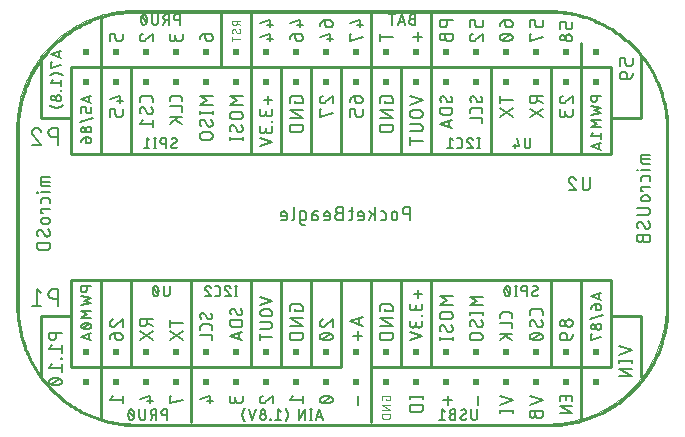
<source format=gbr>
G04 EAGLE Gerber RS-274X export*
G75*
%MOMM*%
%FSLAX34Y34*%
%LPD*%
%INSilkscreen Bottom*%
%IPPOS*%
%AMOC8*
5,1,8,0,0,1.08239X$1,22.5*%
G01*
%ADD10R,0.508000X0.508000*%
%ADD11C,0.000000*%
%ADD12C,0.254000*%
%ADD13C,0.152400*%
%ADD14C,0.127000*%
%ADD15C,0.101600*%
%ADD16C,0.203200*%


D10*
X-198800Y73400D03*
X-198800Y98800D03*
X-224200Y98800D03*
X-224200Y73400D03*
X-249600Y98800D03*
X-249600Y73400D03*
X-275000Y98800D03*
X-300400Y98800D03*
X-325800Y98800D03*
X-275000Y73400D03*
X-300400Y73400D03*
X-325800Y73400D03*
X-351200Y98800D03*
X-351200Y73400D03*
X-376600Y98800D03*
X-376600Y73400D03*
X-402000Y98800D03*
X-402000Y73400D03*
X-427400Y98800D03*
X-427400Y73400D03*
X-452800Y98800D03*
X-452800Y73400D03*
X-478200Y98800D03*
X-478200Y73400D03*
X-503600Y98800D03*
X-503600Y73400D03*
X-529000Y98800D03*
X-529000Y73400D03*
X-554400Y98800D03*
X-554400Y73400D03*
X-579800Y98800D03*
X-579800Y73400D03*
X-605200Y98800D03*
X-605200Y73400D03*
X-630600Y98800D03*
X-630600Y73400D03*
X-198800Y327400D03*
X-198800Y352800D03*
X-224200Y352800D03*
X-224200Y327400D03*
X-249600Y352800D03*
X-249600Y327400D03*
X-275000Y352800D03*
X-300400Y352800D03*
X-325800Y352800D03*
X-275000Y327400D03*
X-300400Y327400D03*
X-325800Y327400D03*
X-351200Y352800D03*
X-351200Y327400D03*
X-376600Y352800D03*
X-376600Y327400D03*
X-402000Y352800D03*
X-402000Y327400D03*
X-427400Y352800D03*
X-427400Y327400D03*
X-452800Y352800D03*
X-452800Y327400D03*
X-478200Y352800D03*
X-478200Y327400D03*
X-503600Y352800D03*
X-503600Y327400D03*
X-529000Y352800D03*
X-529000Y327400D03*
X-554400Y352800D03*
X-554400Y327400D03*
X-579800Y352800D03*
X-579800Y327400D03*
X-605200Y352800D03*
X-605200Y327400D03*
X-630600Y352800D03*
X-630600Y327400D03*
D11*
X-589700Y388100D02*
X-239700Y388100D01*
X-237284Y388071D01*
X-234869Y387983D01*
X-232457Y387837D01*
X-230049Y387633D01*
X-227646Y387371D01*
X-225251Y387051D01*
X-222864Y386673D01*
X-220487Y386237D01*
X-218122Y385744D01*
X-215768Y385194D01*
X-213429Y384588D01*
X-211105Y383925D01*
X-208798Y383206D01*
X-206509Y382431D01*
X-204240Y381602D01*
X-201991Y380717D01*
X-199764Y379779D01*
X-197560Y378787D01*
X-195381Y377743D01*
X-193228Y376646D01*
X-191102Y375497D01*
X-189004Y374297D01*
X-186936Y373047D01*
X-184899Y371747D01*
X-182894Y370398D01*
X-180921Y369002D01*
X-178984Y367558D01*
X-177081Y366067D01*
X-175216Y364532D01*
X-173388Y362951D01*
X-171598Y361327D01*
X-169849Y359660D01*
X-168140Y357951D01*
X-166473Y356202D01*
X-164849Y354412D01*
X-163268Y352584D01*
X-161733Y350719D01*
X-160242Y348816D01*
X-158798Y346879D01*
X-157402Y344906D01*
X-156053Y342901D01*
X-154753Y340864D01*
X-153503Y338796D01*
X-152303Y336698D01*
X-151154Y334572D01*
X-150057Y332419D01*
X-149013Y330240D01*
X-148021Y328036D01*
X-147083Y325809D01*
X-146198Y323560D01*
X-145369Y321291D01*
X-144594Y319002D01*
X-143875Y316695D01*
X-143212Y314371D01*
X-142606Y312032D01*
X-142056Y309678D01*
X-141563Y307313D01*
X-141127Y304936D01*
X-140749Y302549D01*
X-140429Y300154D01*
X-140167Y297751D01*
X-139963Y295343D01*
X-139817Y292931D01*
X-139729Y290516D01*
X-139700Y288100D01*
X-139700Y138100D01*
X-139729Y135684D01*
X-139817Y133269D01*
X-139963Y130857D01*
X-140167Y128449D01*
X-140429Y126046D01*
X-140749Y123651D01*
X-141127Y121264D01*
X-141563Y118887D01*
X-142056Y116522D01*
X-142606Y114168D01*
X-143212Y111829D01*
X-143875Y109505D01*
X-144594Y107198D01*
X-145369Y104909D01*
X-146198Y102640D01*
X-147083Y100391D01*
X-148021Y98164D01*
X-149013Y95960D01*
X-150057Y93781D01*
X-151154Y91628D01*
X-152303Y89502D01*
X-153503Y87404D01*
X-154753Y85336D01*
X-156053Y83299D01*
X-157402Y81294D01*
X-158798Y79321D01*
X-160242Y77384D01*
X-161733Y75481D01*
X-163268Y73616D01*
X-164849Y71788D01*
X-166473Y69998D01*
X-168140Y68249D01*
X-169849Y66540D01*
X-171598Y64873D01*
X-173388Y63249D01*
X-175216Y61668D01*
X-177081Y60133D01*
X-178984Y58642D01*
X-180921Y57198D01*
X-182894Y55802D01*
X-184899Y54453D01*
X-186936Y53153D01*
X-189004Y51903D01*
X-191102Y50703D01*
X-193228Y49554D01*
X-195381Y48457D01*
X-197560Y47413D01*
X-199764Y46421D01*
X-201991Y45483D01*
X-204240Y44598D01*
X-206509Y43769D01*
X-208798Y42994D01*
X-211105Y42275D01*
X-213429Y41612D01*
X-215768Y41006D01*
X-218122Y40456D01*
X-220487Y39963D01*
X-222864Y39527D01*
X-225251Y39149D01*
X-227646Y38829D01*
X-230049Y38567D01*
X-232457Y38363D01*
X-234869Y38217D01*
X-237284Y38129D01*
X-239700Y38100D01*
X-589700Y38100D01*
X-592116Y38129D01*
X-594531Y38217D01*
X-596943Y38363D01*
X-599351Y38567D01*
X-601754Y38829D01*
X-604149Y39149D01*
X-606536Y39527D01*
X-608913Y39963D01*
X-611278Y40456D01*
X-613632Y41006D01*
X-615971Y41612D01*
X-618295Y42275D01*
X-620602Y42994D01*
X-622891Y43769D01*
X-625160Y44598D01*
X-627409Y45483D01*
X-629636Y46421D01*
X-631840Y47413D01*
X-634019Y48457D01*
X-636172Y49554D01*
X-638298Y50703D01*
X-640396Y51903D01*
X-642464Y53153D01*
X-644501Y54453D01*
X-646506Y55802D01*
X-648479Y57198D01*
X-650416Y58642D01*
X-652319Y60133D01*
X-654184Y61668D01*
X-656012Y63249D01*
X-657802Y64873D01*
X-659551Y66540D01*
X-661260Y68249D01*
X-662927Y69998D01*
X-664551Y71788D01*
X-666132Y73616D01*
X-667667Y75481D01*
X-669158Y77384D01*
X-670602Y79321D01*
X-671998Y81294D01*
X-673347Y83299D01*
X-674647Y85336D01*
X-675897Y87404D01*
X-677097Y89502D01*
X-678246Y91628D01*
X-679343Y93781D01*
X-680387Y95960D01*
X-681379Y98164D01*
X-682317Y100391D01*
X-683202Y102640D01*
X-684031Y104909D01*
X-684806Y107198D01*
X-685525Y109505D01*
X-686188Y111829D01*
X-686794Y114168D01*
X-687344Y116522D01*
X-687837Y118887D01*
X-688273Y121264D01*
X-688651Y123651D01*
X-688971Y126046D01*
X-689233Y128449D01*
X-689437Y130857D01*
X-689583Y133269D01*
X-689671Y135684D01*
X-689700Y138100D01*
X-689700Y288100D01*
X-689671Y290516D01*
X-689583Y292931D01*
X-689437Y295343D01*
X-689233Y297751D01*
X-688971Y300154D01*
X-688651Y302549D01*
X-688273Y304936D01*
X-687837Y307313D01*
X-687344Y309678D01*
X-686794Y312032D01*
X-686188Y314371D01*
X-685525Y316695D01*
X-684806Y319002D01*
X-684031Y321291D01*
X-683202Y323560D01*
X-682317Y325809D01*
X-681379Y328036D01*
X-680387Y330240D01*
X-679343Y332419D01*
X-678246Y334572D01*
X-677097Y336698D01*
X-675897Y338796D01*
X-674647Y340864D01*
X-673347Y342901D01*
X-671998Y344906D01*
X-670602Y346879D01*
X-669158Y348816D01*
X-667667Y350719D01*
X-666132Y352584D01*
X-664551Y354412D01*
X-662927Y356202D01*
X-661260Y357951D01*
X-659551Y359660D01*
X-657802Y361327D01*
X-656012Y362951D01*
X-654184Y364532D01*
X-652319Y366067D01*
X-650416Y367558D01*
X-648479Y369002D01*
X-646506Y370398D01*
X-644501Y371747D01*
X-642464Y373047D01*
X-640396Y374297D01*
X-638298Y375497D01*
X-636172Y376646D01*
X-634019Y377743D01*
X-631840Y378787D01*
X-629636Y379779D01*
X-627409Y380717D01*
X-625160Y381602D01*
X-622891Y382431D01*
X-620602Y383206D01*
X-618295Y383925D01*
X-615971Y384588D01*
X-613632Y385194D01*
X-611278Y385744D01*
X-608913Y386237D01*
X-606536Y386673D01*
X-604149Y387051D01*
X-601754Y387371D01*
X-599351Y387633D01*
X-596943Y387837D01*
X-594531Y387983D01*
X-592116Y388071D01*
X-589700Y388100D01*
D12*
X-588430Y386830D02*
X-238430Y386830D01*
X-236014Y386801D01*
X-233599Y386713D01*
X-231187Y386567D01*
X-228779Y386363D01*
X-226376Y386101D01*
X-223981Y385781D01*
X-221594Y385403D01*
X-219217Y384967D01*
X-216852Y384474D01*
X-214498Y383924D01*
X-212159Y383318D01*
X-209835Y382655D01*
X-207528Y381936D01*
X-205239Y381161D01*
X-202970Y380332D01*
X-200721Y379447D01*
X-198494Y378509D01*
X-196290Y377517D01*
X-194111Y376473D01*
X-191958Y375376D01*
X-189832Y374227D01*
X-187734Y373027D01*
X-185666Y371777D01*
X-183629Y370477D01*
X-181624Y369128D01*
X-179651Y367732D01*
X-177714Y366288D01*
X-175811Y364797D01*
X-173946Y363262D01*
X-172118Y361681D01*
X-170328Y360057D01*
X-168579Y358390D01*
X-166870Y356681D01*
X-165203Y354932D01*
X-163579Y353142D01*
X-161998Y351314D01*
X-160463Y349449D01*
X-158972Y347546D01*
X-157528Y345609D01*
X-156132Y343636D01*
X-154783Y341631D01*
X-153483Y339594D01*
X-152233Y337526D01*
X-151033Y335428D01*
X-149884Y333302D01*
X-148787Y331149D01*
X-147743Y328970D01*
X-146751Y326766D01*
X-145813Y324539D01*
X-144928Y322290D01*
X-144099Y320021D01*
X-143324Y317732D01*
X-142605Y315425D01*
X-141942Y313101D01*
X-141336Y310762D01*
X-140786Y308408D01*
X-140293Y306043D01*
X-139857Y303666D01*
X-139479Y301279D01*
X-139159Y298884D01*
X-138897Y296481D01*
X-138693Y294073D01*
X-138547Y291661D01*
X-138459Y289246D01*
X-138430Y286830D01*
X-138430Y136830D01*
X-138459Y134414D01*
X-138547Y131999D01*
X-138693Y129587D01*
X-138897Y127179D01*
X-139159Y124776D01*
X-139479Y122381D01*
X-139857Y119994D01*
X-140293Y117617D01*
X-140786Y115252D01*
X-141336Y112898D01*
X-141942Y110559D01*
X-142605Y108235D01*
X-143324Y105928D01*
X-144099Y103639D01*
X-144928Y101370D01*
X-145813Y99121D01*
X-146751Y96894D01*
X-147743Y94690D01*
X-148787Y92511D01*
X-149884Y90358D01*
X-151033Y88232D01*
X-152233Y86134D01*
X-153483Y84066D01*
X-154783Y82029D01*
X-156132Y80024D01*
X-157528Y78051D01*
X-158972Y76114D01*
X-160463Y74211D01*
X-161998Y72346D01*
X-163579Y70518D01*
X-165203Y68728D01*
X-166870Y66979D01*
X-168579Y65270D01*
X-170328Y63603D01*
X-172118Y61979D01*
X-173946Y60398D01*
X-175811Y58863D01*
X-177714Y57372D01*
X-179651Y55928D01*
X-181624Y54532D01*
X-183629Y53183D01*
X-185666Y51883D01*
X-187734Y50633D01*
X-189832Y49433D01*
X-191958Y48284D01*
X-194111Y47187D01*
X-196290Y46143D01*
X-198494Y45151D01*
X-200721Y44213D01*
X-202970Y43328D01*
X-205239Y42499D01*
X-207528Y41724D01*
X-209835Y41005D01*
X-212159Y40342D01*
X-214498Y39736D01*
X-216852Y39186D01*
X-219217Y38693D01*
X-221594Y38257D01*
X-223981Y37879D01*
X-226376Y37559D01*
X-228779Y37297D01*
X-231187Y37093D01*
X-233599Y36947D01*
X-236014Y36859D01*
X-238430Y36830D01*
X-588430Y36830D01*
X-590846Y36859D01*
X-593261Y36947D01*
X-595673Y37093D01*
X-598081Y37297D01*
X-600484Y37559D01*
X-602879Y37879D01*
X-605266Y38257D01*
X-607643Y38693D01*
X-610008Y39186D01*
X-612362Y39736D01*
X-614701Y40342D01*
X-617025Y41005D01*
X-619332Y41724D01*
X-621621Y42499D01*
X-623890Y43328D01*
X-626139Y44213D01*
X-628366Y45151D01*
X-630570Y46143D01*
X-632749Y47187D01*
X-634902Y48284D01*
X-637028Y49433D01*
X-639126Y50633D01*
X-641194Y51883D01*
X-643231Y53183D01*
X-645236Y54532D01*
X-647209Y55928D01*
X-649146Y57372D01*
X-651049Y58863D01*
X-652914Y60398D01*
X-654742Y61979D01*
X-656532Y63603D01*
X-658281Y65270D01*
X-659990Y66979D01*
X-661657Y68728D01*
X-663281Y70518D01*
X-664862Y72346D01*
X-666397Y74211D01*
X-667888Y76114D01*
X-669332Y78051D01*
X-670728Y80024D01*
X-672077Y82029D01*
X-673377Y84066D01*
X-674627Y86134D01*
X-675827Y88232D01*
X-676976Y90358D01*
X-678073Y92511D01*
X-679117Y94690D01*
X-680109Y96894D01*
X-681047Y99121D01*
X-681932Y101370D01*
X-682761Y103639D01*
X-683536Y105928D01*
X-684255Y108235D01*
X-684918Y110559D01*
X-685524Y112898D01*
X-686074Y115252D01*
X-686567Y117617D01*
X-687003Y119994D01*
X-687381Y122381D01*
X-687701Y124776D01*
X-687963Y127179D01*
X-688167Y129587D01*
X-688313Y131999D01*
X-688401Y134414D01*
X-688430Y136830D01*
X-688430Y286830D01*
X-688401Y289246D01*
X-688313Y291661D01*
X-688167Y294073D01*
X-687963Y296481D01*
X-687701Y298884D01*
X-687381Y301279D01*
X-687003Y303666D01*
X-686567Y306043D01*
X-686074Y308408D01*
X-685524Y310762D01*
X-684918Y313101D01*
X-684255Y315425D01*
X-683536Y317732D01*
X-682761Y320021D01*
X-681932Y322290D01*
X-681047Y324539D01*
X-680109Y326766D01*
X-679117Y328970D01*
X-678073Y331149D01*
X-676976Y333302D01*
X-675827Y335428D01*
X-674627Y337526D01*
X-673377Y339594D01*
X-672077Y341631D01*
X-670728Y343636D01*
X-669332Y345609D01*
X-667888Y347546D01*
X-666397Y349449D01*
X-664862Y351314D01*
X-663281Y353142D01*
X-661657Y354932D01*
X-659990Y356681D01*
X-658281Y358390D01*
X-656532Y360057D01*
X-654742Y361681D01*
X-652914Y363262D01*
X-651049Y364797D01*
X-649146Y366288D01*
X-647209Y367732D01*
X-645236Y369128D01*
X-643231Y370477D01*
X-641194Y371777D01*
X-639126Y373027D01*
X-637028Y374227D01*
X-634902Y375376D01*
X-632749Y376473D01*
X-630570Y377517D01*
X-628366Y378509D01*
X-626139Y379447D01*
X-623890Y380332D01*
X-621621Y381161D01*
X-619332Y381936D01*
X-617025Y382655D01*
X-614701Y383318D01*
X-612362Y383924D01*
X-610008Y384474D01*
X-607643Y384967D01*
X-605266Y385403D01*
X-602879Y385781D01*
X-600484Y386101D01*
X-598081Y386363D01*
X-595673Y386567D01*
X-593261Y386713D01*
X-590846Y386801D01*
X-588430Y386830D01*
D13*
X-356362Y221488D02*
X-356362Y210312D01*
X-356362Y221488D02*
X-359466Y221488D01*
X-359577Y221486D01*
X-359687Y221480D01*
X-359798Y221470D01*
X-359908Y221456D01*
X-360017Y221439D01*
X-360126Y221417D01*
X-360234Y221392D01*
X-360340Y221362D01*
X-360446Y221329D01*
X-360551Y221292D01*
X-360654Y221252D01*
X-360755Y221207D01*
X-360855Y221160D01*
X-360954Y221108D01*
X-361050Y221053D01*
X-361144Y220995D01*
X-361236Y220934D01*
X-361326Y220869D01*
X-361414Y220801D01*
X-361499Y220730D01*
X-361581Y220656D01*
X-361661Y220579D01*
X-361738Y220499D01*
X-361812Y220417D01*
X-361883Y220332D01*
X-361951Y220244D01*
X-362016Y220154D01*
X-362077Y220062D01*
X-362135Y219968D01*
X-362190Y219872D01*
X-362242Y219773D01*
X-362289Y219673D01*
X-362334Y219572D01*
X-362374Y219469D01*
X-362411Y219364D01*
X-362444Y219258D01*
X-362474Y219152D01*
X-362499Y219044D01*
X-362521Y218935D01*
X-362538Y218826D01*
X-362552Y218716D01*
X-362562Y218605D01*
X-362568Y218495D01*
X-362570Y218384D01*
X-362568Y218273D01*
X-362562Y218163D01*
X-362552Y218052D01*
X-362538Y217942D01*
X-362521Y217833D01*
X-362499Y217724D01*
X-362474Y217616D01*
X-362444Y217510D01*
X-362411Y217404D01*
X-362374Y217299D01*
X-362334Y217196D01*
X-362289Y217095D01*
X-362242Y216995D01*
X-362190Y216896D01*
X-362135Y216800D01*
X-362077Y216706D01*
X-362016Y216614D01*
X-361951Y216524D01*
X-361883Y216436D01*
X-361812Y216351D01*
X-361738Y216269D01*
X-361661Y216189D01*
X-361581Y216112D01*
X-361499Y216038D01*
X-361414Y215967D01*
X-361326Y215899D01*
X-361236Y215834D01*
X-361144Y215773D01*
X-361050Y215715D01*
X-360954Y215660D01*
X-360855Y215608D01*
X-360755Y215561D01*
X-360654Y215516D01*
X-360551Y215476D01*
X-360446Y215439D01*
X-360340Y215406D01*
X-360234Y215376D01*
X-360126Y215351D01*
X-360017Y215329D01*
X-359908Y215312D01*
X-359798Y215298D01*
X-359687Y215288D01*
X-359577Y215282D01*
X-359466Y215280D01*
X-359466Y215279D02*
X-356362Y215279D01*
X-367058Y215279D02*
X-367058Y212796D01*
X-367058Y215279D02*
X-367060Y215378D01*
X-367066Y215476D01*
X-367076Y215575D01*
X-367089Y215672D01*
X-367107Y215770D01*
X-367128Y215866D01*
X-367154Y215962D01*
X-367183Y216056D01*
X-367215Y216149D01*
X-367252Y216241D01*
X-367292Y216331D01*
X-367336Y216420D01*
X-367383Y216507D01*
X-367433Y216592D01*
X-367487Y216674D01*
X-367544Y216755D01*
X-367604Y216833D01*
X-367668Y216909D01*
X-367734Y216982D01*
X-367803Y217053D01*
X-367875Y217121D01*
X-367950Y217185D01*
X-368027Y217247D01*
X-368106Y217306D01*
X-368188Y217361D01*
X-368272Y217414D01*
X-368357Y217462D01*
X-368445Y217508D01*
X-368535Y217550D01*
X-368626Y217588D01*
X-368718Y217622D01*
X-368812Y217653D01*
X-368907Y217680D01*
X-369003Y217704D01*
X-369100Y217723D01*
X-369197Y217739D01*
X-369295Y217751D01*
X-369394Y217759D01*
X-369493Y217763D01*
X-369591Y217763D01*
X-369690Y217759D01*
X-369789Y217751D01*
X-369887Y217739D01*
X-369984Y217723D01*
X-370081Y217704D01*
X-370177Y217680D01*
X-370272Y217653D01*
X-370366Y217622D01*
X-370458Y217588D01*
X-370549Y217550D01*
X-370639Y217508D01*
X-370727Y217462D01*
X-370812Y217414D01*
X-370896Y217361D01*
X-370978Y217306D01*
X-371057Y217247D01*
X-371134Y217185D01*
X-371209Y217121D01*
X-371281Y217053D01*
X-371350Y216982D01*
X-371416Y216909D01*
X-371480Y216833D01*
X-371540Y216755D01*
X-371597Y216674D01*
X-371651Y216592D01*
X-371701Y216507D01*
X-371748Y216420D01*
X-371792Y216331D01*
X-371832Y216241D01*
X-371869Y216149D01*
X-371901Y216056D01*
X-371930Y215962D01*
X-371956Y215866D01*
X-371977Y215770D01*
X-371995Y215672D01*
X-372008Y215575D01*
X-372018Y215476D01*
X-372024Y215378D01*
X-372026Y215279D01*
X-372025Y215279D02*
X-372025Y212796D01*
X-372026Y212796D02*
X-372024Y212697D01*
X-372018Y212599D01*
X-372008Y212500D01*
X-371995Y212403D01*
X-371977Y212305D01*
X-371956Y212209D01*
X-371930Y212113D01*
X-371901Y212019D01*
X-371869Y211926D01*
X-371832Y211834D01*
X-371792Y211744D01*
X-371748Y211655D01*
X-371701Y211568D01*
X-371651Y211483D01*
X-371597Y211401D01*
X-371540Y211320D01*
X-371480Y211242D01*
X-371416Y211166D01*
X-371350Y211093D01*
X-371281Y211022D01*
X-371209Y210954D01*
X-371134Y210890D01*
X-371057Y210828D01*
X-370978Y210769D01*
X-370896Y210714D01*
X-370812Y210661D01*
X-370727Y210613D01*
X-370639Y210567D01*
X-370549Y210525D01*
X-370458Y210487D01*
X-370366Y210453D01*
X-370272Y210422D01*
X-370177Y210395D01*
X-370081Y210371D01*
X-369984Y210352D01*
X-369887Y210336D01*
X-369789Y210324D01*
X-369690Y210316D01*
X-369591Y210312D01*
X-369493Y210312D01*
X-369394Y210316D01*
X-369295Y210324D01*
X-369197Y210336D01*
X-369100Y210352D01*
X-369003Y210371D01*
X-368907Y210395D01*
X-368812Y210422D01*
X-368718Y210453D01*
X-368626Y210487D01*
X-368535Y210525D01*
X-368445Y210567D01*
X-368357Y210613D01*
X-368272Y210661D01*
X-368188Y210714D01*
X-368106Y210769D01*
X-368027Y210828D01*
X-367950Y210890D01*
X-367875Y210954D01*
X-367803Y211022D01*
X-367734Y211093D01*
X-367668Y211166D01*
X-367604Y211242D01*
X-367544Y211320D01*
X-367487Y211401D01*
X-367433Y211483D01*
X-367383Y211568D01*
X-367336Y211655D01*
X-367292Y211744D01*
X-367252Y211834D01*
X-367215Y211926D01*
X-367183Y212019D01*
X-367154Y212113D01*
X-367128Y212209D01*
X-367107Y212305D01*
X-367089Y212403D01*
X-367076Y212500D01*
X-367066Y212599D01*
X-367060Y212697D01*
X-367058Y212796D01*
X-378843Y210312D02*
X-381327Y210312D01*
X-378843Y210312D02*
X-378759Y210314D01*
X-378676Y210319D01*
X-378593Y210329D01*
X-378510Y210342D01*
X-378428Y210359D01*
X-378347Y210379D01*
X-378267Y210403D01*
X-378188Y210431D01*
X-378111Y210462D01*
X-378035Y210496D01*
X-377960Y210534D01*
X-377887Y210576D01*
X-377817Y210620D01*
X-377748Y210668D01*
X-377681Y210718D01*
X-377617Y210772D01*
X-377556Y210828D01*
X-377496Y210888D01*
X-377440Y210949D01*
X-377386Y211013D01*
X-377336Y211080D01*
X-377288Y211149D01*
X-377244Y211219D01*
X-377202Y211292D01*
X-377164Y211367D01*
X-377130Y211443D01*
X-377099Y211520D01*
X-377071Y211599D01*
X-377047Y211679D01*
X-377027Y211760D01*
X-377010Y211842D01*
X-376997Y211925D01*
X-376987Y212008D01*
X-376982Y212091D01*
X-376980Y212175D01*
X-376981Y212175D02*
X-376981Y215900D01*
X-376980Y215900D02*
X-376982Y215984D01*
X-376988Y216067D01*
X-376997Y216150D01*
X-377010Y216233D01*
X-377027Y216315D01*
X-377047Y216396D01*
X-377071Y216476D01*
X-377099Y216555D01*
X-377130Y216632D01*
X-377164Y216708D01*
X-377202Y216783D01*
X-377244Y216856D01*
X-377288Y216926D01*
X-377336Y216995D01*
X-377386Y217062D01*
X-377440Y217126D01*
X-377496Y217187D01*
X-377556Y217247D01*
X-377617Y217303D01*
X-377681Y217357D01*
X-377748Y217407D01*
X-377817Y217455D01*
X-377887Y217499D01*
X-377960Y217541D01*
X-378035Y217579D01*
X-378111Y217613D01*
X-378188Y217644D01*
X-378267Y217672D01*
X-378347Y217696D01*
X-378428Y217716D01*
X-378510Y217733D01*
X-378593Y217746D01*
X-378676Y217756D01*
X-378759Y217761D01*
X-378843Y217763D01*
X-381327Y217763D01*
X-386277Y221488D02*
X-386277Y210312D01*
X-386277Y214037D02*
X-391245Y217763D01*
X-388451Y215590D02*
X-391245Y210312D01*
X-397496Y210312D02*
X-400600Y210312D01*
X-397496Y210312D02*
X-397412Y210314D01*
X-397329Y210319D01*
X-397246Y210329D01*
X-397163Y210342D01*
X-397081Y210359D01*
X-397000Y210379D01*
X-396920Y210403D01*
X-396841Y210431D01*
X-396764Y210462D01*
X-396688Y210496D01*
X-396613Y210534D01*
X-396540Y210576D01*
X-396470Y210620D01*
X-396401Y210668D01*
X-396334Y210718D01*
X-396270Y210772D01*
X-396209Y210828D01*
X-396149Y210888D01*
X-396093Y210949D01*
X-396039Y211013D01*
X-395989Y211080D01*
X-395941Y211149D01*
X-395897Y211219D01*
X-395855Y211292D01*
X-395817Y211367D01*
X-395783Y211443D01*
X-395752Y211520D01*
X-395724Y211599D01*
X-395700Y211679D01*
X-395680Y211760D01*
X-395663Y211842D01*
X-395650Y211925D01*
X-395640Y212008D01*
X-395635Y212091D01*
X-395633Y212175D01*
X-395633Y215279D01*
X-395635Y215378D01*
X-395641Y215476D01*
X-395651Y215575D01*
X-395664Y215672D01*
X-395682Y215770D01*
X-395703Y215866D01*
X-395729Y215962D01*
X-395758Y216056D01*
X-395790Y216149D01*
X-395827Y216241D01*
X-395867Y216331D01*
X-395911Y216420D01*
X-395958Y216507D01*
X-396008Y216592D01*
X-396062Y216674D01*
X-396119Y216755D01*
X-396179Y216833D01*
X-396243Y216909D01*
X-396309Y216982D01*
X-396378Y217053D01*
X-396450Y217121D01*
X-396525Y217185D01*
X-396602Y217247D01*
X-396681Y217306D01*
X-396763Y217361D01*
X-396847Y217414D01*
X-396932Y217462D01*
X-397020Y217508D01*
X-397110Y217550D01*
X-397201Y217588D01*
X-397293Y217622D01*
X-397387Y217653D01*
X-397482Y217680D01*
X-397578Y217704D01*
X-397675Y217723D01*
X-397772Y217739D01*
X-397870Y217751D01*
X-397969Y217759D01*
X-398068Y217763D01*
X-398166Y217763D01*
X-398265Y217759D01*
X-398364Y217751D01*
X-398462Y217739D01*
X-398559Y217723D01*
X-398656Y217704D01*
X-398752Y217680D01*
X-398847Y217653D01*
X-398941Y217622D01*
X-399033Y217588D01*
X-399124Y217550D01*
X-399214Y217508D01*
X-399302Y217462D01*
X-399387Y217414D01*
X-399471Y217361D01*
X-399553Y217306D01*
X-399632Y217247D01*
X-399709Y217185D01*
X-399784Y217121D01*
X-399856Y217053D01*
X-399925Y216982D01*
X-399991Y216909D01*
X-400055Y216833D01*
X-400115Y216755D01*
X-400172Y216674D01*
X-400226Y216592D01*
X-400276Y216507D01*
X-400323Y216420D01*
X-400367Y216331D01*
X-400407Y216241D01*
X-400444Y216149D01*
X-400476Y216056D01*
X-400505Y215962D01*
X-400531Y215866D01*
X-400552Y215770D01*
X-400570Y215672D01*
X-400583Y215575D01*
X-400593Y215476D01*
X-400599Y215378D01*
X-400601Y215279D01*
X-400600Y215279D02*
X-400600Y214037D01*
X-395633Y214037D01*
X-404521Y217763D02*
X-408246Y217763D01*
X-405762Y221488D02*
X-405762Y212175D01*
X-405764Y212091D01*
X-405769Y212008D01*
X-405779Y211925D01*
X-405792Y211842D01*
X-405809Y211760D01*
X-405829Y211679D01*
X-405853Y211599D01*
X-405881Y211520D01*
X-405912Y211443D01*
X-405946Y211367D01*
X-405984Y211292D01*
X-406026Y211219D01*
X-406070Y211149D01*
X-406118Y211080D01*
X-406168Y211013D01*
X-406222Y210949D01*
X-406278Y210888D01*
X-406338Y210828D01*
X-406399Y210772D01*
X-406463Y210718D01*
X-406530Y210668D01*
X-406599Y210620D01*
X-406669Y210576D01*
X-406742Y210534D01*
X-406817Y210496D01*
X-406893Y210462D01*
X-406970Y210431D01*
X-407049Y210403D01*
X-407129Y210379D01*
X-407210Y210359D01*
X-407292Y210342D01*
X-407375Y210329D01*
X-407458Y210319D01*
X-407541Y210314D01*
X-407625Y210312D01*
X-408246Y210312D01*
X-413512Y216521D02*
X-416616Y216521D01*
X-416616Y216520D02*
X-416727Y216518D01*
X-416837Y216512D01*
X-416948Y216502D01*
X-417058Y216488D01*
X-417167Y216471D01*
X-417276Y216449D01*
X-417384Y216424D01*
X-417490Y216394D01*
X-417596Y216361D01*
X-417701Y216324D01*
X-417804Y216284D01*
X-417905Y216239D01*
X-418005Y216192D01*
X-418104Y216140D01*
X-418200Y216085D01*
X-418294Y216027D01*
X-418386Y215966D01*
X-418476Y215901D01*
X-418564Y215833D01*
X-418649Y215762D01*
X-418731Y215688D01*
X-418811Y215611D01*
X-418888Y215531D01*
X-418962Y215449D01*
X-419033Y215364D01*
X-419101Y215276D01*
X-419166Y215186D01*
X-419227Y215094D01*
X-419285Y215000D01*
X-419340Y214904D01*
X-419392Y214805D01*
X-419439Y214705D01*
X-419484Y214604D01*
X-419524Y214501D01*
X-419561Y214396D01*
X-419594Y214290D01*
X-419624Y214184D01*
X-419649Y214076D01*
X-419671Y213967D01*
X-419688Y213858D01*
X-419702Y213748D01*
X-419712Y213637D01*
X-419718Y213527D01*
X-419720Y213416D01*
X-419718Y213305D01*
X-419712Y213195D01*
X-419702Y213084D01*
X-419688Y212974D01*
X-419671Y212865D01*
X-419649Y212756D01*
X-419624Y212648D01*
X-419594Y212542D01*
X-419561Y212436D01*
X-419524Y212331D01*
X-419484Y212228D01*
X-419439Y212127D01*
X-419392Y212027D01*
X-419340Y211928D01*
X-419285Y211832D01*
X-419227Y211738D01*
X-419166Y211646D01*
X-419101Y211556D01*
X-419033Y211468D01*
X-418962Y211383D01*
X-418888Y211301D01*
X-418811Y211221D01*
X-418731Y211144D01*
X-418649Y211070D01*
X-418564Y210999D01*
X-418476Y210931D01*
X-418386Y210866D01*
X-418294Y210805D01*
X-418200Y210747D01*
X-418104Y210692D01*
X-418005Y210640D01*
X-417905Y210593D01*
X-417804Y210548D01*
X-417701Y210508D01*
X-417596Y210471D01*
X-417490Y210438D01*
X-417384Y210408D01*
X-417276Y210383D01*
X-417167Y210361D01*
X-417058Y210344D01*
X-416948Y210330D01*
X-416837Y210320D01*
X-416727Y210314D01*
X-416616Y210312D01*
X-413512Y210312D01*
X-413512Y221488D01*
X-416616Y221488D01*
X-416715Y221486D01*
X-416813Y221480D01*
X-416912Y221470D01*
X-417009Y221457D01*
X-417107Y221439D01*
X-417203Y221418D01*
X-417299Y221392D01*
X-417393Y221363D01*
X-417486Y221331D01*
X-417578Y221294D01*
X-417668Y221254D01*
X-417757Y221210D01*
X-417844Y221163D01*
X-417929Y221113D01*
X-418011Y221059D01*
X-418092Y221002D01*
X-418170Y220942D01*
X-418246Y220878D01*
X-418319Y220812D01*
X-418390Y220743D01*
X-418458Y220671D01*
X-418522Y220596D01*
X-418584Y220519D01*
X-418643Y220440D01*
X-418698Y220358D01*
X-418751Y220274D01*
X-418799Y220189D01*
X-418845Y220101D01*
X-418887Y220011D01*
X-418925Y219920D01*
X-418959Y219828D01*
X-418990Y219734D01*
X-419017Y219639D01*
X-419041Y219543D01*
X-419060Y219446D01*
X-419076Y219349D01*
X-419088Y219251D01*
X-419096Y219152D01*
X-419100Y219053D01*
X-419100Y218955D01*
X-419096Y218856D01*
X-419088Y218757D01*
X-419076Y218659D01*
X-419060Y218562D01*
X-419041Y218465D01*
X-419017Y218369D01*
X-418990Y218274D01*
X-418959Y218180D01*
X-418925Y218088D01*
X-418887Y217997D01*
X-418845Y217907D01*
X-418799Y217819D01*
X-418751Y217734D01*
X-418698Y217650D01*
X-418643Y217568D01*
X-418584Y217489D01*
X-418522Y217412D01*
X-418458Y217337D01*
X-418390Y217265D01*
X-418319Y217196D01*
X-418246Y217130D01*
X-418170Y217066D01*
X-418092Y217006D01*
X-418011Y216949D01*
X-417929Y216895D01*
X-417844Y216845D01*
X-417757Y216798D01*
X-417668Y216754D01*
X-417578Y216714D01*
X-417486Y216677D01*
X-417393Y216645D01*
X-417299Y216616D01*
X-417203Y216590D01*
X-417107Y216569D01*
X-417009Y216551D01*
X-416912Y216538D01*
X-416813Y216528D01*
X-416715Y216522D01*
X-416616Y216520D01*
X-426071Y210312D02*
X-429175Y210312D01*
X-426071Y210312D02*
X-425987Y210314D01*
X-425904Y210319D01*
X-425821Y210329D01*
X-425738Y210342D01*
X-425656Y210359D01*
X-425575Y210379D01*
X-425495Y210403D01*
X-425416Y210431D01*
X-425339Y210462D01*
X-425263Y210496D01*
X-425188Y210534D01*
X-425115Y210576D01*
X-425045Y210620D01*
X-424976Y210668D01*
X-424909Y210718D01*
X-424845Y210772D01*
X-424784Y210828D01*
X-424724Y210888D01*
X-424668Y210949D01*
X-424614Y211013D01*
X-424564Y211080D01*
X-424516Y211149D01*
X-424472Y211219D01*
X-424430Y211292D01*
X-424392Y211367D01*
X-424358Y211443D01*
X-424327Y211520D01*
X-424299Y211599D01*
X-424275Y211679D01*
X-424255Y211760D01*
X-424238Y211842D01*
X-424225Y211925D01*
X-424215Y212008D01*
X-424210Y212091D01*
X-424208Y212175D01*
X-424208Y215279D01*
X-424210Y215378D01*
X-424216Y215476D01*
X-424226Y215575D01*
X-424239Y215672D01*
X-424257Y215770D01*
X-424278Y215866D01*
X-424304Y215962D01*
X-424333Y216056D01*
X-424365Y216149D01*
X-424402Y216241D01*
X-424442Y216331D01*
X-424486Y216420D01*
X-424533Y216507D01*
X-424583Y216592D01*
X-424637Y216674D01*
X-424694Y216755D01*
X-424754Y216833D01*
X-424818Y216909D01*
X-424884Y216982D01*
X-424953Y217053D01*
X-425025Y217121D01*
X-425100Y217185D01*
X-425177Y217247D01*
X-425256Y217306D01*
X-425338Y217361D01*
X-425422Y217414D01*
X-425507Y217462D01*
X-425595Y217508D01*
X-425685Y217550D01*
X-425776Y217588D01*
X-425868Y217622D01*
X-425962Y217653D01*
X-426057Y217680D01*
X-426153Y217704D01*
X-426250Y217723D01*
X-426347Y217739D01*
X-426445Y217751D01*
X-426544Y217759D01*
X-426643Y217763D01*
X-426741Y217763D01*
X-426840Y217759D01*
X-426939Y217751D01*
X-427037Y217739D01*
X-427134Y217723D01*
X-427231Y217704D01*
X-427327Y217680D01*
X-427422Y217653D01*
X-427516Y217622D01*
X-427608Y217588D01*
X-427699Y217550D01*
X-427789Y217508D01*
X-427877Y217462D01*
X-427962Y217414D01*
X-428046Y217361D01*
X-428128Y217306D01*
X-428207Y217247D01*
X-428284Y217185D01*
X-428359Y217121D01*
X-428431Y217053D01*
X-428500Y216982D01*
X-428566Y216909D01*
X-428630Y216833D01*
X-428690Y216755D01*
X-428747Y216674D01*
X-428801Y216592D01*
X-428851Y216507D01*
X-428898Y216420D01*
X-428942Y216331D01*
X-428982Y216241D01*
X-429019Y216149D01*
X-429051Y216056D01*
X-429080Y215962D01*
X-429106Y215866D01*
X-429127Y215770D01*
X-429145Y215672D01*
X-429158Y215575D01*
X-429168Y215476D01*
X-429174Y215378D01*
X-429176Y215279D01*
X-429175Y215279D02*
X-429175Y214037D01*
X-424208Y214037D01*
X-436213Y214658D02*
X-439007Y214658D01*
X-436213Y214658D02*
X-436121Y214656D01*
X-436029Y214650D01*
X-435937Y214640D01*
X-435846Y214627D01*
X-435755Y214609D01*
X-435665Y214588D01*
X-435577Y214563D01*
X-435489Y214534D01*
X-435403Y214501D01*
X-435318Y214465D01*
X-435235Y214425D01*
X-435153Y214382D01*
X-435074Y214335D01*
X-434996Y214285D01*
X-434921Y214232D01*
X-434848Y214176D01*
X-434777Y214116D01*
X-434709Y214054D01*
X-434644Y213989D01*
X-434582Y213921D01*
X-434522Y213850D01*
X-434466Y213777D01*
X-434413Y213702D01*
X-434363Y213624D01*
X-434316Y213545D01*
X-434273Y213463D01*
X-434233Y213380D01*
X-434197Y213295D01*
X-434164Y213209D01*
X-434135Y213121D01*
X-434110Y213033D01*
X-434089Y212943D01*
X-434071Y212852D01*
X-434058Y212761D01*
X-434048Y212669D01*
X-434042Y212577D01*
X-434040Y212485D01*
X-434042Y212393D01*
X-434048Y212301D01*
X-434058Y212209D01*
X-434071Y212118D01*
X-434089Y212027D01*
X-434110Y211937D01*
X-434135Y211849D01*
X-434164Y211761D01*
X-434197Y211675D01*
X-434233Y211590D01*
X-434273Y211507D01*
X-434316Y211425D01*
X-434363Y211346D01*
X-434413Y211268D01*
X-434466Y211193D01*
X-434522Y211120D01*
X-434582Y211049D01*
X-434644Y210981D01*
X-434709Y210916D01*
X-434777Y210854D01*
X-434848Y210794D01*
X-434921Y210738D01*
X-434996Y210685D01*
X-435074Y210635D01*
X-435153Y210588D01*
X-435235Y210545D01*
X-435318Y210505D01*
X-435403Y210469D01*
X-435489Y210436D01*
X-435577Y210407D01*
X-435665Y210382D01*
X-435755Y210361D01*
X-435846Y210343D01*
X-435937Y210330D01*
X-436029Y210320D01*
X-436121Y210314D01*
X-436213Y210312D01*
X-439007Y210312D01*
X-439007Y215900D01*
X-439008Y215900D02*
X-439006Y215984D01*
X-439001Y216067D01*
X-438991Y216150D01*
X-438978Y216233D01*
X-438961Y216315D01*
X-438941Y216396D01*
X-438917Y216476D01*
X-438889Y216555D01*
X-438858Y216632D01*
X-438824Y216708D01*
X-438786Y216783D01*
X-438744Y216856D01*
X-438700Y216926D01*
X-438652Y216995D01*
X-438602Y217062D01*
X-438548Y217126D01*
X-438492Y217187D01*
X-438432Y217247D01*
X-438371Y217303D01*
X-438307Y217357D01*
X-438240Y217407D01*
X-438171Y217455D01*
X-438101Y217499D01*
X-438028Y217541D01*
X-437953Y217579D01*
X-437877Y217613D01*
X-437800Y217644D01*
X-437721Y217672D01*
X-437641Y217696D01*
X-437560Y217716D01*
X-437478Y217733D01*
X-437395Y217746D01*
X-437312Y217756D01*
X-437229Y217761D01*
X-437145Y217763D01*
X-434661Y217763D01*
X-446190Y210312D02*
X-449294Y210312D01*
X-446190Y210312D02*
X-446106Y210314D01*
X-446023Y210319D01*
X-445940Y210329D01*
X-445857Y210342D01*
X-445775Y210359D01*
X-445694Y210379D01*
X-445614Y210403D01*
X-445535Y210431D01*
X-445458Y210462D01*
X-445382Y210496D01*
X-445307Y210534D01*
X-445234Y210576D01*
X-445164Y210620D01*
X-445095Y210668D01*
X-445028Y210718D01*
X-444964Y210772D01*
X-444903Y210828D01*
X-444843Y210888D01*
X-444787Y210949D01*
X-444733Y211013D01*
X-444683Y211080D01*
X-444635Y211149D01*
X-444591Y211219D01*
X-444549Y211292D01*
X-444511Y211367D01*
X-444477Y211443D01*
X-444446Y211520D01*
X-444418Y211599D01*
X-444394Y211679D01*
X-444374Y211760D01*
X-444357Y211842D01*
X-444344Y211925D01*
X-444334Y212008D01*
X-444329Y212091D01*
X-444327Y212175D01*
X-444327Y215900D01*
X-444329Y215984D01*
X-444335Y216067D01*
X-444344Y216150D01*
X-444357Y216233D01*
X-444374Y216315D01*
X-444394Y216396D01*
X-444418Y216476D01*
X-444446Y216555D01*
X-444477Y216632D01*
X-444511Y216708D01*
X-444549Y216783D01*
X-444591Y216856D01*
X-444635Y216926D01*
X-444683Y216995D01*
X-444733Y217062D01*
X-444787Y217126D01*
X-444843Y217187D01*
X-444903Y217247D01*
X-444964Y217303D01*
X-445028Y217357D01*
X-445095Y217407D01*
X-445164Y217455D01*
X-445234Y217499D01*
X-445307Y217541D01*
X-445382Y217579D01*
X-445458Y217613D01*
X-445535Y217644D01*
X-445614Y217672D01*
X-445694Y217696D01*
X-445775Y217716D01*
X-445857Y217733D01*
X-445940Y217746D01*
X-446023Y217756D01*
X-446106Y217761D01*
X-446190Y217763D01*
X-449294Y217763D01*
X-449294Y208449D01*
X-449295Y208449D02*
X-449293Y208363D01*
X-449287Y208277D01*
X-449277Y208192D01*
X-449263Y208107D01*
X-449246Y208022D01*
X-449224Y207939D01*
X-449198Y207857D01*
X-449169Y207776D01*
X-449136Y207697D01*
X-449100Y207619D01*
X-449060Y207542D01*
X-449016Y207468D01*
X-448969Y207396D01*
X-448919Y207326D01*
X-448865Y207259D01*
X-448809Y207194D01*
X-448749Y207132D01*
X-448687Y207072D01*
X-448622Y207016D01*
X-448555Y206962D01*
X-448485Y206912D01*
X-448413Y206865D01*
X-448339Y206821D01*
X-448262Y206781D01*
X-448185Y206745D01*
X-448105Y206712D01*
X-448024Y206683D01*
X-447942Y206657D01*
X-447859Y206635D01*
X-447774Y206618D01*
X-447689Y206604D01*
X-447604Y206594D01*
X-447518Y206588D01*
X-447432Y206586D01*
X-447432Y206587D02*
X-444948Y206587D01*
X-454780Y212175D02*
X-454780Y221488D01*
X-454779Y212175D02*
X-454781Y212091D01*
X-454786Y212008D01*
X-454796Y211925D01*
X-454809Y211842D01*
X-454826Y211760D01*
X-454846Y211679D01*
X-454870Y211599D01*
X-454898Y211520D01*
X-454929Y211443D01*
X-454963Y211367D01*
X-455001Y211292D01*
X-455043Y211219D01*
X-455087Y211149D01*
X-455135Y211080D01*
X-455185Y211013D01*
X-455239Y210949D01*
X-455295Y210888D01*
X-455355Y210828D01*
X-455416Y210772D01*
X-455480Y210718D01*
X-455547Y210668D01*
X-455616Y210620D01*
X-455686Y210576D01*
X-455759Y210534D01*
X-455834Y210496D01*
X-455910Y210462D01*
X-455987Y210431D01*
X-456066Y210403D01*
X-456146Y210379D01*
X-456227Y210359D01*
X-456309Y210342D01*
X-456392Y210329D01*
X-456475Y210319D01*
X-456558Y210314D01*
X-456642Y210312D01*
X-462647Y210312D02*
X-465751Y210312D01*
X-462647Y210312D02*
X-462563Y210314D01*
X-462480Y210319D01*
X-462397Y210329D01*
X-462314Y210342D01*
X-462232Y210359D01*
X-462151Y210379D01*
X-462071Y210403D01*
X-461992Y210431D01*
X-461915Y210462D01*
X-461839Y210496D01*
X-461764Y210534D01*
X-461691Y210576D01*
X-461621Y210620D01*
X-461552Y210668D01*
X-461485Y210718D01*
X-461421Y210772D01*
X-461360Y210828D01*
X-461300Y210888D01*
X-461244Y210949D01*
X-461190Y211013D01*
X-461140Y211080D01*
X-461092Y211149D01*
X-461048Y211219D01*
X-461006Y211292D01*
X-460968Y211367D01*
X-460934Y211443D01*
X-460903Y211520D01*
X-460875Y211599D01*
X-460851Y211679D01*
X-460831Y211760D01*
X-460814Y211842D01*
X-460801Y211925D01*
X-460791Y212008D01*
X-460786Y212091D01*
X-460784Y212175D01*
X-460784Y215279D01*
X-460783Y215279D02*
X-460785Y215378D01*
X-460791Y215476D01*
X-460801Y215575D01*
X-460814Y215672D01*
X-460832Y215770D01*
X-460853Y215866D01*
X-460879Y215962D01*
X-460908Y216056D01*
X-460940Y216149D01*
X-460977Y216241D01*
X-461017Y216331D01*
X-461061Y216420D01*
X-461108Y216507D01*
X-461158Y216592D01*
X-461212Y216674D01*
X-461269Y216755D01*
X-461329Y216833D01*
X-461393Y216909D01*
X-461459Y216982D01*
X-461528Y217053D01*
X-461600Y217121D01*
X-461675Y217185D01*
X-461752Y217247D01*
X-461831Y217306D01*
X-461913Y217361D01*
X-461997Y217414D01*
X-462082Y217462D01*
X-462170Y217508D01*
X-462260Y217550D01*
X-462351Y217588D01*
X-462443Y217622D01*
X-462537Y217653D01*
X-462632Y217680D01*
X-462728Y217704D01*
X-462825Y217723D01*
X-462922Y217739D01*
X-463020Y217751D01*
X-463119Y217759D01*
X-463218Y217763D01*
X-463316Y217763D01*
X-463415Y217759D01*
X-463514Y217751D01*
X-463612Y217739D01*
X-463709Y217723D01*
X-463806Y217704D01*
X-463902Y217680D01*
X-463997Y217653D01*
X-464091Y217622D01*
X-464183Y217588D01*
X-464274Y217550D01*
X-464364Y217508D01*
X-464452Y217462D01*
X-464537Y217414D01*
X-464621Y217361D01*
X-464703Y217306D01*
X-464782Y217247D01*
X-464859Y217185D01*
X-464934Y217121D01*
X-465006Y217053D01*
X-465075Y216982D01*
X-465141Y216909D01*
X-465205Y216833D01*
X-465265Y216755D01*
X-465322Y216674D01*
X-465376Y216592D01*
X-465426Y216507D01*
X-465473Y216420D01*
X-465517Y216331D01*
X-465557Y216241D01*
X-465594Y216149D01*
X-465626Y216056D01*
X-465655Y215962D01*
X-465681Y215866D01*
X-465702Y215770D01*
X-465720Y215672D01*
X-465733Y215575D01*
X-465743Y215476D01*
X-465749Y215378D01*
X-465751Y215279D01*
X-465751Y214037D01*
X-460784Y214037D01*
X-160613Y265649D02*
X-153162Y265649D01*
X-160613Y265649D02*
X-160613Y260061D01*
X-160611Y259975D01*
X-160605Y259889D01*
X-160595Y259804D01*
X-160581Y259719D01*
X-160564Y259634D01*
X-160542Y259551D01*
X-160516Y259469D01*
X-160487Y259388D01*
X-160454Y259309D01*
X-160418Y259231D01*
X-160378Y259154D01*
X-160334Y259080D01*
X-160287Y259008D01*
X-160237Y258938D01*
X-160183Y258871D01*
X-160127Y258806D01*
X-160067Y258744D01*
X-160005Y258684D01*
X-159940Y258628D01*
X-159873Y258574D01*
X-159803Y258524D01*
X-159731Y258477D01*
X-159657Y258433D01*
X-159580Y258393D01*
X-159503Y258357D01*
X-159423Y258324D01*
X-159342Y258295D01*
X-159260Y258269D01*
X-159177Y258247D01*
X-159092Y258230D01*
X-159007Y258216D01*
X-158922Y258206D01*
X-158836Y258200D01*
X-158750Y258198D01*
X-153162Y258198D01*
X-153162Y261923D02*
X-160613Y261923D01*
X-160613Y252779D02*
X-153162Y252779D01*
X-163717Y253090D02*
X-164338Y253090D01*
X-164338Y252469D01*
X-163717Y252469D01*
X-163717Y253090D01*
X-153162Y246145D02*
X-153162Y243661D01*
X-153162Y246145D02*
X-153164Y246229D01*
X-153170Y246312D01*
X-153179Y246395D01*
X-153192Y246478D01*
X-153209Y246560D01*
X-153229Y246641D01*
X-153253Y246721D01*
X-153281Y246800D01*
X-153312Y246877D01*
X-153346Y246953D01*
X-153384Y247028D01*
X-153426Y247101D01*
X-153470Y247171D01*
X-153518Y247240D01*
X-153568Y247307D01*
X-153622Y247371D01*
X-153678Y247432D01*
X-153738Y247492D01*
X-153799Y247548D01*
X-153863Y247602D01*
X-153930Y247652D01*
X-153999Y247700D01*
X-154069Y247744D01*
X-154142Y247786D01*
X-154217Y247824D01*
X-154293Y247858D01*
X-154370Y247889D01*
X-154449Y247917D01*
X-154529Y247941D01*
X-154610Y247961D01*
X-154692Y247978D01*
X-154775Y247991D01*
X-154858Y248001D01*
X-154941Y248006D01*
X-155025Y248008D01*
X-155025Y248007D02*
X-158750Y248007D01*
X-158750Y248008D02*
X-158834Y248006D01*
X-158917Y248001D01*
X-159000Y247991D01*
X-159083Y247978D01*
X-159165Y247961D01*
X-159246Y247941D01*
X-159326Y247917D01*
X-159405Y247889D01*
X-159482Y247858D01*
X-159558Y247824D01*
X-159633Y247786D01*
X-159706Y247744D01*
X-159776Y247700D01*
X-159845Y247652D01*
X-159912Y247602D01*
X-159976Y247548D01*
X-160037Y247492D01*
X-160097Y247432D01*
X-160153Y247371D01*
X-160207Y247307D01*
X-160257Y247240D01*
X-160305Y247171D01*
X-160349Y247101D01*
X-160391Y247028D01*
X-160429Y246953D01*
X-160463Y246877D01*
X-160494Y246800D01*
X-160522Y246721D01*
X-160546Y246641D01*
X-160566Y246560D01*
X-160583Y246478D01*
X-160596Y246395D01*
X-160606Y246312D01*
X-160611Y246229D01*
X-160613Y246145D01*
X-160613Y243661D01*
X-160613Y238797D02*
X-153162Y238797D01*
X-160613Y238797D02*
X-160613Y235072D01*
X-159371Y235072D01*
X-158129Y231260D02*
X-155646Y231260D01*
X-158129Y231260D02*
X-158228Y231258D01*
X-158326Y231252D01*
X-158425Y231242D01*
X-158522Y231229D01*
X-158620Y231211D01*
X-158716Y231190D01*
X-158812Y231164D01*
X-158906Y231135D01*
X-158999Y231103D01*
X-159091Y231066D01*
X-159181Y231026D01*
X-159270Y230982D01*
X-159357Y230935D01*
X-159442Y230885D01*
X-159524Y230831D01*
X-159605Y230774D01*
X-159683Y230714D01*
X-159759Y230650D01*
X-159832Y230584D01*
X-159903Y230515D01*
X-159971Y230443D01*
X-160035Y230368D01*
X-160097Y230291D01*
X-160156Y230212D01*
X-160211Y230130D01*
X-160264Y230046D01*
X-160312Y229961D01*
X-160358Y229873D01*
X-160400Y229783D01*
X-160438Y229692D01*
X-160472Y229600D01*
X-160503Y229506D01*
X-160530Y229411D01*
X-160554Y229315D01*
X-160573Y229218D01*
X-160589Y229121D01*
X-160601Y229023D01*
X-160609Y228924D01*
X-160613Y228825D01*
X-160613Y228727D01*
X-160609Y228628D01*
X-160601Y228529D01*
X-160589Y228431D01*
X-160573Y228334D01*
X-160554Y228237D01*
X-160530Y228141D01*
X-160503Y228046D01*
X-160472Y227952D01*
X-160438Y227860D01*
X-160400Y227769D01*
X-160358Y227679D01*
X-160312Y227591D01*
X-160264Y227506D01*
X-160211Y227422D01*
X-160156Y227340D01*
X-160097Y227261D01*
X-160035Y227184D01*
X-159971Y227109D01*
X-159903Y227037D01*
X-159832Y226968D01*
X-159759Y226902D01*
X-159683Y226838D01*
X-159605Y226778D01*
X-159524Y226721D01*
X-159442Y226667D01*
X-159357Y226617D01*
X-159270Y226570D01*
X-159181Y226526D01*
X-159091Y226486D01*
X-158999Y226449D01*
X-158906Y226417D01*
X-158812Y226388D01*
X-158716Y226362D01*
X-158620Y226341D01*
X-158522Y226323D01*
X-158425Y226310D01*
X-158326Y226300D01*
X-158228Y226294D01*
X-158129Y226292D01*
X-158129Y226293D02*
X-155646Y226293D01*
X-155646Y226292D02*
X-155547Y226294D01*
X-155449Y226300D01*
X-155350Y226310D01*
X-155253Y226323D01*
X-155155Y226341D01*
X-155059Y226362D01*
X-154963Y226388D01*
X-154869Y226417D01*
X-154776Y226449D01*
X-154684Y226486D01*
X-154594Y226526D01*
X-154505Y226570D01*
X-154418Y226617D01*
X-154333Y226667D01*
X-154251Y226721D01*
X-154170Y226778D01*
X-154092Y226838D01*
X-154016Y226902D01*
X-153943Y226968D01*
X-153872Y227037D01*
X-153804Y227109D01*
X-153740Y227184D01*
X-153678Y227261D01*
X-153619Y227340D01*
X-153564Y227422D01*
X-153511Y227506D01*
X-153463Y227591D01*
X-153417Y227679D01*
X-153375Y227769D01*
X-153337Y227860D01*
X-153303Y227952D01*
X-153272Y228046D01*
X-153245Y228141D01*
X-153221Y228237D01*
X-153202Y228334D01*
X-153186Y228431D01*
X-153174Y228529D01*
X-153166Y228628D01*
X-153162Y228727D01*
X-153162Y228825D01*
X-153166Y228924D01*
X-153174Y229023D01*
X-153186Y229121D01*
X-153202Y229218D01*
X-153221Y229315D01*
X-153245Y229411D01*
X-153272Y229506D01*
X-153303Y229600D01*
X-153337Y229692D01*
X-153375Y229783D01*
X-153417Y229873D01*
X-153463Y229961D01*
X-153511Y230046D01*
X-153564Y230130D01*
X-153619Y230212D01*
X-153678Y230291D01*
X-153740Y230368D01*
X-153804Y230443D01*
X-153872Y230515D01*
X-153943Y230584D01*
X-154016Y230650D01*
X-154092Y230714D01*
X-154170Y230774D01*
X-154251Y230831D01*
X-154333Y230885D01*
X-154418Y230935D01*
X-154505Y230982D01*
X-154594Y231026D01*
X-154684Y231066D01*
X-154776Y231103D01*
X-154869Y231135D01*
X-154963Y231164D01*
X-155059Y231190D01*
X-155155Y231211D01*
X-155253Y231229D01*
X-155350Y231242D01*
X-155449Y231252D01*
X-155547Y231258D01*
X-155646Y231260D01*
X-156266Y220832D02*
X-164338Y220832D01*
X-156266Y220831D02*
X-156155Y220829D01*
X-156045Y220823D01*
X-155934Y220813D01*
X-155824Y220799D01*
X-155715Y220782D01*
X-155606Y220760D01*
X-155498Y220735D01*
X-155392Y220705D01*
X-155286Y220672D01*
X-155181Y220635D01*
X-155078Y220595D01*
X-154977Y220550D01*
X-154877Y220503D01*
X-154778Y220451D01*
X-154682Y220396D01*
X-154588Y220338D01*
X-154496Y220277D01*
X-154406Y220212D01*
X-154318Y220144D01*
X-154233Y220073D01*
X-154151Y219999D01*
X-154071Y219922D01*
X-153994Y219842D01*
X-153920Y219760D01*
X-153849Y219675D01*
X-153781Y219587D01*
X-153716Y219497D01*
X-153655Y219405D01*
X-153597Y219311D01*
X-153542Y219215D01*
X-153490Y219116D01*
X-153443Y219016D01*
X-153398Y218915D01*
X-153358Y218812D01*
X-153321Y218707D01*
X-153288Y218601D01*
X-153258Y218495D01*
X-153233Y218387D01*
X-153211Y218278D01*
X-153194Y218169D01*
X-153180Y218059D01*
X-153170Y217948D01*
X-153164Y217838D01*
X-153162Y217727D01*
X-153164Y217616D01*
X-153170Y217506D01*
X-153180Y217395D01*
X-153194Y217285D01*
X-153211Y217176D01*
X-153233Y217067D01*
X-153258Y216959D01*
X-153288Y216853D01*
X-153321Y216747D01*
X-153358Y216642D01*
X-153398Y216539D01*
X-153443Y216438D01*
X-153490Y216338D01*
X-153542Y216239D01*
X-153597Y216143D01*
X-153655Y216049D01*
X-153716Y215957D01*
X-153781Y215867D01*
X-153849Y215779D01*
X-153920Y215694D01*
X-153994Y215612D01*
X-154071Y215532D01*
X-154151Y215455D01*
X-154233Y215381D01*
X-154318Y215310D01*
X-154406Y215242D01*
X-154496Y215177D01*
X-154588Y215116D01*
X-154682Y215058D01*
X-154778Y215003D01*
X-154877Y214951D01*
X-154977Y214904D01*
X-155078Y214859D01*
X-155181Y214819D01*
X-155286Y214782D01*
X-155392Y214749D01*
X-155498Y214719D01*
X-155606Y214694D01*
X-155715Y214672D01*
X-155824Y214655D01*
X-155934Y214641D01*
X-156045Y214631D01*
X-156155Y214625D01*
X-156266Y214623D01*
X-164338Y214623D01*
X-153162Y205677D02*
X-153164Y205579D01*
X-153170Y205482D01*
X-153179Y205385D01*
X-153193Y205288D01*
X-153210Y205192D01*
X-153231Y205097D01*
X-153255Y205003D01*
X-153284Y204909D01*
X-153316Y204817D01*
X-153351Y204726D01*
X-153390Y204637D01*
X-153433Y204549D01*
X-153479Y204463D01*
X-153528Y204379D01*
X-153581Y204297D01*
X-153636Y204217D01*
X-153695Y204139D01*
X-153757Y204064D01*
X-153822Y203991D01*
X-153890Y203921D01*
X-153960Y203853D01*
X-154033Y203788D01*
X-154108Y203726D01*
X-154186Y203667D01*
X-154266Y203612D01*
X-154348Y203559D01*
X-154432Y203510D01*
X-154518Y203464D01*
X-154606Y203421D01*
X-154695Y203382D01*
X-154786Y203347D01*
X-154878Y203315D01*
X-154972Y203286D01*
X-155066Y203262D01*
X-155161Y203241D01*
X-155257Y203224D01*
X-155354Y203210D01*
X-155451Y203201D01*
X-155548Y203195D01*
X-155646Y203193D01*
X-153162Y205677D02*
X-153164Y205820D01*
X-153170Y205963D01*
X-153179Y206105D01*
X-153193Y206247D01*
X-153211Y206389D01*
X-153232Y206530D01*
X-153257Y206671D01*
X-153286Y206811D01*
X-153319Y206950D01*
X-153355Y207088D01*
X-153396Y207225D01*
X-153440Y207361D01*
X-153487Y207495D01*
X-153539Y207629D01*
X-153593Y207760D01*
X-153652Y207891D01*
X-153714Y208019D01*
X-153779Y208146D01*
X-153848Y208271D01*
X-153921Y208395D01*
X-153996Y208516D01*
X-154075Y208635D01*
X-154157Y208752D01*
X-154243Y208866D01*
X-154331Y208978D01*
X-154422Y209088D01*
X-154517Y209195D01*
X-154614Y209300D01*
X-154714Y209402D01*
X-161854Y209092D02*
X-161952Y209090D01*
X-162049Y209084D01*
X-162146Y209075D01*
X-162243Y209061D01*
X-162339Y209044D01*
X-162434Y209023D01*
X-162528Y208999D01*
X-162622Y208970D01*
X-162714Y208938D01*
X-162805Y208903D01*
X-162894Y208864D01*
X-162982Y208821D01*
X-163068Y208775D01*
X-163152Y208726D01*
X-163234Y208673D01*
X-163314Y208618D01*
X-163392Y208559D01*
X-163467Y208497D01*
X-163540Y208432D01*
X-163610Y208364D01*
X-163678Y208294D01*
X-163743Y208221D01*
X-163805Y208146D01*
X-163864Y208068D01*
X-163919Y207988D01*
X-163972Y207906D01*
X-164021Y207822D01*
X-164067Y207736D01*
X-164110Y207648D01*
X-164149Y207559D01*
X-164184Y207468D01*
X-164216Y207376D01*
X-164245Y207282D01*
X-164269Y207188D01*
X-164290Y207093D01*
X-164307Y206997D01*
X-164321Y206900D01*
X-164330Y206803D01*
X-164336Y206706D01*
X-164338Y206608D01*
X-164336Y206478D01*
X-164331Y206348D01*
X-164322Y206218D01*
X-164309Y206088D01*
X-164293Y205959D01*
X-164273Y205830D01*
X-164249Y205702D01*
X-164222Y205574D01*
X-164191Y205448D01*
X-164157Y205322D01*
X-164119Y205197D01*
X-164078Y205074D01*
X-164033Y204951D01*
X-163985Y204830D01*
X-163934Y204710D01*
X-163879Y204592D01*
X-163821Y204476D01*
X-163760Y204361D01*
X-163695Y204247D01*
X-163628Y204136D01*
X-163557Y204027D01*
X-163483Y203919D01*
X-163407Y203814D01*
X-159681Y207849D02*
X-159732Y207932D01*
X-159786Y208013D01*
X-159843Y208091D01*
X-159903Y208167D01*
X-159966Y208241D01*
X-160032Y208312D01*
X-160100Y208381D01*
X-160171Y208447D01*
X-160244Y208511D01*
X-160320Y208571D01*
X-160398Y208628D01*
X-160479Y208683D01*
X-160561Y208734D01*
X-160645Y208782D01*
X-160731Y208827D01*
X-160819Y208869D01*
X-160908Y208907D01*
X-160998Y208941D01*
X-161090Y208973D01*
X-161183Y209000D01*
X-161277Y209024D01*
X-161372Y209045D01*
X-161468Y209061D01*
X-161564Y209074D01*
X-161660Y209084D01*
X-161757Y209089D01*
X-161854Y209091D01*
X-157819Y204435D02*
X-157768Y204352D01*
X-157714Y204271D01*
X-157657Y204193D01*
X-157597Y204117D01*
X-157534Y204043D01*
X-157468Y203972D01*
X-157400Y203903D01*
X-157329Y203837D01*
X-157256Y203773D01*
X-157180Y203713D01*
X-157102Y203656D01*
X-157021Y203601D01*
X-156939Y203550D01*
X-156855Y203502D01*
X-156769Y203457D01*
X-156681Y203415D01*
X-156592Y203377D01*
X-156502Y203343D01*
X-156410Y203311D01*
X-156317Y203284D01*
X-156223Y203260D01*
X-156128Y203239D01*
X-156032Y203223D01*
X-155936Y203210D01*
X-155840Y203200D01*
X-155743Y203195D01*
X-155646Y203193D01*
X-157819Y204435D02*
X-159681Y207850D01*
X-159371Y197760D02*
X-159371Y194656D01*
X-159370Y194656D02*
X-159368Y194545D01*
X-159362Y194435D01*
X-159352Y194324D01*
X-159338Y194214D01*
X-159321Y194105D01*
X-159299Y193996D01*
X-159274Y193888D01*
X-159244Y193782D01*
X-159211Y193676D01*
X-159174Y193571D01*
X-159134Y193468D01*
X-159089Y193367D01*
X-159042Y193267D01*
X-158990Y193168D01*
X-158935Y193072D01*
X-158877Y192978D01*
X-158816Y192886D01*
X-158751Y192796D01*
X-158683Y192708D01*
X-158612Y192623D01*
X-158538Y192541D01*
X-158461Y192461D01*
X-158381Y192384D01*
X-158299Y192310D01*
X-158214Y192239D01*
X-158126Y192171D01*
X-158036Y192106D01*
X-157944Y192045D01*
X-157850Y191987D01*
X-157754Y191932D01*
X-157655Y191880D01*
X-157555Y191833D01*
X-157454Y191788D01*
X-157351Y191748D01*
X-157246Y191711D01*
X-157140Y191678D01*
X-157034Y191648D01*
X-156926Y191623D01*
X-156817Y191601D01*
X-156708Y191584D01*
X-156598Y191570D01*
X-156487Y191560D01*
X-156377Y191554D01*
X-156266Y191552D01*
X-156155Y191554D01*
X-156045Y191560D01*
X-155934Y191570D01*
X-155824Y191584D01*
X-155715Y191601D01*
X-155606Y191623D01*
X-155498Y191648D01*
X-155392Y191678D01*
X-155286Y191711D01*
X-155181Y191748D01*
X-155078Y191788D01*
X-154977Y191833D01*
X-154877Y191880D01*
X-154778Y191932D01*
X-154682Y191987D01*
X-154588Y192045D01*
X-154496Y192106D01*
X-154406Y192171D01*
X-154318Y192239D01*
X-154233Y192310D01*
X-154151Y192384D01*
X-154071Y192461D01*
X-153994Y192541D01*
X-153920Y192623D01*
X-153849Y192708D01*
X-153781Y192796D01*
X-153716Y192886D01*
X-153655Y192978D01*
X-153597Y193072D01*
X-153542Y193168D01*
X-153490Y193267D01*
X-153443Y193367D01*
X-153398Y193468D01*
X-153358Y193571D01*
X-153321Y193676D01*
X-153288Y193782D01*
X-153258Y193888D01*
X-153233Y193996D01*
X-153211Y194105D01*
X-153194Y194214D01*
X-153180Y194324D01*
X-153170Y194435D01*
X-153164Y194545D01*
X-153162Y194656D01*
X-153162Y197760D01*
X-164338Y197760D01*
X-164338Y194656D01*
X-164336Y194557D01*
X-164330Y194459D01*
X-164320Y194360D01*
X-164307Y194263D01*
X-164289Y194165D01*
X-164268Y194069D01*
X-164242Y193973D01*
X-164213Y193879D01*
X-164181Y193786D01*
X-164144Y193694D01*
X-164104Y193604D01*
X-164060Y193515D01*
X-164013Y193428D01*
X-163963Y193343D01*
X-163909Y193261D01*
X-163852Y193180D01*
X-163792Y193102D01*
X-163728Y193026D01*
X-163662Y192953D01*
X-163593Y192882D01*
X-163521Y192814D01*
X-163446Y192750D01*
X-163369Y192688D01*
X-163290Y192629D01*
X-163208Y192574D01*
X-163124Y192521D01*
X-163039Y192473D01*
X-162951Y192427D01*
X-162861Y192385D01*
X-162770Y192347D01*
X-162678Y192313D01*
X-162584Y192282D01*
X-162489Y192255D01*
X-162393Y192231D01*
X-162296Y192212D01*
X-162199Y192196D01*
X-162101Y192184D01*
X-162002Y192176D01*
X-161903Y192172D01*
X-161805Y192172D01*
X-161706Y192176D01*
X-161607Y192184D01*
X-161509Y192196D01*
X-161412Y192212D01*
X-161315Y192231D01*
X-161219Y192255D01*
X-161124Y192282D01*
X-161030Y192313D01*
X-160938Y192347D01*
X-160847Y192385D01*
X-160757Y192427D01*
X-160669Y192473D01*
X-160584Y192521D01*
X-160500Y192574D01*
X-160418Y192629D01*
X-160339Y192688D01*
X-160262Y192750D01*
X-160187Y192814D01*
X-160115Y192882D01*
X-160046Y192953D01*
X-159980Y193026D01*
X-159916Y193102D01*
X-159856Y193180D01*
X-159799Y193261D01*
X-159745Y193343D01*
X-159695Y193428D01*
X-159648Y193515D01*
X-159604Y193604D01*
X-159564Y193694D01*
X-159527Y193786D01*
X-159495Y193879D01*
X-159466Y193973D01*
X-159440Y194069D01*
X-159419Y194165D01*
X-159401Y194263D01*
X-159388Y194360D01*
X-159378Y194459D01*
X-159372Y194557D01*
X-159370Y194656D01*
X-661162Y246747D02*
X-668613Y246747D01*
X-668613Y241159D01*
X-668611Y241073D01*
X-668605Y240987D01*
X-668595Y240902D01*
X-668581Y240817D01*
X-668564Y240732D01*
X-668542Y240649D01*
X-668516Y240567D01*
X-668487Y240486D01*
X-668454Y240407D01*
X-668418Y240329D01*
X-668378Y240252D01*
X-668334Y240178D01*
X-668287Y240106D01*
X-668237Y240036D01*
X-668183Y239969D01*
X-668127Y239904D01*
X-668067Y239842D01*
X-668005Y239782D01*
X-667940Y239726D01*
X-667873Y239672D01*
X-667803Y239622D01*
X-667731Y239575D01*
X-667657Y239531D01*
X-667580Y239491D01*
X-667503Y239455D01*
X-667423Y239422D01*
X-667342Y239393D01*
X-667260Y239367D01*
X-667177Y239345D01*
X-667092Y239328D01*
X-667007Y239314D01*
X-666922Y239304D01*
X-666836Y239298D01*
X-666750Y239296D01*
X-661162Y239296D01*
X-661162Y243022D02*
X-668613Y243022D01*
X-668613Y233878D02*
X-661162Y233878D01*
X-671717Y234188D02*
X-672338Y234188D01*
X-672338Y233567D01*
X-671717Y233567D01*
X-671717Y234188D01*
X-661162Y227243D02*
X-661162Y224759D01*
X-661162Y227243D02*
X-661164Y227327D01*
X-661170Y227410D01*
X-661179Y227493D01*
X-661192Y227576D01*
X-661209Y227658D01*
X-661229Y227739D01*
X-661253Y227819D01*
X-661281Y227898D01*
X-661312Y227975D01*
X-661346Y228051D01*
X-661384Y228126D01*
X-661426Y228199D01*
X-661470Y228269D01*
X-661518Y228338D01*
X-661568Y228405D01*
X-661622Y228469D01*
X-661678Y228530D01*
X-661738Y228590D01*
X-661799Y228646D01*
X-661863Y228700D01*
X-661930Y228750D01*
X-661999Y228798D01*
X-662069Y228842D01*
X-662142Y228884D01*
X-662217Y228922D01*
X-662293Y228956D01*
X-662370Y228987D01*
X-662449Y229015D01*
X-662529Y229039D01*
X-662610Y229059D01*
X-662692Y229076D01*
X-662775Y229089D01*
X-662858Y229099D01*
X-662941Y229104D01*
X-663025Y229106D01*
X-666750Y229106D01*
X-666834Y229104D01*
X-666917Y229099D01*
X-667000Y229089D01*
X-667083Y229076D01*
X-667165Y229059D01*
X-667246Y229039D01*
X-667326Y229015D01*
X-667405Y228987D01*
X-667482Y228956D01*
X-667558Y228922D01*
X-667633Y228884D01*
X-667706Y228842D01*
X-667776Y228798D01*
X-667845Y228750D01*
X-667912Y228700D01*
X-667976Y228646D01*
X-668037Y228590D01*
X-668097Y228530D01*
X-668153Y228469D01*
X-668207Y228405D01*
X-668257Y228338D01*
X-668305Y228269D01*
X-668349Y228199D01*
X-668391Y228126D01*
X-668429Y228051D01*
X-668463Y227975D01*
X-668494Y227898D01*
X-668522Y227819D01*
X-668546Y227739D01*
X-668566Y227658D01*
X-668583Y227576D01*
X-668596Y227493D01*
X-668606Y227410D01*
X-668611Y227327D01*
X-668613Y227243D01*
X-668613Y224759D01*
X-668613Y219895D02*
X-661162Y219895D01*
X-668613Y219895D02*
X-668613Y216170D01*
X-667371Y216170D01*
X-666129Y212358D02*
X-663646Y212358D01*
X-666129Y212359D02*
X-666228Y212357D01*
X-666326Y212351D01*
X-666425Y212341D01*
X-666522Y212328D01*
X-666620Y212310D01*
X-666716Y212289D01*
X-666812Y212263D01*
X-666906Y212234D01*
X-666999Y212202D01*
X-667091Y212165D01*
X-667181Y212125D01*
X-667270Y212081D01*
X-667357Y212034D01*
X-667442Y211984D01*
X-667524Y211930D01*
X-667605Y211873D01*
X-667683Y211813D01*
X-667759Y211749D01*
X-667832Y211683D01*
X-667903Y211614D01*
X-667971Y211542D01*
X-668035Y211467D01*
X-668097Y211390D01*
X-668156Y211311D01*
X-668211Y211229D01*
X-668264Y211145D01*
X-668312Y211060D01*
X-668358Y210972D01*
X-668400Y210882D01*
X-668438Y210791D01*
X-668472Y210699D01*
X-668503Y210605D01*
X-668530Y210510D01*
X-668554Y210414D01*
X-668573Y210317D01*
X-668589Y210220D01*
X-668601Y210122D01*
X-668609Y210023D01*
X-668613Y209924D01*
X-668613Y209826D01*
X-668609Y209727D01*
X-668601Y209628D01*
X-668589Y209530D01*
X-668573Y209433D01*
X-668554Y209336D01*
X-668530Y209240D01*
X-668503Y209145D01*
X-668472Y209051D01*
X-668438Y208959D01*
X-668400Y208868D01*
X-668358Y208778D01*
X-668312Y208690D01*
X-668264Y208605D01*
X-668211Y208521D01*
X-668156Y208439D01*
X-668097Y208360D01*
X-668035Y208283D01*
X-667971Y208208D01*
X-667903Y208136D01*
X-667832Y208067D01*
X-667759Y208001D01*
X-667683Y207937D01*
X-667605Y207877D01*
X-667524Y207820D01*
X-667442Y207766D01*
X-667357Y207716D01*
X-667270Y207669D01*
X-667181Y207625D01*
X-667091Y207585D01*
X-666999Y207548D01*
X-666906Y207516D01*
X-666812Y207487D01*
X-666716Y207461D01*
X-666620Y207440D01*
X-666522Y207422D01*
X-666425Y207409D01*
X-666326Y207399D01*
X-666228Y207393D01*
X-666129Y207391D01*
X-663646Y207391D01*
X-663547Y207393D01*
X-663449Y207399D01*
X-663350Y207409D01*
X-663253Y207422D01*
X-663155Y207440D01*
X-663059Y207461D01*
X-662963Y207487D01*
X-662869Y207516D01*
X-662776Y207548D01*
X-662684Y207585D01*
X-662594Y207625D01*
X-662505Y207669D01*
X-662418Y207716D01*
X-662333Y207766D01*
X-662251Y207820D01*
X-662170Y207877D01*
X-662092Y207937D01*
X-662016Y208001D01*
X-661943Y208067D01*
X-661872Y208136D01*
X-661804Y208208D01*
X-661740Y208283D01*
X-661678Y208360D01*
X-661619Y208439D01*
X-661564Y208521D01*
X-661511Y208605D01*
X-661463Y208690D01*
X-661417Y208778D01*
X-661375Y208868D01*
X-661337Y208959D01*
X-661303Y209051D01*
X-661272Y209145D01*
X-661245Y209240D01*
X-661221Y209336D01*
X-661202Y209433D01*
X-661186Y209530D01*
X-661174Y209628D01*
X-661166Y209727D01*
X-661162Y209826D01*
X-661162Y209924D01*
X-661166Y210023D01*
X-661174Y210122D01*
X-661186Y210220D01*
X-661202Y210317D01*
X-661221Y210414D01*
X-661245Y210510D01*
X-661272Y210605D01*
X-661303Y210699D01*
X-661337Y210791D01*
X-661375Y210882D01*
X-661417Y210972D01*
X-661463Y211060D01*
X-661511Y211145D01*
X-661564Y211229D01*
X-661619Y211311D01*
X-661678Y211390D01*
X-661740Y211467D01*
X-661804Y211542D01*
X-661872Y211614D01*
X-661943Y211683D01*
X-662016Y211749D01*
X-662092Y211813D01*
X-662170Y211873D01*
X-662251Y211930D01*
X-662333Y211984D01*
X-662418Y212034D01*
X-662505Y212081D01*
X-662594Y212125D01*
X-662684Y212165D01*
X-662776Y212202D01*
X-662869Y212234D01*
X-662963Y212263D01*
X-663059Y212289D01*
X-663155Y212310D01*
X-663253Y212328D01*
X-663350Y212341D01*
X-663449Y212351D01*
X-663547Y212357D01*
X-663646Y212359D01*
X-661162Y198967D02*
X-661164Y198869D01*
X-661170Y198772D01*
X-661179Y198675D01*
X-661193Y198578D01*
X-661210Y198482D01*
X-661231Y198387D01*
X-661255Y198293D01*
X-661284Y198199D01*
X-661316Y198107D01*
X-661351Y198016D01*
X-661390Y197927D01*
X-661433Y197839D01*
X-661479Y197753D01*
X-661528Y197669D01*
X-661581Y197587D01*
X-661636Y197507D01*
X-661695Y197429D01*
X-661757Y197354D01*
X-661822Y197281D01*
X-661890Y197211D01*
X-661960Y197143D01*
X-662033Y197078D01*
X-662108Y197016D01*
X-662186Y196957D01*
X-662266Y196902D01*
X-662348Y196849D01*
X-662432Y196800D01*
X-662518Y196754D01*
X-662606Y196711D01*
X-662695Y196672D01*
X-662786Y196637D01*
X-662878Y196605D01*
X-662972Y196576D01*
X-663066Y196552D01*
X-663161Y196531D01*
X-663257Y196514D01*
X-663354Y196500D01*
X-663451Y196491D01*
X-663548Y196485D01*
X-663646Y196483D01*
X-661162Y198967D02*
X-661164Y199110D01*
X-661170Y199253D01*
X-661179Y199395D01*
X-661193Y199537D01*
X-661211Y199679D01*
X-661232Y199820D01*
X-661257Y199961D01*
X-661286Y200101D01*
X-661319Y200240D01*
X-661355Y200378D01*
X-661396Y200515D01*
X-661440Y200651D01*
X-661487Y200785D01*
X-661539Y200919D01*
X-661593Y201050D01*
X-661652Y201181D01*
X-661714Y201309D01*
X-661779Y201436D01*
X-661848Y201561D01*
X-661921Y201685D01*
X-661996Y201806D01*
X-662075Y201925D01*
X-662157Y202042D01*
X-662243Y202156D01*
X-662331Y202268D01*
X-662422Y202378D01*
X-662517Y202485D01*
X-662614Y202590D01*
X-662714Y202692D01*
X-669854Y202382D02*
X-669952Y202380D01*
X-670049Y202374D01*
X-670146Y202365D01*
X-670243Y202351D01*
X-670339Y202334D01*
X-670434Y202313D01*
X-670528Y202289D01*
X-670622Y202260D01*
X-670714Y202228D01*
X-670805Y202193D01*
X-670894Y202154D01*
X-670982Y202111D01*
X-671068Y202065D01*
X-671152Y202016D01*
X-671234Y201963D01*
X-671314Y201908D01*
X-671392Y201849D01*
X-671467Y201787D01*
X-671540Y201722D01*
X-671610Y201654D01*
X-671678Y201584D01*
X-671743Y201511D01*
X-671805Y201436D01*
X-671864Y201358D01*
X-671919Y201278D01*
X-671972Y201196D01*
X-672021Y201112D01*
X-672067Y201026D01*
X-672110Y200938D01*
X-672149Y200849D01*
X-672184Y200758D01*
X-672216Y200666D01*
X-672245Y200572D01*
X-672269Y200478D01*
X-672290Y200383D01*
X-672307Y200287D01*
X-672321Y200190D01*
X-672330Y200093D01*
X-672336Y199996D01*
X-672338Y199898D01*
X-672336Y199768D01*
X-672331Y199638D01*
X-672322Y199508D01*
X-672309Y199378D01*
X-672293Y199249D01*
X-672273Y199120D01*
X-672249Y198992D01*
X-672222Y198864D01*
X-672191Y198738D01*
X-672157Y198612D01*
X-672119Y198487D01*
X-672078Y198364D01*
X-672033Y198241D01*
X-671985Y198120D01*
X-671934Y198000D01*
X-671879Y197882D01*
X-671821Y197766D01*
X-671760Y197651D01*
X-671695Y197537D01*
X-671628Y197426D01*
X-671557Y197317D01*
X-671483Y197209D01*
X-671407Y197104D01*
X-667681Y201139D02*
X-667732Y201222D01*
X-667786Y201303D01*
X-667843Y201381D01*
X-667903Y201457D01*
X-667966Y201531D01*
X-668032Y201602D01*
X-668100Y201671D01*
X-668171Y201737D01*
X-668244Y201801D01*
X-668320Y201861D01*
X-668398Y201918D01*
X-668479Y201973D01*
X-668561Y202024D01*
X-668645Y202072D01*
X-668731Y202117D01*
X-668819Y202159D01*
X-668908Y202197D01*
X-668998Y202231D01*
X-669090Y202263D01*
X-669183Y202290D01*
X-669277Y202314D01*
X-669372Y202335D01*
X-669468Y202351D01*
X-669564Y202364D01*
X-669660Y202374D01*
X-669757Y202379D01*
X-669854Y202381D01*
X-665819Y197726D02*
X-665768Y197643D01*
X-665714Y197562D01*
X-665657Y197484D01*
X-665597Y197408D01*
X-665534Y197334D01*
X-665468Y197263D01*
X-665400Y197194D01*
X-665329Y197128D01*
X-665256Y197064D01*
X-665180Y197004D01*
X-665102Y196947D01*
X-665021Y196892D01*
X-664939Y196841D01*
X-664855Y196793D01*
X-664769Y196748D01*
X-664681Y196706D01*
X-664592Y196668D01*
X-664502Y196634D01*
X-664410Y196602D01*
X-664317Y196575D01*
X-664223Y196551D01*
X-664128Y196530D01*
X-664032Y196514D01*
X-663936Y196501D01*
X-663840Y196491D01*
X-663743Y196486D01*
X-663646Y196484D01*
X-665819Y197725D02*
X-667681Y201140D01*
X-672338Y191262D02*
X-661162Y191262D01*
X-672338Y191262D02*
X-672338Y188158D01*
X-672336Y188047D01*
X-672330Y187937D01*
X-672320Y187826D01*
X-672306Y187716D01*
X-672289Y187607D01*
X-672267Y187498D01*
X-672242Y187390D01*
X-672212Y187284D01*
X-672179Y187178D01*
X-672142Y187073D01*
X-672102Y186970D01*
X-672057Y186869D01*
X-672010Y186769D01*
X-671958Y186670D01*
X-671903Y186574D01*
X-671845Y186480D01*
X-671784Y186388D01*
X-671719Y186298D01*
X-671651Y186210D01*
X-671580Y186125D01*
X-671506Y186043D01*
X-671429Y185963D01*
X-671349Y185886D01*
X-671267Y185812D01*
X-671182Y185741D01*
X-671094Y185673D01*
X-671004Y185608D01*
X-670912Y185547D01*
X-670818Y185489D01*
X-670722Y185434D01*
X-670623Y185382D01*
X-670523Y185335D01*
X-670422Y185290D01*
X-670319Y185250D01*
X-670214Y185213D01*
X-670108Y185180D01*
X-670002Y185150D01*
X-669894Y185125D01*
X-669785Y185103D01*
X-669676Y185086D01*
X-669566Y185072D01*
X-669455Y185062D01*
X-669345Y185056D01*
X-669234Y185054D01*
X-669234Y185053D02*
X-664266Y185053D01*
X-664266Y185054D02*
X-664155Y185056D01*
X-664045Y185062D01*
X-663934Y185072D01*
X-663824Y185086D01*
X-663715Y185103D01*
X-663606Y185125D01*
X-663498Y185150D01*
X-663392Y185180D01*
X-663286Y185213D01*
X-663181Y185250D01*
X-663078Y185290D01*
X-662977Y185335D01*
X-662877Y185382D01*
X-662778Y185434D01*
X-662682Y185489D01*
X-662588Y185547D01*
X-662496Y185608D01*
X-662406Y185673D01*
X-662318Y185741D01*
X-662233Y185812D01*
X-662151Y185886D01*
X-662071Y185963D01*
X-661994Y186043D01*
X-661920Y186125D01*
X-661849Y186210D01*
X-661781Y186298D01*
X-661716Y186388D01*
X-661655Y186480D01*
X-661597Y186574D01*
X-661542Y186670D01*
X-661490Y186769D01*
X-661443Y186869D01*
X-661398Y186970D01*
X-661358Y187073D01*
X-661321Y187178D01*
X-661288Y187284D01*
X-661258Y187390D01*
X-661233Y187498D01*
X-661211Y187607D01*
X-661194Y187716D01*
X-661180Y187826D01*
X-661170Y187937D01*
X-661164Y188047D01*
X-661162Y188158D01*
X-661162Y191262D01*
D12*
X-389382Y86106D02*
X-363982Y86106D01*
X-338582Y86106D01*
X-236982Y86106D01*
X-211582Y86106D01*
X-414782Y86106D02*
X-414782Y159766D01*
X-414782Y86106D02*
X-440182Y86106D01*
X-465582Y86106D01*
X-490982Y86106D01*
X-541782Y86106D01*
X-592582Y86106D01*
X-617982Y86106D01*
X-389382Y340106D02*
X-363982Y340106D01*
X-338582Y340106D01*
X-287782Y340106D01*
X-236982Y340106D01*
X-389382Y340106D02*
X-414782Y340106D01*
X-440182Y340106D01*
X-465582Y340106D01*
X-490982Y340106D01*
X-516382Y340106D01*
X-592582Y340106D01*
X-617982Y340106D01*
X-211582Y86106D02*
X-211582Y43180D01*
X-389382Y39370D02*
X-389382Y86106D01*
X-541782Y86106D02*
X-541782Y39370D01*
X-617982Y43180D02*
X-617982Y86106D01*
X-592582Y86106D02*
X-592582Y159766D01*
X-541782Y159766D02*
X-541782Y86106D01*
X-490982Y86106D02*
X-490982Y159766D01*
X-389382Y159766D02*
X-389382Y86106D01*
X-236982Y86106D02*
X-236982Y159766D01*
X-236982Y266446D02*
X-236982Y340106D01*
X-287782Y340106D02*
X-287782Y266446D01*
X-338582Y266446D02*
X-338582Y340106D01*
X-389382Y340106D02*
X-389382Y266446D01*
X-338582Y340106D02*
X-338582Y387096D01*
X-389382Y387096D02*
X-389382Y340106D01*
X-617982Y340106D02*
X-617982Y382016D01*
X-516382Y387096D02*
X-516382Y340106D01*
X-490982Y340106D02*
X-490982Y266446D01*
X-592582Y266446D02*
X-592582Y340106D01*
X-440182Y159766D02*
X-440182Y86106D01*
X-440182Y266446D02*
X-440182Y340106D01*
D14*
X-433032Y50165D02*
X-430068Y41275D01*
X-435995Y41275D02*
X-433032Y50165D01*
X-435254Y43498D02*
X-430809Y43498D01*
X-440347Y41275D02*
X-440347Y50165D01*
X-439359Y41275D02*
X-441335Y41275D01*
X-441335Y50165D02*
X-439359Y50165D01*
X-445497Y50165D02*
X-445497Y41275D01*
X-450436Y41275D02*
X-445497Y50165D01*
X-450436Y50165D02*
X-450436Y41275D01*
X-459811Y45720D02*
X-459813Y45923D01*
X-459821Y46127D01*
X-459833Y46330D01*
X-459850Y46533D01*
X-459872Y46735D01*
X-459899Y46936D01*
X-459931Y47137D01*
X-459967Y47337D01*
X-460008Y47537D01*
X-460054Y47735D01*
X-460105Y47932D01*
X-460161Y48128D01*
X-460221Y48322D01*
X-460286Y48515D01*
X-460356Y48706D01*
X-460430Y48895D01*
X-460508Y49083D01*
X-460591Y49269D01*
X-460679Y49452D01*
X-460771Y49634D01*
X-460867Y49813D01*
X-460968Y49990D01*
X-461073Y50164D01*
X-461182Y50336D01*
X-461295Y50505D01*
X-461412Y50671D01*
X-461533Y50835D01*
X-461658Y50995D01*
X-461787Y51153D01*
X-459811Y45720D02*
X-459813Y45517D01*
X-459821Y45313D01*
X-459833Y45110D01*
X-459850Y44907D01*
X-459872Y44705D01*
X-459899Y44504D01*
X-459931Y44303D01*
X-459967Y44103D01*
X-460008Y43903D01*
X-460054Y43705D01*
X-460105Y43508D01*
X-460161Y43312D01*
X-460221Y43118D01*
X-460286Y42925D01*
X-460356Y42734D01*
X-460430Y42545D01*
X-460508Y42357D01*
X-460591Y42171D01*
X-460679Y41988D01*
X-460771Y41806D01*
X-460867Y41627D01*
X-460968Y41450D01*
X-461073Y41276D01*
X-461182Y41104D01*
X-461295Y40935D01*
X-461412Y40769D01*
X-461533Y40605D01*
X-461658Y40445D01*
X-461787Y40287D01*
X-465614Y48189D02*
X-468083Y50165D01*
X-468083Y41275D01*
X-465614Y41275D02*
X-470553Y41275D01*
X-474237Y41275D02*
X-474237Y41769D01*
X-474731Y41769D01*
X-474731Y41275D01*
X-474237Y41275D01*
X-478416Y43744D02*
X-478418Y43842D01*
X-478424Y43940D01*
X-478434Y44038D01*
X-478447Y44135D01*
X-478465Y44232D01*
X-478486Y44328D01*
X-478511Y44422D01*
X-478540Y44516D01*
X-478572Y44609D01*
X-478609Y44700D01*
X-478648Y44790D01*
X-478692Y44878D01*
X-478739Y44964D01*
X-478789Y45049D01*
X-478842Y45131D01*
X-478899Y45211D01*
X-478959Y45289D01*
X-479022Y45364D01*
X-479088Y45437D01*
X-479157Y45507D01*
X-479228Y45574D01*
X-479302Y45639D01*
X-479379Y45700D01*
X-479458Y45759D01*
X-479539Y45814D01*
X-479622Y45866D01*
X-479708Y45914D01*
X-479795Y45959D01*
X-479884Y46001D01*
X-479974Y46039D01*
X-480066Y46073D01*
X-480159Y46104D01*
X-480254Y46131D01*
X-480349Y46154D01*
X-480446Y46174D01*
X-480542Y46189D01*
X-480640Y46201D01*
X-480738Y46209D01*
X-480836Y46213D01*
X-480934Y46213D01*
X-481032Y46209D01*
X-481130Y46201D01*
X-481228Y46189D01*
X-481324Y46174D01*
X-481421Y46154D01*
X-481516Y46131D01*
X-481611Y46104D01*
X-481704Y46073D01*
X-481796Y46039D01*
X-481886Y46001D01*
X-481975Y45959D01*
X-482062Y45914D01*
X-482148Y45866D01*
X-482231Y45814D01*
X-482312Y45759D01*
X-482391Y45700D01*
X-482468Y45639D01*
X-482542Y45574D01*
X-482613Y45507D01*
X-482682Y45437D01*
X-482748Y45364D01*
X-482811Y45289D01*
X-482871Y45211D01*
X-482928Y45131D01*
X-482981Y45049D01*
X-483031Y44964D01*
X-483078Y44878D01*
X-483122Y44790D01*
X-483161Y44700D01*
X-483198Y44609D01*
X-483230Y44516D01*
X-483259Y44422D01*
X-483284Y44328D01*
X-483305Y44232D01*
X-483323Y44135D01*
X-483336Y44038D01*
X-483346Y43940D01*
X-483352Y43842D01*
X-483354Y43744D01*
X-483352Y43646D01*
X-483346Y43548D01*
X-483336Y43450D01*
X-483323Y43353D01*
X-483305Y43256D01*
X-483284Y43160D01*
X-483259Y43066D01*
X-483230Y42972D01*
X-483198Y42879D01*
X-483161Y42788D01*
X-483122Y42698D01*
X-483078Y42610D01*
X-483031Y42524D01*
X-482981Y42439D01*
X-482928Y42357D01*
X-482871Y42277D01*
X-482811Y42199D01*
X-482748Y42124D01*
X-482682Y42051D01*
X-482613Y41981D01*
X-482542Y41914D01*
X-482468Y41849D01*
X-482391Y41788D01*
X-482312Y41729D01*
X-482231Y41674D01*
X-482148Y41622D01*
X-482062Y41574D01*
X-481975Y41529D01*
X-481886Y41487D01*
X-481796Y41449D01*
X-481704Y41415D01*
X-481611Y41384D01*
X-481516Y41357D01*
X-481421Y41334D01*
X-481324Y41314D01*
X-481228Y41299D01*
X-481130Y41287D01*
X-481032Y41279D01*
X-480934Y41275D01*
X-480836Y41275D01*
X-480738Y41279D01*
X-480640Y41287D01*
X-480542Y41299D01*
X-480446Y41314D01*
X-480349Y41334D01*
X-480254Y41357D01*
X-480159Y41384D01*
X-480066Y41415D01*
X-479974Y41449D01*
X-479884Y41487D01*
X-479795Y41529D01*
X-479708Y41574D01*
X-479622Y41622D01*
X-479539Y41674D01*
X-479458Y41729D01*
X-479379Y41788D01*
X-479302Y41849D01*
X-479228Y41914D01*
X-479157Y41981D01*
X-479088Y42051D01*
X-479022Y42124D01*
X-478959Y42199D01*
X-478899Y42277D01*
X-478842Y42357D01*
X-478789Y42439D01*
X-478739Y42524D01*
X-478692Y42610D01*
X-478648Y42698D01*
X-478609Y42788D01*
X-478572Y42879D01*
X-478540Y42972D01*
X-478511Y43066D01*
X-478486Y43160D01*
X-478465Y43256D01*
X-478447Y43353D01*
X-478434Y43450D01*
X-478424Y43548D01*
X-478418Y43646D01*
X-478416Y43744D01*
X-478909Y48189D02*
X-478911Y48276D01*
X-478917Y48364D01*
X-478926Y48451D01*
X-478940Y48537D01*
X-478957Y48623D01*
X-478978Y48707D01*
X-479003Y48791D01*
X-479032Y48874D01*
X-479064Y48955D01*
X-479099Y49035D01*
X-479138Y49113D01*
X-479181Y49190D01*
X-479227Y49264D01*
X-479276Y49336D01*
X-479328Y49406D01*
X-479384Y49474D01*
X-479442Y49539D01*
X-479503Y49602D01*
X-479567Y49661D01*
X-479634Y49718D01*
X-479702Y49772D01*
X-479774Y49823D01*
X-479847Y49870D01*
X-479922Y49915D01*
X-480000Y49956D01*
X-480079Y49993D01*
X-480159Y50027D01*
X-480241Y50057D01*
X-480324Y50084D01*
X-480409Y50107D01*
X-480494Y50126D01*
X-480580Y50141D01*
X-480667Y50153D01*
X-480754Y50161D01*
X-480841Y50165D01*
X-480929Y50165D01*
X-481016Y50161D01*
X-481103Y50153D01*
X-481190Y50141D01*
X-481276Y50126D01*
X-481361Y50107D01*
X-481446Y50084D01*
X-481529Y50057D01*
X-481611Y50027D01*
X-481691Y49993D01*
X-481770Y49956D01*
X-481848Y49915D01*
X-481923Y49870D01*
X-481996Y49823D01*
X-482068Y49772D01*
X-482136Y49718D01*
X-482203Y49661D01*
X-482267Y49602D01*
X-482328Y49539D01*
X-482386Y49474D01*
X-482442Y49406D01*
X-482494Y49336D01*
X-482543Y49264D01*
X-482589Y49190D01*
X-482632Y49113D01*
X-482671Y49035D01*
X-482706Y48955D01*
X-482738Y48874D01*
X-482767Y48791D01*
X-482792Y48707D01*
X-482813Y48623D01*
X-482830Y48537D01*
X-482844Y48451D01*
X-482853Y48364D01*
X-482859Y48276D01*
X-482861Y48189D01*
X-482859Y48102D01*
X-482853Y48014D01*
X-482844Y47927D01*
X-482830Y47841D01*
X-482813Y47755D01*
X-482792Y47671D01*
X-482767Y47587D01*
X-482738Y47504D01*
X-482706Y47423D01*
X-482671Y47343D01*
X-482632Y47265D01*
X-482589Y47188D01*
X-482543Y47114D01*
X-482494Y47042D01*
X-482442Y46972D01*
X-482386Y46904D01*
X-482328Y46839D01*
X-482267Y46776D01*
X-482203Y46717D01*
X-482136Y46660D01*
X-482068Y46606D01*
X-481996Y46555D01*
X-481923Y46508D01*
X-481848Y46463D01*
X-481770Y46422D01*
X-481691Y46385D01*
X-481611Y46351D01*
X-481529Y46321D01*
X-481446Y46294D01*
X-481361Y46271D01*
X-481276Y46252D01*
X-481190Y46237D01*
X-481103Y46225D01*
X-481016Y46217D01*
X-480929Y46213D01*
X-480841Y46213D01*
X-480754Y46217D01*
X-480667Y46225D01*
X-480580Y46237D01*
X-480494Y46252D01*
X-480409Y46271D01*
X-480324Y46294D01*
X-480241Y46321D01*
X-480159Y46351D01*
X-480079Y46385D01*
X-480000Y46422D01*
X-479922Y46463D01*
X-479847Y46508D01*
X-479774Y46555D01*
X-479702Y46606D01*
X-479634Y46660D01*
X-479567Y46717D01*
X-479503Y46776D01*
X-479442Y46839D01*
X-479384Y46904D01*
X-479328Y46972D01*
X-479276Y47042D01*
X-479227Y47114D01*
X-479181Y47188D01*
X-479138Y47265D01*
X-479099Y47343D01*
X-479064Y47423D01*
X-479032Y47504D01*
X-479003Y47587D01*
X-478978Y47671D01*
X-478957Y47755D01*
X-478940Y47841D01*
X-478926Y47927D01*
X-478917Y48014D01*
X-478911Y48102D01*
X-478909Y48189D01*
X-487066Y50165D02*
X-490029Y41275D01*
X-492992Y50165D01*
X-498302Y45720D02*
X-498300Y45517D01*
X-498292Y45313D01*
X-498280Y45110D01*
X-498263Y44907D01*
X-498241Y44705D01*
X-498214Y44504D01*
X-498182Y44303D01*
X-498146Y44103D01*
X-498105Y43903D01*
X-498059Y43705D01*
X-498008Y43508D01*
X-497952Y43312D01*
X-497892Y43118D01*
X-497827Y42925D01*
X-497757Y42734D01*
X-497683Y42545D01*
X-497605Y42357D01*
X-497522Y42171D01*
X-497434Y41988D01*
X-497342Y41806D01*
X-497246Y41627D01*
X-497145Y41450D01*
X-497040Y41276D01*
X-496931Y41104D01*
X-496818Y40935D01*
X-496701Y40769D01*
X-496580Y40605D01*
X-496455Y40445D01*
X-496326Y40287D01*
X-498302Y45720D02*
X-498300Y45923D01*
X-498292Y46127D01*
X-498280Y46330D01*
X-498263Y46533D01*
X-498241Y46735D01*
X-498214Y46936D01*
X-498182Y47137D01*
X-498146Y47337D01*
X-498105Y47537D01*
X-498059Y47735D01*
X-498008Y47932D01*
X-497952Y48128D01*
X-497892Y48322D01*
X-497827Y48515D01*
X-497757Y48706D01*
X-497683Y48895D01*
X-497605Y49083D01*
X-497522Y49269D01*
X-497434Y49452D01*
X-497342Y49634D01*
X-497246Y49813D01*
X-497145Y49990D01*
X-497040Y50164D01*
X-496931Y50336D01*
X-496818Y50505D01*
X-496701Y50671D01*
X-496580Y50835D01*
X-496455Y50995D01*
X-496326Y51153D01*
D15*
X-499999Y379369D02*
X-507111Y379369D01*
X-507111Y377393D01*
X-507109Y377306D01*
X-507103Y377218D01*
X-507094Y377131D01*
X-507080Y377045D01*
X-507063Y376959D01*
X-507042Y376875D01*
X-507017Y376791D01*
X-506988Y376708D01*
X-506956Y376627D01*
X-506921Y376547D01*
X-506882Y376469D01*
X-506839Y376392D01*
X-506793Y376318D01*
X-506744Y376246D01*
X-506692Y376176D01*
X-506636Y376108D01*
X-506578Y376043D01*
X-506517Y375980D01*
X-506453Y375921D01*
X-506386Y375864D01*
X-506318Y375810D01*
X-506246Y375759D01*
X-506173Y375712D01*
X-506098Y375667D01*
X-506020Y375626D01*
X-505941Y375589D01*
X-505861Y375555D01*
X-505779Y375525D01*
X-505696Y375498D01*
X-505611Y375475D01*
X-505526Y375456D01*
X-505440Y375441D01*
X-505353Y375429D01*
X-505266Y375421D01*
X-505179Y375417D01*
X-505091Y375417D01*
X-505004Y375421D01*
X-504917Y375429D01*
X-504830Y375441D01*
X-504744Y375456D01*
X-504659Y375475D01*
X-504574Y375498D01*
X-504491Y375525D01*
X-504409Y375555D01*
X-504329Y375589D01*
X-504250Y375626D01*
X-504172Y375667D01*
X-504097Y375712D01*
X-504024Y375759D01*
X-503952Y375810D01*
X-503884Y375864D01*
X-503817Y375921D01*
X-503753Y375980D01*
X-503692Y376043D01*
X-503634Y376108D01*
X-503578Y376176D01*
X-503526Y376246D01*
X-503477Y376318D01*
X-503431Y376392D01*
X-503388Y376469D01*
X-503349Y376547D01*
X-503314Y376627D01*
X-503282Y376708D01*
X-503253Y376791D01*
X-503228Y376875D01*
X-503207Y376959D01*
X-503190Y377045D01*
X-503176Y377131D01*
X-503167Y377218D01*
X-503161Y377306D01*
X-503159Y377393D01*
X-503160Y377393D02*
X-503160Y379369D01*
X-503160Y376998D02*
X-499999Y375418D01*
X-499999Y369987D02*
X-500001Y369909D01*
X-500007Y369832D01*
X-500016Y369755D01*
X-500029Y369679D01*
X-500046Y369603D01*
X-500067Y369528D01*
X-500091Y369455D01*
X-500119Y369382D01*
X-500151Y369311D01*
X-500186Y369242D01*
X-500224Y369175D01*
X-500265Y369109D01*
X-500310Y369046D01*
X-500358Y368985D01*
X-500408Y368926D01*
X-500462Y368870D01*
X-500518Y368816D01*
X-500577Y368766D01*
X-500638Y368718D01*
X-500701Y368673D01*
X-500767Y368632D01*
X-500834Y368594D01*
X-500903Y368559D01*
X-500974Y368527D01*
X-501047Y368499D01*
X-501120Y368475D01*
X-501195Y368454D01*
X-501271Y368437D01*
X-501347Y368424D01*
X-501424Y368415D01*
X-501501Y368409D01*
X-501579Y368407D01*
X-499999Y369987D02*
X-500001Y370102D01*
X-500007Y370216D01*
X-500017Y370330D01*
X-500030Y370444D01*
X-500048Y370557D01*
X-500070Y370670D01*
X-500095Y370782D01*
X-500124Y370893D01*
X-500157Y371002D01*
X-500194Y371111D01*
X-500234Y371218D01*
X-500278Y371324D01*
X-500326Y371428D01*
X-500377Y371531D01*
X-500432Y371631D01*
X-500490Y371730D01*
X-500552Y371827D01*
X-500616Y371921D01*
X-500684Y372014D01*
X-500756Y372104D01*
X-500830Y372191D01*
X-500907Y372276D01*
X-500987Y372358D01*
X-505531Y372160D02*
X-505609Y372158D01*
X-505686Y372152D01*
X-505763Y372143D01*
X-505839Y372130D01*
X-505915Y372113D01*
X-505990Y372092D01*
X-506063Y372068D01*
X-506136Y372040D01*
X-506207Y372008D01*
X-506276Y371973D01*
X-506343Y371935D01*
X-506409Y371894D01*
X-506472Y371849D01*
X-506533Y371801D01*
X-506592Y371751D01*
X-506648Y371697D01*
X-506702Y371641D01*
X-506752Y371582D01*
X-506800Y371521D01*
X-506845Y371458D01*
X-506886Y371392D01*
X-506924Y371325D01*
X-506959Y371256D01*
X-506991Y371185D01*
X-507019Y371112D01*
X-507043Y371039D01*
X-507064Y370964D01*
X-507081Y370888D01*
X-507094Y370812D01*
X-507103Y370735D01*
X-507109Y370658D01*
X-507111Y370580D01*
X-507109Y370474D01*
X-507103Y370368D01*
X-507094Y370263D01*
X-507081Y370158D01*
X-507064Y370053D01*
X-507043Y369949D01*
X-507019Y369846D01*
X-506991Y369744D01*
X-506959Y369643D01*
X-506924Y369543D01*
X-506885Y369445D01*
X-506842Y369347D01*
X-506797Y369252D01*
X-506748Y369158D01*
X-506695Y369066D01*
X-506639Y368976D01*
X-506580Y368888D01*
X-506518Y368802D01*
X-504148Y371370D02*
X-504190Y371437D01*
X-504235Y371502D01*
X-504284Y371565D01*
X-504335Y371626D01*
X-504390Y371683D01*
X-504447Y371738D01*
X-504507Y371791D01*
X-504569Y371840D01*
X-504634Y371886D01*
X-504700Y371928D01*
X-504769Y371968D01*
X-504840Y372004D01*
X-504913Y372036D01*
X-504987Y372065D01*
X-505062Y372090D01*
X-505138Y372111D01*
X-505216Y372129D01*
X-505294Y372142D01*
X-505373Y372152D01*
X-505452Y372158D01*
X-505531Y372160D01*
X-502962Y369197D02*
X-502920Y369130D01*
X-502875Y369065D01*
X-502826Y369002D01*
X-502775Y368941D01*
X-502720Y368884D01*
X-502663Y368829D01*
X-502603Y368776D01*
X-502541Y368727D01*
X-502476Y368681D01*
X-502410Y368639D01*
X-502341Y368599D01*
X-502270Y368563D01*
X-502197Y368531D01*
X-502123Y368502D01*
X-502048Y368477D01*
X-501972Y368456D01*
X-501894Y368438D01*
X-501816Y368425D01*
X-501737Y368415D01*
X-501658Y368409D01*
X-501579Y368407D01*
X-502962Y369197D02*
X-504148Y371370D01*
X-507111Y363799D02*
X-499999Y363799D01*
X-507111Y365774D02*
X-507111Y361823D01*
D13*
X-407543Y124629D02*
X-396367Y128355D01*
X-396367Y120904D02*
X-407543Y124629D01*
X-399161Y121835D02*
X-399161Y127423D01*
X-400713Y116163D02*
X-400713Y108712D01*
X-396988Y112437D02*
X-404439Y112437D01*
X-430149Y120142D02*
X-430253Y120144D01*
X-430358Y120150D01*
X-430462Y120160D01*
X-430565Y120173D01*
X-430668Y120191D01*
X-430771Y120212D01*
X-430872Y120237D01*
X-430973Y120266D01*
X-431072Y120299D01*
X-431170Y120335D01*
X-431266Y120375D01*
X-431361Y120419D01*
X-431455Y120466D01*
X-431546Y120516D01*
X-431635Y120570D01*
X-431723Y120627D01*
X-431808Y120688D01*
X-431891Y120752D01*
X-431971Y120818D01*
X-432049Y120888D01*
X-432125Y120960D01*
X-432197Y121036D01*
X-432267Y121114D01*
X-432333Y121194D01*
X-432397Y121277D01*
X-432458Y121362D01*
X-432515Y121450D01*
X-432569Y121539D01*
X-432619Y121630D01*
X-432666Y121724D01*
X-432710Y121819D01*
X-432750Y121915D01*
X-432786Y122013D01*
X-432819Y122112D01*
X-432848Y122213D01*
X-432873Y122314D01*
X-432894Y122417D01*
X-432912Y122520D01*
X-432925Y122623D01*
X-432935Y122727D01*
X-432941Y122832D01*
X-432943Y122936D01*
X-432944Y122936D02*
X-432942Y123055D01*
X-432936Y123173D01*
X-432926Y123292D01*
X-432913Y123410D01*
X-432895Y123527D01*
X-432873Y123644D01*
X-432848Y123760D01*
X-432819Y123875D01*
X-432786Y123990D01*
X-432749Y124103D01*
X-432709Y124214D01*
X-432665Y124325D01*
X-432617Y124433D01*
X-432566Y124540D01*
X-432511Y124646D01*
X-432452Y124749D01*
X-432391Y124851D01*
X-432326Y124950D01*
X-432257Y125048D01*
X-432186Y125142D01*
X-432111Y125235D01*
X-432034Y125325D01*
X-431953Y125412D01*
X-431870Y125497D01*
X-431784Y125579D01*
X-431695Y125658D01*
X-431604Y125734D01*
X-431510Y125807D01*
X-431414Y125876D01*
X-431315Y125943D01*
X-431215Y126006D01*
X-431112Y126066D01*
X-431008Y126123D01*
X-430901Y126175D01*
X-430793Y126225D01*
X-430684Y126271D01*
X-430572Y126313D01*
X-430460Y126351D01*
X-427976Y121073D02*
X-428050Y120998D01*
X-428127Y120926D01*
X-428206Y120856D01*
X-428288Y120789D01*
X-428372Y120725D01*
X-428458Y120664D01*
X-428546Y120606D01*
X-428637Y120551D01*
X-428729Y120499D01*
X-428823Y120451D01*
X-428918Y120406D01*
X-429016Y120364D01*
X-429114Y120326D01*
X-429214Y120291D01*
X-429315Y120260D01*
X-429417Y120233D01*
X-429520Y120209D01*
X-429623Y120188D01*
X-429728Y120172D01*
X-429833Y120159D01*
X-429938Y120149D01*
X-430043Y120144D01*
X-430149Y120142D01*
X-427976Y121073D02*
X-421767Y126351D01*
X-421767Y120142D01*
X-427355Y114921D02*
X-427575Y114918D01*
X-427795Y114911D01*
X-428014Y114897D01*
X-428233Y114879D01*
X-428452Y114855D01*
X-428670Y114827D01*
X-428887Y114793D01*
X-429103Y114754D01*
X-429319Y114709D01*
X-429533Y114660D01*
X-429746Y114605D01*
X-429958Y114546D01*
X-430168Y114481D01*
X-430376Y114411D01*
X-430583Y114337D01*
X-430788Y114257D01*
X-430991Y114173D01*
X-431192Y114084D01*
X-431391Y113990D01*
X-431391Y113989D02*
X-431480Y113956D01*
X-431568Y113920D01*
X-431654Y113880D01*
X-431739Y113837D01*
X-431821Y113790D01*
X-431902Y113739D01*
X-431980Y113686D01*
X-432056Y113629D01*
X-432130Y113569D01*
X-432201Y113506D01*
X-432270Y113441D01*
X-432336Y113372D01*
X-432398Y113301D01*
X-432458Y113227D01*
X-432515Y113151D01*
X-432569Y113073D01*
X-432619Y112992D01*
X-432666Y112910D01*
X-432709Y112825D01*
X-432749Y112739D01*
X-432786Y112651D01*
X-432818Y112562D01*
X-432847Y112472D01*
X-432873Y112380D01*
X-432894Y112288D01*
X-432912Y112194D01*
X-432925Y112100D01*
X-432935Y112006D01*
X-432941Y111911D01*
X-432943Y111816D01*
X-432941Y111721D01*
X-432935Y111626D01*
X-432925Y111532D01*
X-432912Y111438D01*
X-432894Y111344D01*
X-432873Y111252D01*
X-432847Y111160D01*
X-432818Y111070D01*
X-432786Y110981D01*
X-432749Y110893D01*
X-432709Y110807D01*
X-432666Y110722D01*
X-432619Y110640D01*
X-432569Y110559D01*
X-432515Y110481D01*
X-432458Y110405D01*
X-432398Y110331D01*
X-432336Y110260D01*
X-432270Y110191D01*
X-432201Y110126D01*
X-432130Y110063D01*
X-432056Y110003D01*
X-431980Y109946D01*
X-431902Y109893D01*
X-431821Y109842D01*
X-431739Y109795D01*
X-431654Y109752D01*
X-431568Y109712D01*
X-431480Y109676D01*
X-431391Y109643D01*
X-431192Y109549D01*
X-430991Y109460D01*
X-430788Y109376D01*
X-430583Y109296D01*
X-430376Y109222D01*
X-430168Y109152D01*
X-429958Y109087D01*
X-429746Y109028D01*
X-429533Y108973D01*
X-429319Y108924D01*
X-429103Y108879D01*
X-428887Y108840D01*
X-428670Y108806D01*
X-428452Y108778D01*
X-428233Y108754D01*
X-428014Y108736D01*
X-427795Y108722D01*
X-427575Y108715D01*
X-427355Y108712D01*
X-427355Y114921D02*
X-427135Y114918D01*
X-426915Y114911D01*
X-426696Y114897D01*
X-426477Y114879D01*
X-426258Y114855D01*
X-426040Y114827D01*
X-425823Y114793D01*
X-425607Y114754D01*
X-425391Y114709D01*
X-425177Y114660D01*
X-424964Y114605D01*
X-424753Y114546D01*
X-424542Y114481D01*
X-424334Y114411D01*
X-424127Y114337D01*
X-423922Y114257D01*
X-423719Y114173D01*
X-423518Y114084D01*
X-423319Y113990D01*
X-423319Y113989D02*
X-423230Y113956D01*
X-423142Y113920D01*
X-423056Y113880D01*
X-422971Y113837D01*
X-422889Y113790D01*
X-422808Y113739D01*
X-422730Y113686D01*
X-422654Y113629D01*
X-422580Y113569D01*
X-422509Y113506D01*
X-422440Y113441D01*
X-422374Y113372D01*
X-422312Y113301D01*
X-422252Y113227D01*
X-422195Y113151D01*
X-422141Y113073D01*
X-422091Y112992D01*
X-422044Y112910D01*
X-422001Y112825D01*
X-421961Y112739D01*
X-421924Y112651D01*
X-421892Y112562D01*
X-421863Y112472D01*
X-421837Y112380D01*
X-421816Y112288D01*
X-421798Y112194D01*
X-421785Y112100D01*
X-421775Y112006D01*
X-421769Y111911D01*
X-421767Y111816D01*
X-423319Y109643D02*
X-423518Y109549D01*
X-423719Y109460D01*
X-423922Y109376D01*
X-424127Y109296D01*
X-424334Y109222D01*
X-424542Y109152D01*
X-424752Y109087D01*
X-424964Y109028D01*
X-425177Y108973D01*
X-425391Y108924D01*
X-425607Y108879D01*
X-425823Y108840D01*
X-426040Y108806D01*
X-426258Y108778D01*
X-426477Y108754D01*
X-426696Y108736D01*
X-426915Y108722D01*
X-427135Y108715D01*
X-427355Y108712D01*
X-423319Y109643D02*
X-423230Y109676D01*
X-423142Y109712D01*
X-423056Y109752D01*
X-422971Y109795D01*
X-422889Y109842D01*
X-422808Y109893D01*
X-422730Y109946D01*
X-422654Y110003D01*
X-422580Y110063D01*
X-422509Y110126D01*
X-422440Y110191D01*
X-422374Y110260D01*
X-422312Y110331D01*
X-422252Y110405D01*
X-422195Y110481D01*
X-422141Y110559D01*
X-422091Y110640D01*
X-422044Y110722D01*
X-422001Y110807D01*
X-421961Y110893D01*
X-421924Y110981D01*
X-421892Y111070D01*
X-421863Y111160D01*
X-421837Y111252D01*
X-421816Y111344D01*
X-421798Y111438D01*
X-421785Y111532D01*
X-421775Y111626D01*
X-421769Y111721D01*
X-421767Y111816D01*
X-424251Y114300D02*
X-430459Y109333D01*
X-453376Y133096D02*
X-453376Y134959D01*
X-453376Y133096D02*
X-447167Y133096D01*
X-447167Y136821D01*
X-447169Y136919D01*
X-447175Y137016D01*
X-447184Y137113D01*
X-447198Y137210D01*
X-447215Y137306D01*
X-447236Y137401D01*
X-447260Y137495D01*
X-447289Y137589D01*
X-447321Y137681D01*
X-447356Y137772D01*
X-447395Y137861D01*
X-447438Y137949D01*
X-447484Y138035D01*
X-447533Y138119D01*
X-447586Y138201D01*
X-447641Y138281D01*
X-447700Y138359D01*
X-447762Y138434D01*
X-447827Y138507D01*
X-447895Y138577D01*
X-447965Y138645D01*
X-448038Y138710D01*
X-448113Y138772D01*
X-448191Y138831D01*
X-448271Y138886D01*
X-448353Y138939D01*
X-448437Y138988D01*
X-448523Y139034D01*
X-448611Y139077D01*
X-448700Y139116D01*
X-448791Y139151D01*
X-448883Y139183D01*
X-448977Y139212D01*
X-449071Y139236D01*
X-449166Y139257D01*
X-449262Y139274D01*
X-449359Y139288D01*
X-449456Y139297D01*
X-449554Y139303D01*
X-449651Y139305D01*
X-455859Y139305D01*
X-455957Y139303D01*
X-456054Y139297D01*
X-456151Y139288D01*
X-456248Y139274D01*
X-456344Y139257D01*
X-456439Y139236D01*
X-456533Y139212D01*
X-456627Y139183D01*
X-456719Y139151D01*
X-456810Y139116D01*
X-456899Y139077D01*
X-456987Y139034D01*
X-457073Y138988D01*
X-457157Y138939D01*
X-457239Y138886D01*
X-457319Y138831D01*
X-457397Y138772D01*
X-457472Y138710D01*
X-457545Y138645D01*
X-457615Y138577D01*
X-457683Y138507D01*
X-457748Y138434D01*
X-457810Y138359D01*
X-457869Y138281D01*
X-457924Y138201D01*
X-457977Y138119D01*
X-458026Y138035D01*
X-458072Y137949D01*
X-458115Y137861D01*
X-458154Y137772D01*
X-458189Y137681D01*
X-458221Y137589D01*
X-458250Y137495D01*
X-458274Y137401D01*
X-458295Y137306D01*
X-458312Y137210D01*
X-458326Y137113D01*
X-458335Y137016D01*
X-458341Y136919D01*
X-458343Y136821D01*
X-458343Y133096D01*
X-458343Y127113D02*
X-447167Y127113D01*
X-447167Y120904D02*
X-458343Y127113D01*
X-458343Y120904D02*
X-447167Y120904D01*
X-447167Y114921D02*
X-458343Y114921D01*
X-458343Y111816D01*
X-458341Y111705D01*
X-458335Y111595D01*
X-458325Y111484D01*
X-458311Y111374D01*
X-458294Y111265D01*
X-458272Y111156D01*
X-458247Y111048D01*
X-458217Y110942D01*
X-458184Y110836D01*
X-458147Y110731D01*
X-458107Y110628D01*
X-458062Y110527D01*
X-458015Y110427D01*
X-457963Y110328D01*
X-457908Y110232D01*
X-457850Y110138D01*
X-457789Y110046D01*
X-457724Y109956D01*
X-457656Y109868D01*
X-457585Y109783D01*
X-457511Y109701D01*
X-457434Y109621D01*
X-457354Y109544D01*
X-457272Y109470D01*
X-457187Y109399D01*
X-457099Y109331D01*
X-457009Y109266D01*
X-456917Y109205D01*
X-456823Y109147D01*
X-456727Y109092D01*
X-456628Y109040D01*
X-456528Y108993D01*
X-456427Y108948D01*
X-456324Y108908D01*
X-456219Y108871D01*
X-456113Y108838D01*
X-456007Y108808D01*
X-455899Y108783D01*
X-455790Y108761D01*
X-455681Y108744D01*
X-455571Y108730D01*
X-455460Y108720D01*
X-455350Y108714D01*
X-455239Y108712D01*
X-450271Y108712D01*
X-450160Y108714D01*
X-450050Y108720D01*
X-449939Y108730D01*
X-449829Y108744D01*
X-449720Y108761D01*
X-449611Y108783D01*
X-449503Y108808D01*
X-449397Y108838D01*
X-449291Y108871D01*
X-449186Y108908D01*
X-449083Y108948D01*
X-448982Y108993D01*
X-448882Y109040D01*
X-448783Y109092D01*
X-448687Y109147D01*
X-448593Y109205D01*
X-448501Y109266D01*
X-448411Y109331D01*
X-448323Y109399D01*
X-448238Y109470D01*
X-448156Y109544D01*
X-448076Y109621D01*
X-447999Y109701D01*
X-447925Y109783D01*
X-447854Y109868D01*
X-447786Y109956D01*
X-447721Y110046D01*
X-447660Y110138D01*
X-447602Y110232D01*
X-447547Y110328D01*
X-447495Y110427D01*
X-447448Y110527D01*
X-447403Y110628D01*
X-447363Y110731D01*
X-447326Y110836D01*
X-447293Y110942D01*
X-447263Y111048D01*
X-447238Y111156D01*
X-447216Y111265D01*
X-447199Y111374D01*
X-447185Y111484D01*
X-447175Y111595D01*
X-447169Y111705D01*
X-447167Y111816D01*
X-447167Y114921D01*
D14*
X-473075Y142268D02*
X-483235Y145655D01*
X-483235Y138881D02*
X-473075Y142268D01*
X-475897Y134803D02*
X-480413Y134803D01*
X-480519Y134801D01*
X-480624Y134795D01*
X-480729Y134785D01*
X-480834Y134771D01*
X-480938Y134754D01*
X-481041Y134732D01*
X-481143Y134707D01*
X-481245Y134678D01*
X-481345Y134645D01*
X-481444Y134608D01*
X-481541Y134568D01*
X-481637Y134524D01*
X-481732Y134476D01*
X-481824Y134425D01*
X-481914Y134370D01*
X-482003Y134313D01*
X-482089Y134252D01*
X-482172Y134187D01*
X-482254Y134120D01*
X-482332Y134050D01*
X-482408Y133976D01*
X-482482Y133900D01*
X-482552Y133822D01*
X-482619Y133740D01*
X-482684Y133657D01*
X-482745Y133571D01*
X-482802Y133482D01*
X-482857Y133392D01*
X-482908Y133300D01*
X-482956Y133205D01*
X-483000Y133109D01*
X-483040Y133012D01*
X-483077Y132913D01*
X-483110Y132813D01*
X-483139Y132711D01*
X-483164Y132609D01*
X-483186Y132506D01*
X-483203Y132402D01*
X-483217Y132297D01*
X-483227Y132192D01*
X-483233Y132087D01*
X-483235Y131981D01*
X-483233Y131875D01*
X-483227Y131770D01*
X-483217Y131665D01*
X-483203Y131560D01*
X-483186Y131456D01*
X-483164Y131353D01*
X-483139Y131251D01*
X-483110Y131149D01*
X-483077Y131049D01*
X-483040Y130950D01*
X-483000Y130853D01*
X-482956Y130757D01*
X-482908Y130662D01*
X-482857Y130570D01*
X-482802Y130480D01*
X-482745Y130391D01*
X-482684Y130305D01*
X-482619Y130222D01*
X-482552Y130140D01*
X-482482Y130062D01*
X-482408Y129986D01*
X-482332Y129912D01*
X-482254Y129842D01*
X-482172Y129775D01*
X-482089Y129710D01*
X-482003Y129649D01*
X-481914Y129592D01*
X-481824Y129537D01*
X-481732Y129486D01*
X-481637Y129438D01*
X-481541Y129394D01*
X-481444Y129354D01*
X-481345Y129317D01*
X-481245Y129284D01*
X-481143Y129255D01*
X-481041Y129230D01*
X-480938Y129208D01*
X-480834Y129191D01*
X-480729Y129177D01*
X-480624Y129167D01*
X-480519Y129161D01*
X-480413Y129159D01*
X-475897Y129159D01*
X-475791Y129161D01*
X-475686Y129167D01*
X-475581Y129177D01*
X-475476Y129191D01*
X-475372Y129208D01*
X-475269Y129230D01*
X-475167Y129255D01*
X-475065Y129284D01*
X-474965Y129317D01*
X-474866Y129354D01*
X-474769Y129394D01*
X-474673Y129438D01*
X-474578Y129486D01*
X-474486Y129537D01*
X-474396Y129592D01*
X-474307Y129649D01*
X-474221Y129710D01*
X-474138Y129775D01*
X-474056Y129842D01*
X-473978Y129912D01*
X-473902Y129986D01*
X-473828Y130062D01*
X-473758Y130140D01*
X-473691Y130222D01*
X-473626Y130305D01*
X-473565Y130391D01*
X-473508Y130480D01*
X-473453Y130570D01*
X-473402Y130662D01*
X-473354Y130757D01*
X-473310Y130853D01*
X-473270Y130950D01*
X-473233Y131049D01*
X-473200Y131149D01*
X-473171Y131251D01*
X-473146Y131353D01*
X-473124Y131456D01*
X-473107Y131560D01*
X-473093Y131665D01*
X-473083Y131770D01*
X-473077Y131875D01*
X-473075Y131981D01*
X-473077Y132087D01*
X-473083Y132192D01*
X-473093Y132297D01*
X-473107Y132402D01*
X-473124Y132506D01*
X-473146Y132609D01*
X-473171Y132711D01*
X-473200Y132813D01*
X-473233Y132913D01*
X-473270Y133012D01*
X-473310Y133109D01*
X-473354Y133205D01*
X-473402Y133300D01*
X-473453Y133392D01*
X-473508Y133482D01*
X-473565Y133571D01*
X-473626Y133657D01*
X-473691Y133740D01*
X-473758Y133822D01*
X-473828Y133900D01*
X-473902Y133976D01*
X-473978Y134050D01*
X-474056Y134120D01*
X-474138Y134187D01*
X-474221Y134252D01*
X-474307Y134313D01*
X-474396Y134370D01*
X-474486Y134425D01*
X-474578Y134476D01*
X-474673Y134524D01*
X-474769Y134568D01*
X-474866Y134608D01*
X-474965Y134645D01*
X-475065Y134678D01*
X-475167Y134707D01*
X-475269Y134732D01*
X-475372Y134754D01*
X-475476Y134771D01*
X-475581Y134785D01*
X-475686Y134795D01*
X-475791Y134801D01*
X-475897Y134803D01*
X-475897Y124174D02*
X-483235Y124174D01*
X-475897Y124173D02*
X-475791Y124171D01*
X-475686Y124165D01*
X-475581Y124155D01*
X-475476Y124141D01*
X-475372Y124124D01*
X-475269Y124102D01*
X-475167Y124077D01*
X-475065Y124048D01*
X-474965Y124015D01*
X-474866Y123978D01*
X-474769Y123938D01*
X-474673Y123894D01*
X-474578Y123846D01*
X-474486Y123795D01*
X-474396Y123740D01*
X-474307Y123683D01*
X-474221Y123622D01*
X-474138Y123557D01*
X-474056Y123490D01*
X-473978Y123420D01*
X-473902Y123346D01*
X-473828Y123270D01*
X-473758Y123192D01*
X-473691Y123110D01*
X-473626Y123027D01*
X-473565Y122941D01*
X-473508Y122852D01*
X-473453Y122762D01*
X-473402Y122670D01*
X-473354Y122575D01*
X-473310Y122479D01*
X-473270Y122382D01*
X-473233Y122283D01*
X-473200Y122183D01*
X-473171Y122081D01*
X-473146Y121979D01*
X-473124Y121876D01*
X-473107Y121772D01*
X-473093Y121667D01*
X-473083Y121562D01*
X-473077Y121457D01*
X-473075Y121351D01*
X-473077Y121245D01*
X-473083Y121140D01*
X-473093Y121035D01*
X-473107Y120930D01*
X-473124Y120826D01*
X-473146Y120723D01*
X-473171Y120621D01*
X-473200Y120519D01*
X-473233Y120419D01*
X-473270Y120320D01*
X-473310Y120223D01*
X-473354Y120127D01*
X-473402Y120032D01*
X-473453Y119940D01*
X-473508Y119850D01*
X-473565Y119761D01*
X-473626Y119675D01*
X-473691Y119592D01*
X-473758Y119510D01*
X-473828Y119432D01*
X-473902Y119356D01*
X-473978Y119282D01*
X-474056Y119212D01*
X-474138Y119145D01*
X-474221Y119080D01*
X-474307Y119019D01*
X-474396Y118962D01*
X-474486Y118907D01*
X-474578Y118856D01*
X-474673Y118808D01*
X-474769Y118764D01*
X-474866Y118724D01*
X-474965Y118687D01*
X-475065Y118654D01*
X-475167Y118625D01*
X-475269Y118600D01*
X-475372Y118578D01*
X-475476Y118561D01*
X-475581Y118547D01*
X-475686Y118537D01*
X-475791Y118531D01*
X-475897Y118529D01*
X-483235Y118529D01*
X-483235Y111407D02*
X-473075Y111407D01*
X-483235Y114229D02*
X-483235Y108585D01*
X-500733Y130066D02*
X-500640Y130068D01*
X-500547Y130074D01*
X-500454Y130083D01*
X-500361Y130097D01*
X-500270Y130114D01*
X-500179Y130135D01*
X-500089Y130160D01*
X-500000Y130188D01*
X-499912Y130220D01*
X-499826Y130256D01*
X-499741Y130295D01*
X-499658Y130338D01*
X-499577Y130384D01*
X-499498Y130434D01*
X-499421Y130486D01*
X-499346Y130542D01*
X-499274Y130601D01*
X-499204Y130663D01*
X-499136Y130727D01*
X-499072Y130795D01*
X-499010Y130865D01*
X-498951Y130937D01*
X-498895Y131012D01*
X-498843Y131089D01*
X-498793Y131168D01*
X-498747Y131249D01*
X-498704Y131332D01*
X-498665Y131417D01*
X-498629Y131503D01*
X-498597Y131591D01*
X-498569Y131680D01*
X-498544Y131770D01*
X-498523Y131861D01*
X-498506Y131952D01*
X-498492Y132045D01*
X-498483Y132138D01*
X-498477Y132231D01*
X-498475Y132324D01*
X-498477Y132459D01*
X-498483Y132593D01*
X-498492Y132727D01*
X-498505Y132861D01*
X-498522Y132994D01*
X-498543Y133127D01*
X-498568Y133260D01*
X-498596Y133391D01*
X-498628Y133522D01*
X-498663Y133651D01*
X-498703Y133780D01*
X-498746Y133908D01*
X-498792Y134034D01*
X-498842Y134159D01*
X-498895Y134282D01*
X-498952Y134404D01*
X-499013Y134524D01*
X-499076Y134643D01*
X-499143Y134759D01*
X-499214Y134874D01*
X-499287Y134986D01*
X-499364Y135097D01*
X-499444Y135205D01*
X-499526Y135311D01*
X-499612Y135415D01*
X-499701Y135516D01*
X-499792Y135615D01*
X-499886Y135711D01*
X-506377Y135429D02*
X-506470Y135427D01*
X-506563Y135421D01*
X-506656Y135412D01*
X-506749Y135398D01*
X-506840Y135381D01*
X-506931Y135360D01*
X-507021Y135335D01*
X-507110Y135307D01*
X-507198Y135275D01*
X-507284Y135239D01*
X-507369Y135200D01*
X-507452Y135157D01*
X-507533Y135111D01*
X-507612Y135061D01*
X-507689Y135009D01*
X-507764Y134953D01*
X-507836Y134894D01*
X-507906Y134832D01*
X-507974Y134768D01*
X-508038Y134700D01*
X-508100Y134630D01*
X-508159Y134558D01*
X-508215Y134483D01*
X-508267Y134406D01*
X-508317Y134327D01*
X-508363Y134246D01*
X-508406Y134163D01*
X-508445Y134078D01*
X-508481Y133992D01*
X-508513Y133904D01*
X-508541Y133815D01*
X-508566Y133725D01*
X-508587Y133634D01*
X-508604Y133543D01*
X-508618Y133450D01*
X-508627Y133357D01*
X-508633Y133264D01*
X-508635Y133171D01*
X-508633Y133041D01*
X-508627Y132912D01*
X-508617Y132782D01*
X-508603Y132653D01*
X-508585Y132525D01*
X-508564Y132397D01*
X-508538Y132270D01*
X-508508Y132144D01*
X-508475Y132018D01*
X-508438Y131894D01*
X-508397Y131771D01*
X-508352Y131649D01*
X-508304Y131529D01*
X-508251Y131410D01*
X-508196Y131293D01*
X-508136Y131178D01*
X-508073Y131064D01*
X-508007Y130953D01*
X-507938Y130843D01*
X-507865Y130736D01*
X-507788Y130631D01*
X-504402Y134299D02*
X-504452Y134380D01*
X-504505Y134459D01*
X-504561Y134536D01*
X-504621Y134610D01*
X-504684Y134681D01*
X-504750Y134750D01*
X-504818Y134817D01*
X-504889Y134880D01*
X-504963Y134940D01*
X-505039Y134997D01*
X-505118Y135051D01*
X-505198Y135102D01*
X-505281Y135149D01*
X-505366Y135193D01*
X-505452Y135233D01*
X-505540Y135270D01*
X-505629Y135303D01*
X-505720Y135332D01*
X-505812Y135357D01*
X-505904Y135379D01*
X-505998Y135396D01*
X-506092Y135410D01*
X-506187Y135420D01*
X-506282Y135426D01*
X-506377Y135428D01*
X-502709Y131195D02*
X-502658Y131114D01*
X-502605Y131035D01*
X-502549Y130958D01*
X-502489Y130884D01*
X-502426Y130813D01*
X-502360Y130744D01*
X-502292Y130677D01*
X-502221Y130614D01*
X-502147Y130554D01*
X-502071Y130497D01*
X-501992Y130443D01*
X-501912Y130392D01*
X-501829Y130345D01*
X-501745Y130301D01*
X-501658Y130261D01*
X-501570Y130224D01*
X-501481Y130191D01*
X-501390Y130162D01*
X-501299Y130137D01*
X-501206Y130115D01*
X-501112Y130098D01*
X-501018Y130084D01*
X-500923Y130074D01*
X-500828Y130068D01*
X-500733Y130066D01*
X-502708Y131195D02*
X-504402Y134300D01*
X-508635Y125424D02*
X-498475Y125424D01*
X-508635Y125424D02*
X-508635Y122602D01*
X-508633Y122496D01*
X-508627Y122391D01*
X-508617Y122286D01*
X-508603Y122181D01*
X-508586Y122077D01*
X-508564Y121974D01*
X-508539Y121872D01*
X-508510Y121770D01*
X-508477Y121670D01*
X-508440Y121571D01*
X-508400Y121473D01*
X-508356Y121378D01*
X-508308Y121283D01*
X-508257Y121191D01*
X-508202Y121101D01*
X-508145Y121012D01*
X-508084Y120926D01*
X-508019Y120843D01*
X-507952Y120761D01*
X-507882Y120683D01*
X-507808Y120607D01*
X-507732Y120533D01*
X-507654Y120463D01*
X-507572Y120396D01*
X-507489Y120331D01*
X-507403Y120270D01*
X-507314Y120213D01*
X-507224Y120158D01*
X-507132Y120107D01*
X-507037Y120059D01*
X-506941Y120015D01*
X-506844Y119975D01*
X-506745Y119938D01*
X-506645Y119905D01*
X-506543Y119876D01*
X-506441Y119851D01*
X-506338Y119829D01*
X-506234Y119812D01*
X-506129Y119798D01*
X-506024Y119788D01*
X-505918Y119782D01*
X-505813Y119780D01*
X-505813Y119779D02*
X-501297Y119779D01*
X-501297Y119780D02*
X-501191Y119782D01*
X-501086Y119788D01*
X-500981Y119798D01*
X-500876Y119812D01*
X-500772Y119829D01*
X-500669Y119851D01*
X-500567Y119876D01*
X-500465Y119905D01*
X-500365Y119938D01*
X-500266Y119975D01*
X-500169Y120015D01*
X-500073Y120059D01*
X-499978Y120107D01*
X-499886Y120158D01*
X-499796Y120213D01*
X-499707Y120270D01*
X-499621Y120331D01*
X-499538Y120396D01*
X-499456Y120463D01*
X-499378Y120533D01*
X-499302Y120607D01*
X-499228Y120683D01*
X-499158Y120761D01*
X-499091Y120843D01*
X-499026Y120926D01*
X-498965Y121012D01*
X-498908Y121101D01*
X-498853Y121191D01*
X-498802Y121283D01*
X-498754Y121378D01*
X-498710Y121474D01*
X-498670Y121571D01*
X-498633Y121670D01*
X-498600Y121770D01*
X-498571Y121872D01*
X-498546Y121974D01*
X-498524Y122077D01*
X-498507Y122181D01*
X-498493Y122286D01*
X-498483Y122391D01*
X-498477Y122496D01*
X-498475Y122602D01*
X-498475Y125424D01*
X-498475Y115358D02*
X-508635Y111972D01*
X-498475Y108585D01*
X-501015Y109432D02*
X-501015Y114512D01*
X-523875Y128598D02*
X-523877Y128505D01*
X-523883Y128412D01*
X-523892Y128319D01*
X-523906Y128226D01*
X-523923Y128135D01*
X-523944Y128044D01*
X-523969Y127954D01*
X-523997Y127865D01*
X-524029Y127777D01*
X-524065Y127691D01*
X-524104Y127606D01*
X-524147Y127523D01*
X-524193Y127442D01*
X-524243Y127363D01*
X-524295Y127286D01*
X-524351Y127211D01*
X-524410Y127139D01*
X-524472Y127069D01*
X-524536Y127001D01*
X-524604Y126937D01*
X-524674Y126875D01*
X-524746Y126816D01*
X-524821Y126760D01*
X-524898Y126708D01*
X-524977Y126658D01*
X-525058Y126612D01*
X-525141Y126569D01*
X-525226Y126530D01*
X-525312Y126494D01*
X-525400Y126462D01*
X-525489Y126434D01*
X-525579Y126409D01*
X-525670Y126388D01*
X-525761Y126371D01*
X-525854Y126357D01*
X-525947Y126348D01*
X-526040Y126342D01*
X-526133Y126340D01*
X-523875Y128598D02*
X-523877Y128733D01*
X-523883Y128867D01*
X-523892Y129001D01*
X-523905Y129135D01*
X-523922Y129268D01*
X-523943Y129401D01*
X-523968Y129534D01*
X-523996Y129665D01*
X-524028Y129796D01*
X-524063Y129925D01*
X-524103Y130054D01*
X-524146Y130182D01*
X-524192Y130308D01*
X-524242Y130433D01*
X-524295Y130556D01*
X-524352Y130678D01*
X-524413Y130798D01*
X-524476Y130917D01*
X-524543Y131033D01*
X-524614Y131148D01*
X-524687Y131260D01*
X-524764Y131371D01*
X-524844Y131479D01*
X-524926Y131585D01*
X-525012Y131689D01*
X-525101Y131790D01*
X-525192Y131889D01*
X-525286Y131985D01*
X-531777Y131702D02*
X-531870Y131700D01*
X-531963Y131694D01*
X-532056Y131685D01*
X-532149Y131671D01*
X-532240Y131654D01*
X-532331Y131633D01*
X-532421Y131608D01*
X-532510Y131580D01*
X-532598Y131548D01*
X-532684Y131512D01*
X-532769Y131473D01*
X-532852Y131430D01*
X-532933Y131384D01*
X-533012Y131334D01*
X-533089Y131282D01*
X-533164Y131226D01*
X-533236Y131167D01*
X-533306Y131105D01*
X-533374Y131041D01*
X-533438Y130973D01*
X-533500Y130903D01*
X-533559Y130831D01*
X-533615Y130756D01*
X-533667Y130679D01*
X-533717Y130600D01*
X-533763Y130519D01*
X-533806Y130436D01*
X-533845Y130351D01*
X-533881Y130265D01*
X-533913Y130177D01*
X-533941Y130088D01*
X-533966Y129998D01*
X-533987Y129907D01*
X-534004Y129816D01*
X-534018Y129723D01*
X-534027Y129630D01*
X-534033Y129537D01*
X-534035Y129444D01*
X-534033Y129314D01*
X-534027Y129185D01*
X-534017Y129055D01*
X-534003Y128926D01*
X-533985Y128798D01*
X-533964Y128670D01*
X-533938Y128543D01*
X-533908Y128417D01*
X-533875Y128291D01*
X-533838Y128167D01*
X-533797Y128044D01*
X-533752Y127922D01*
X-533704Y127802D01*
X-533651Y127683D01*
X-533596Y127566D01*
X-533536Y127451D01*
X-533473Y127337D01*
X-533407Y127226D01*
X-533338Y127116D01*
X-533265Y127009D01*
X-533188Y126904D01*
X-529802Y130573D02*
X-529852Y130654D01*
X-529905Y130733D01*
X-529961Y130810D01*
X-530021Y130884D01*
X-530084Y130955D01*
X-530150Y131024D01*
X-530218Y131091D01*
X-530289Y131154D01*
X-530363Y131214D01*
X-530439Y131271D01*
X-530518Y131325D01*
X-530598Y131376D01*
X-530681Y131423D01*
X-530766Y131467D01*
X-530852Y131507D01*
X-530940Y131544D01*
X-531029Y131577D01*
X-531120Y131606D01*
X-531212Y131631D01*
X-531304Y131653D01*
X-531398Y131670D01*
X-531492Y131684D01*
X-531587Y131694D01*
X-531682Y131700D01*
X-531777Y131702D01*
X-528109Y127469D02*
X-528058Y127388D01*
X-528005Y127309D01*
X-527949Y127232D01*
X-527889Y127158D01*
X-527826Y127087D01*
X-527760Y127018D01*
X-527692Y126951D01*
X-527621Y126888D01*
X-527547Y126828D01*
X-527471Y126771D01*
X-527392Y126717D01*
X-527312Y126666D01*
X-527229Y126619D01*
X-527145Y126575D01*
X-527058Y126535D01*
X-526970Y126498D01*
X-526881Y126465D01*
X-526790Y126436D01*
X-526699Y126411D01*
X-526606Y126389D01*
X-526512Y126372D01*
X-526418Y126358D01*
X-526323Y126348D01*
X-526228Y126342D01*
X-526133Y126340D01*
X-528108Y127469D02*
X-529802Y130573D01*
X-523875Y119818D02*
X-523875Y117560D01*
X-523875Y119818D02*
X-523877Y119911D01*
X-523883Y120004D01*
X-523892Y120097D01*
X-523906Y120190D01*
X-523923Y120281D01*
X-523944Y120372D01*
X-523969Y120462D01*
X-523997Y120551D01*
X-524029Y120639D01*
X-524065Y120725D01*
X-524104Y120810D01*
X-524147Y120893D01*
X-524193Y120974D01*
X-524243Y121053D01*
X-524295Y121130D01*
X-524351Y121205D01*
X-524410Y121277D01*
X-524472Y121347D01*
X-524536Y121415D01*
X-524604Y121479D01*
X-524674Y121541D01*
X-524746Y121600D01*
X-524821Y121656D01*
X-524898Y121708D01*
X-524977Y121758D01*
X-525058Y121804D01*
X-525141Y121847D01*
X-525226Y121886D01*
X-525312Y121922D01*
X-525400Y121954D01*
X-525489Y121982D01*
X-525579Y122007D01*
X-525670Y122028D01*
X-525761Y122045D01*
X-525854Y122059D01*
X-525947Y122068D01*
X-526040Y122074D01*
X-526133Y122076D01*
X-531777Y122076D01*
X-531870Y122074D01*
X-531963Y122068D01*
X-532056Y122059D01*
X-532149Y122045D01*
X-532240Y122028D01*
X-532331Y122007D01*
X-532421Y121982D01*
X-532510Y121954D01*
X-532598Y121922D01*
X-532684Y121886D01*
X-532769Y121847D01*
X-532852Y121804D01*
X-532933Y121758D01*
X-533012Y121708D01*
X-533089Y121656D01*
X-533164Y121600D01*
X-533236Y121541D01*
X-533306Y121479D01*
X-533374Y121415D01*
X-533438Y121347D01*
X-533500Y121277D01*
X-533559Y121205D01*
X-533615Y121130D01*
X-533667Y121053D01*
X-533717Y120974D01*
X-533763Y120893D01*
X-533806Y120810D01*
X-533845Y120725D01*
X-533881Y120639D01*
X-533913Y120551D01*
X-533941Y120462D01*
X-533966Y120372D01*
X-533987Y120281D01*
X-534004Y120190D01*
X-534018Y120097D01*
X-534027Y120004D01*
X-534033Y119911D01*
X-534035Y119818D01*
X-534035Y117560D01*
X-534035Y113101D02*
X-523875Y113101D01*
X-523875Y108585D01*
D13*
X-548767Y123105D02*
X-559943Y123105D01*
X-559943Y120001D02*
X-559943Y126210D01*
X-548767Y116163D02*
X-559943Y108712D01*
X-559943Y116163D02*
X-548767Y108712D01*
X-574167Y126880D02*
X-585343Y126880D01*
X-585343Y123775D01*
X-585341Y123664D01*
X-585335Y123554D01*
X-585325Y123443D01*
X-585311Y123333D01*
X-585294Y123224D01*
X-585272Y123115D01*
X-585247Y123007D01*
X-585217Y122901D01*
X-585184Y122795D01*
X-585147Y122690D01*
X-585107Y122587D01*
X-585062Y122486D01*
X-585015Y122386D01*
X-584963Y122287D01*
X-584908Y122191D01*
X-584850Y122097D01*
X-584789Y122005D01*
X-584724Y121915D01*
X-584656Y121827D01*
X-584585Y121742D01*
X-584511Y121660D01*
X-584434Y121580D01*
X-584354Y121503D01*
X-584272Y121429D01*
X-584187Y121358D01*
X-584099Y121290D01*
X-584009Y121225D01*
X-583917Y121164D01*
X-583823Y121106D01*
X-583727Y121051D01*
X-583628Y120999D01*
X-583528Y120952D01*
X-583427Y120907D01*
X-583324Y120867D01*
X-583219Y120830D01*
X-583113Y120797D01*
X-583007Y120767D01*
X-582899Y120742D01*
X-582790Y120720D01*
X-582681Y120703D01*
X-582571Y120689D01*
X-582460Y120679D01*
X-582350Y120673D01*
X-582239Y120671D01*
X-582128Y120673D01*
X-582018Y120679D01*
X-581907Y120689D01*
X-581797Y120703D01*
X-581688Y120720D01*
X-581579Y120742D01*
X-581471Y120767D01*
X-581365Y120797D01*
X-581259Y120830D01*
X-581154Y120867D01*
X-581051Y120907D01*
X-580950Y120952D01*
X-580850Y120999D01*
X-580751Y121051D01*
X-580655Y121106D01*
X-580561Y121164D01*
X-580469Y121225D01*
X-580379Y121290D01*
X-580291Y121358D01*
X-580206Y121429D01*
X-580124Y121503D01*
X-580044Y121580D01*
X-579967Y121660D01*
X-579893Y121742D01*
X-579822Y121827D01*
X-579754Y121915D01*
X-579689Y122005D01*
X-579628Y122097D01*
X-579570Y122191D01*
X-579515Y122287D01*
X-579463Y122386D01*
X-579416Y122486D01*
X-579371Y122587D01*
X-579331Y122690D01*
X-579294Y122795D01*
X-579261Y122901D01*
X-579231Y123007D01*
X-579206Y123115D01*
X-579184Y123224D01*
X-579167Y123333D01*
X-579153Y123443D01*
X-579143Y123554D01*
X-579137Y123664D01*
X-579135Y123775D01*
X-579134Y123775D02*
X-579134Y126880D01*
X-579134Y123154D02*
X-574167Y120671D01*
X-574167Y116163D02*
X-585343Y108712D01*
X-585343Y116163D02*
X-574167Y108712D01*
X-607949Y120142D02*
X-608053Y120144D01*
X-608158Y120150D01*
X-608262Y120160D01*
X-608365Y120173D01*
X-608468Y120191D01*
X-608571Y120212D01*
X-608672Y120237D01*
X-608773Y120266D01*
X-608872Y120299D01*
X-608970Y120335D01*
X-609066Y120375D01*
X-609161Y120419D01*
X-609255Y120466D01*
X-609346Y120516D01*
X-609435Y120570D01*
X-609523Y120627D01*
X-609608Y120688D01*
X-609691Y120752D01*
X-609771Y120818D01*
X-609849Y120888D01*
X-609925Y120960D01*
X-609997Y121036D01*
X-610067Y121114D01*
X-610133Y121194D01*
X-610197Y121277D01*
X-610258Y121362D01*
X-610315Y121450D01*
X-610369Y121539D01*
X-610419Y121630D01*
X-610466Y121724D01*
X-610510Y121819D01*
X-610550Y121915D01*
X-610586Y122013D01*
X-610619Y122112D01*
X-610648Y122213D01*
X-610673Y122314D01*
X-610694Y122417D01*
X-610712Y122520D01*
X-610725Y122623D01*
X-610735Y122727D01*
X-610741Y122832D01*
X-610743Y122936D01*
X-610744Y122936D02*
X-610742Y123055D01*
X-610736Y123173D01*
X-610726Y123292D01*
X-610713Y123410D01*
X-610695Y123527D01*
X-610673Y123644D01*
X-610648Y123760D01*
X-610619Y123875D01*
X-610586Y123990D01*
X-610549Y124103D01*
X-610509Y124214D01*
X-610465Y124325D01*
X-610417Y124433D01*
X-610366Y124540D01*
X-610311Y124646D01*
X-610252Y124749D01*
X-610191Y124851D01*
X-610126Y124950D01*
X-610057Y125048D01*
X-609986Y125142D01*
X-609911Y125235D01*
X-609834Y125325D01*
X-609753Y125412D01*
X-609670Y125497D01*
X-609584Y125579D01*
X-609495Y125658D01*
X-609404Y125734D01*
X-609310Y125807D01*
X-609214Y125876D01*
X-609115Y125943D01*
X-609015Y126006D01*
X-608912Y126066D01*
X-608808Y126123D01*
X-608701Y126175D01*
X-608593Y126225D01*
X-608484Y126271D01*
X-608372Y126313D01*
X-608260Y126351D01*
X-605776Y121073D02*
X-605850Y120998D01*
X-605927Y120926D01*
X-606006Y120856D01*
X-606088Y120789D01*
X-606172Y120725D01*
X-606258Y120664D01*
X-606346Y120606D01*
X-606437Y120551D01*
X-606529Y120499D01*
X-606623Y120451D01*
X-606718Y120406D01*
X-606816Y120364D01*
X-606914Y120326D01*
X-607014Y120291D01*
X-607115Y120260D01*
X-607217Y120233D01*
X-607320Y120209D01*
X-607423Y120188D01*
X-607528Y120172D01*
X-607633Y120159D01*
X-607738Y120149D01*
X-607843Y120144D01*
X-607949Y120142D01*
X-605776Y121073D02*
X-599567Y126351D01*
X-599567Y120142D01*
X-605776Y114921D02*
X-605776Y111196D01*
X-605774Y111098D01*
X-605768Y111001D01*
X-605759Y110904D01*
X-605745Y110807D01*
X-605728Y110711D01*
X-605707Y110616D01*
X-605683Y110522D01*
X-605654Y110428D01*
X-605622Y110336D01*
X-605587Y110245D01*
X-605548Y110156D01*
X-605505Y110068D01*
X-605459Y109982D01*
X-605410Y109898D01*
X-605357Y109816D01*
X-605302Y109736D01*
X-605243Y109658D01*
X-605181Y109583D01*
X-605116Y109510D01*
X-605048Y109440D01*
X-604978Y109372D01*
X-604905Y109307D01*
X-604830Y109245D01*
X-604752Y109186D01*
X-604672Y109131D01*
X-604590Y109078D01*
X-604506Y109029D01*
X-604420Y108983D01*
X-604332Y108940D01*
X-604243Y108901D01*
X-604152Y108866D01*
X-604060Y108834D01*
X-603966Y108805D01*
X-603872Y108781D01*
X-603777Y108760D01*
X-603681Y108743D01*
X-603584Y108729D01*
X-603487Y108720D01*
X-603390Y108714D01*
X-603292Y108712D01*
X-602671Y108712D01*
X-602560Y108714D01*
X-602450Y108720D01*
X-602339Y108730D01*
X-602229Y108744D01*
X-602120Y108761D01*
X-602011Y108783D01*
X-601903Y108808D01*
X-601797Y108838D01*
X-601691Y108871D01*
X-601586Y108908D01*
X-601483Y108948D01*
X-601382Y108993D01*
X-601282Y109040D01*
X-601183Y109092D01*
X-601087Y109147D01*
X-600993Y109205D01*
X-600901Y109266D01*
X-600811Y109331D01*
X-600723Y109399D01*
X-600638Y109470D01*
X-600556Y109544D01*
X-600476Y109621D01*
X-600399Y109701D01*
X-600325Y109783D01*
X-600254Y109868D01*
X-600186Y109956D01*
X-600121Y110046D01*
X-600060Y110138D01*
X-600002Y110232D01*
X-599947Y110328D01*
X-599895Y110427D01*
X-599848Y110527D01*
X-599803Y110628D01*
X-599763Y110731D01*
X-599726Y110836D01*
X-599693Y110942D01*
X-599663Y111048D01*
X-599638Y111156D01*
X-599616Y111265D01*
X-599599Y111374D01*
X-599585Y111484D01*
X-599575Y111595D01*
X-599569Y111705D01*
X-599567Y111816D01*
X-599569Y111927D01*
X-599575Y112037D01*
X-599585Y112148D01*
X-599599Y112258D01*
X-599616Y112367D01*
X-599638Y112476D01*
X-599663Y112584D01*
X-599693Y112690D01*
X-599726Y112796D01*
X-599763Y112901D01*
X-599803Y113004D01*
X-599848Y113105D01*
X-599895Y113205D01*
X-599947Y113304D01*
X-600002Y113400D01*
X-600060Y113494D01*
X-600121Y113586D01*
X-600186Y113676D01*
X-600254Y113764D01*
X-600325Y113849D01*
X-600399Y113931D01*
X-600476Y114011D01*
X-600556Y114088D01*
X-600638Y114162D01*
X-600723Y114233D01*
X-600811Y114301D01*
X-600901Y114366D01*
X-600993Y114427D01*
X-601087Y114485D01*
X-601183Y114540D01*
X-601282Y114592D01*
X-601382Y114639D01*
X-601483Y114684D01*
X-601586Y114724D01*
X-601691Y114761D01*
X-601797Y114794D01*
X-601903Y114824D01*
X-602011Y114849D01*
X-602120Y114871D01*
X-602229Y114888D01*
X-602339Y114902D01*
X-602450Y114912D01*
X-602560Y114918D01*
X-602671Y114920D01*
X-602671Y114921D02*
X-605776Y114921D01*
X-605915Y114919D01*
X-606054Y114913D01*
X-606193Y114903D01*
X-606332Y114890D01*
X-606470Y114872D01*
X-606608Y114851D01*
X-606745Y114826D01*
X-606881Y114796D01*
X-607017Y114764D01*
X-607151Y114727D01*
X-607284Y114686D01*
X-607416Y114642D01*
X-607547Y114594D01*
X-607677Y114543D01*
X-607805Y114488D01*
X-607931Y114429D01*
X-608056Y114367D01*
X-608179Y114301D01*
X-608300Y114232D01*
X-608419Y114160D01*
X-608535Y114084D01*
X-608650Y114005D01*
X-608763Y113923D01*
X-608873Y113837D01*
X-608981Y113749D01*
X-609086Y113658D01*
X-609188Y113563D01*
X-609288Y113466D01*
X-609385Y113366D01*
X-609480Y113264D01*
X-609571Y113159D01*
X-609659Y113051D01*
X-609745Y112941D01*
X-609827Y112828D01*
X-609906Y112714D01*
X-609982Y112597D01*
X-610054Y112478D01*
X-610123Y112357D01*
X-610189Y112234D01*
X-610251Y112109D01*
X-610310Y111983D01*
X-610365Y111855D01*
X-610416Y111725D01*
X-610464Y111595D01*
X-610508Y111462D01*
X-610549Y111329D01*
X-610586Y111195D01*
X-610618Y111059D01*
X-610648Y110923D01*
X-610673Y110786D01*
X-610694Y110648D01*
X-610712Y110510D01*
X-610725Y110372D01*
X-610735Y110233D01*
X-610741Y110093D01*
X-610743Y109954D01*
X-377176Y133096D02*
X-377176Y134959D01*
X-377176Y133096D02*
X-370967Y133096D01*
X-370967Y136821D01*
X-370969Y136919D01*
X-370975Y137016D01*
X-370984Y137113D01*
X-370998Y137210D01*
X-371015Y137306D01*
X-371036Y137401D01*
X-371060Y137495D01*
X-371089Y137589D01*
X-371121Y137681D01*
X-371156Y137772D01*
X-371195Y137861D01*
X-371238Y137949D01*
X-371284Y138035D01*
X-371333Y138119D01*
X-371386Y138201D01*
X-371441Y138281D01*
X-371500Y138359D01*
X-371562Y138434D01*
X-371627Y138507D01*
X-371695Y138577D01*
X-371765Y138645D01*
X-371838Y138710D01*
X-371913Y138772D01*
X-371991Y138831D01*
X-372071Y138886D01*
X-372153Y138939D01*
X-372237Y138988D01*
X-372323Y139034D01*
X-372411Y139077D01*
X-372500Y139116D01*
X-372591Y139151D01*
X-372683Y139183D01*
X-372777Y139212D01*
X-372871Y139236D01*
X-372966Y139257D01*
X-373062Y139274D01*
X-373159Y139288D01*
X-373256Y139297D01*
X-373354Y139303D01*
X-373451Y139305D01*
X-379659Y139305D01*
X-379757Y139303D01*
X-379854Y139297D01*
X-379951Y139288D01*
X-380048Y139274D01*
X-380144Y139257D01*
X-380239Y139236D01*
X-380333Y139212D01*
X-380427Y139183D01*
X-380519Y139151D01*
X-380610Y139116D01*
X-380699Y139077D01*
X-380787Y139034D01*
X-380873Y138988D01*
X-380957Y138939D01*
X-381039Y138886D01*
X-381119Y138831D01*
X-381197Y138772D01*
X-381272Y138710D01*
X-381345Y138645D01*
X-381415Y138577D01*
X-381483Y138507D01*
X-381548Y138434D01*
X-381610Y138359D01*
X-381669Y138281D01*
X-381724Y138201D01*
X-381777Y138119D01*
X-381826Y138035D01*
X-381872Y137949D01*
X-381915Y137861D01*
X-381954Y137772D01*
X-381989Y137681D01*
X-382021Y137589D01*
X-382050Y137495D01*
X-382074Y137401D01*
X-382095Y137306D01*
X-382112Y137210D01*
X-382126Y137113D01*
X-382135Y137016D01*
X-382141Y136919D01*
X-382143Y136821D01*
X-382143Y133096D01*
X-382143Y127113D02*
X-370967Y127113D01*
X-370967Y120904D02*
X-382143Y127113D01*
X-382143Y120904D02*
X-370967Y120904D01*
X-370967Y114921D02*
X-382143Y114921D01*
X-382143Y111816D01*
X-382141Y111705D01*
X-382135Y111595D01*
X-382125Y111484D01*
X-382111Y111374D01*
X-382094Y111265D01*
X-382072Y111156D01*
X-382047Y111048D01*
X-382017Y110942D01*
X-381984Y110836D01*
X-381947Y110731D01*
X-381907Y110628D01*
X-381862Y110527D01*
X-381815Y110427D01*
X-381763Y110328D01*
X-381708Y110232D01*
X-381650Y110138D01*
X-381589Y110046D01*
X-381524Y109956D01*
X-381456Y109868D01*
X-381385Y109783D01*
X-381311Y109701D01*
X-381234Y109621D01*
X-381154Y109544D01*
X-381072Y109470D01*
X-380987Y109399D01*
X-380899Y109331D01*
X-380809Y109266D01*
X-380717Y109205D01*
X-380623Y109147D01*
X-380527Y109092D01*
X-380428Y109040D01*
X-380328Y108993D01*
X-380227Y108948D01*
X-380124Y108908D01*
X-380019Y108871D01*
X-379913Y108838D01*
X-379807Y108808D01*
X-379699Y108783D01*
X-379590Y108761D01*
X-379481Y108744D01*
X-379371Y108730D01*
X-379260Y108720D01*
X-379150Y108714D01*
X-379039Y108712D01*
X-374071Y108712D01*
X-373960Y108714D01*
X-373850Y108720D01*
X-373739Y108730D01*
X-373629Y108744D01*
X-373520Y108761D01*
X-373411Y108783D01*
X-373303Y108808D01*
X-373197Y108838D01*
X-373091Y108871D01*
X-372986Y108908D01*
X-372883Y108948D01*
X-372782Y108993D01*
X-372682Y109040D01*
X-372583Y109092D01*
X-372487Y109147D01*
X-372393Y109205D01*
X-372301Y109266D01*
X-372211Y109331D01*
X-372123Y109399D01*
X-372038Y109470D01*
X-371956Y109544D01*
X-371876Y109621D01*
X-371799Y109701D01*
X-371725Y109783D01*
X-371654Y109868D01*
X-371586Y109956D01*
X-371521Y110046D01*
X-371460Y110138D01*
X-371402Y110232D01*
X-371347Y110328D01*
X-371295Y110427D01*
X-371248Y110527D01*
X-371203Y110628D01*
X-371163Y110731D01*
X-371126Y110836D01*
X-371093Y110942D01*
X-371063Y111048D01*
X-371038Y111156D01*
X-371016Y111265D01*
X-370999Y111374D01*
X-370985Y111484D01*
X-370975Y111595D01*
X-370969Y111705D01*
X-370967Y111816D01*
X-370967Y114921D01*
D14*
X-350026Y144247D02*
X-350026Y151020D01*
X-346639Y147633D02*
X-353413Y147633D01*
X-346075Y139483D02*
X-346075Y136660D01*
X-346077Y136554D01*
X-346083Y136449D01*
X-346093Y136344D01*
X-346107Y136239D01*
X-346124Y136135D01*
X-346146Y136032D01*
X-346171Y135930D01*
X-346200Y135828D01*
X-346233Y135728D01*
X-346270Y135629D01*
X-346310Y135532D01*
X-346354Y135436D01*
X-346402Y135341D01*
X-346453Y135249D01*
X-346508Y135159D01*
X-346565Y135070D01*
X-346626Y134984D01*
X-346691Y134901D01*
X-346758Y134819D01*
X-346828Y134741D01*
X-346902Y134665D01*
X-346978Y134591D01*
X-347056Y134521D01*
X-347138Y134454D01*
X-347221Y134389D01*
X-347307Y134328D01*
X-347396Y134271D01*
X-347486Y134216D01*
X-347578Y134165D01*
X-347673Y134117D01*
X-347769Y134073D01*
X-347866Y134033D01*
X-347965Y133996D01*
X-348065Y133963D01*
X-348167Y133934D01*
X-348269Y133909D01*
X-348372Y133887D01*
X-348476Y133870D01*
X-348581Y133856D01*
X-348686Y133846D01*
X-348791Y133840D01*
X-348897Y133838D01*
X-349003Y133840D01*
X-349108Y133846D01*
X-349213Y133856D01*
X-349318Y133870D01*
X-349422Y133887D01*
X-349525Y133909D01*
X-349627Y133934D01*
X-349729Y133963D01*
X-349829Y133996D01*
X-349928Y134033D01*
X-350025Y134073D01*
X-350121Y134117D01*
X-350216Y134165D01*
X-350308Y134216D01*
X-350398Y134271D01*
X-350487Y134328D01*
X-350573Y134389D01*
X-350656Y134454D01*
X-350738Y134521D01*
X-350816Y134591D01*
X-350892Y134665D01*
X-350966Y134741D01*
X-351036Y134819D01*
X-351103Y134901D01*
X-351168Y134984D01*
X-351229Y135070D01*
X-351286Y135159D01*
X-351341Y135249D01*
X-351392Y135341D01*
X-351440Y135436D01*
X-351484Y135532D01*
X-351524Y135629D01*
X-351561Y135728D01*
X-351594Y135828D01*
X-351623Y135930D01*
X-351648Y136032D01*
X-351670Y136135D01*
X-351687Y136239D01*
X-351701Y136344D01*
X-351711Y136449D01*
X-351717Y136554D01*
X-351719Y136660D01*
X-356235Y136096D02*
X-356235Y139483D01*
X-356235Y136096D02*
X-356233Y136003D01*
X-356227Y135910D01*
X-356218Y135817D01*
X-356204Y135724D01*
X-356187Y135633D01*
X-356166Y135542D01*
X-356141Y135452D01*
X-356113Y135363D01*
X-356081Y135275D01*
X-356045Y135189D01*
X-356006Y135104D01*
X-355963Y135021D01*
X-355917Y134940D01*
X-355867Y134861D01*
X-355815Y134784D01*
X-355759Y134709D01*
X-355700Y134637D01*
X-355638Y134567D01*
X-355574Y134499D01*
X-355506Y134435D01*
X-355436Y134373D01*
X-355364Y134314D01*
X-355289Y134258D01*
X-355212Y134206D01*
X-355133Y134156D01*
X-355052Y134110D01*
X-354969Y134067D01*
X-354884Y134028D01*
X-354798Y133992D01*
X-354710Y133960D01*
X-354621Y133932D01*
X-354531Y133907D01*
X-354440Y133886D01*
X-354349Y133869D01*
X-354256Y133855D01*
X-354163Y133846D01*
X-354070Y133840D01*
X-353977Y133838D01*
X-353884Y133840D01*
X-353791Y133846D01*
X-353698Y133855D01*
X-353605Y133869D01*
X-353514Y133886D01*
X-353423Y133907D01*
X-353333Y133932D01*
X-353244Y133960D01*
X-353156Y133992D01*
X-353070Y134028D01*
X-352985Y134067D01*
X-352902Y134110D01*
X-352821Y134156D01*
X-352742Y134206D01*
X-352665Y134258D01*
X-352590Y134314D01*
X-352518Y134373D01*
X-352448Y134435D01*
X-352380Y134499D01*
X-352316Y134567D01*
X-352254Y134637D01*
X-352195Y134709D01*
X-352139Y134784D01*
X-352087Y134861D01*
X-352037Y134940D01*
X-351991Y135021D01*
X-351948Y135104D01*
X-351909Y135189D01*
X-351873Y135275D01*
X-351841Y135363D01*
X-351813Y135452D01*
X-351788Y135542D01*
X-351767Y135633D01*
X-351750Y135724D01*
X-351736Y135817D01*
X-351727Y135910D01*
X-351721Y136003D01*
X-351719Y136096D01*
X-351719Y138354D01*
X-346639Y129742D02*
X-346075Y129742D01*
X-346639Y129742D02*
X-346639Y129177D01*
X-346075Y129177D01*
X-346075Y129742D01*
X-346075Y125081D02*
X-346075Y122259D01*
X-346077Y122153D01*
X-346083Y122048D01*
X-346093Y121943D01*
X-346107Y121838D01*
X-346124Y121734D01*
X-346146Y121631D01*
X-346171Y121529D01*
X-346200Y121427D01*
X-346233Y121327D01*
X-346270Y121228D01*
X-346310Y121131D01*
X-346354Y121035D01*
X-346402Y120940D01*
X-346453Y120848D01*
X-346508Y120758D01*
X-346565Y120669D01*
X-346626Y120583D01*
X-346691Y120500D01*
X-346758Y120418D01*
X-346828Y120340D01*
X-346902Y120264D01*
X-346978Y120190D01*
X-347056Y120120D01*
X-347138Y120053D01*
X-347221Y119988D01*
X-347307Y119927D01*
X-347396Y119870D01*
X-347486Y119815D01*
X-347578Y119764D01*
X-347673Y119716D01*
X-347769Y119672D01*
X-347866Y119632D01*
X-347965Y119595D01*
X-348065Y119562D01*
X-348167Y119533D01*
X-348269Y119508D01*
X-348372Y119486D01*
X-348476Y119469D01*
X-348581Y119455D01*
X-348686Y119445D01*
X-348791Y119439D01*
X-348897Y119437D01*
X-349003Y119439D01*
X-349108Y119445D01*
X-349213Y119455D01*
X-349318Y119469D01*
X-349422Y119486D01*
X-349525Y119508D01*
X-349627Y119533D01*
X-349729Y119562D01*
X-349829Y119595D01*
X-349928Y119632D01*
X-350025Y119672D01*
X-350121Y119716D01*
X-350216Y119764D01*
X-350308Y119815D01*
X-350398Y119870D01*
X-350487Y119927D01*
X-350573Y119988D01*
X-350656Y120053D01*
X-350738Y120120D01*
X-350816Y120190D01*
X-350892Y120264D01*
X-350966Y120340D01*
X-351036Y120418D01*
X-351103Y120500D01*
X-351168Y120583D01*
X-351229Y120669D01*
X-351286Y120758D01*
X-351341Y120848D01*
X-351392Y120940D01*
X-351440Y121035D01*
X-351484Y121131D01*
X-351524Y121228D01*
X-351561Y121327D01*
X-351594Y121427D01*
X-351623Y121529D01*
X-351648Y121631D01*
X-351670Y121734D01*
X-351687Y121838D01*
X-351701Y121943D01*
X-351711Y122048D01*
X-351717Y122153D01*
X-351719Y122259D01*
X-356235Y121694D02*
X-356235Y125081D01*
X-356235Y121694D02*
X-356233Y121601D01*
X-356227Y121508D01*
X-356218Y121415D01*
X-356204Y121322D01*
X-356187Y121231D01*
X-356166Y121140D01*
X-356141Y121050D01*
X-356113Y120961D01*
X-356081Y120873D01*
X-356045Y120787D01*
X-356006Y120702D01*
X-355963Y120619D01*
X-355917Y120538D01*
X-355867Y120459D01*
X-355815Y120382D01*
X-355759Y120307D01*
X-355700Y120235D01*
X-355638Y120165D01*
X-355574Y120097D01*
X-355506Y120033D01*
X-355436Y119971D01*
X-355364Y119912D01*
X-355289Y119856D01*
X-355212Y119804D01*
X-355133Y119754D01*
X-355052Y119708D01*
X-354969Y119665D01*
X-354884Y119626D01*
X-354798Y119590D01*
X-354710Y119558D01*
X-354621Y119530D01*
X-354531Y119505D01*
X-354440Y119484D01*
X-354349Y119467D01*
X-354256Y119453D01*
X-354163Y119444D01*
X-354070Y119438D01*
X-353977Y119436D01*
X-353884Y119438D01*
X-353791Y119444D01*
X-353698Y119453D01*
X-353605Y119467D01*
X-353514Y119484D01*
X-353423Y119505D01*
X-353333Y119530D01*
X-353244Y119558D01*
X-353156Y119590D01*
X-353070Y119626D01*
X-352985Y119665D01*
X-352902Y119708D01*
X-352821Y119754D01*
X-352742Y119804D01*
X-352665Y119856D01*
X-352590Y119912D01*
X-352518Y119971D01*
X-352448Y120033D01*
X-352380Y120097D01*
X-352316Y120165D01*
X-352254Y120235D01*
X-352195Y120307D01*
X-352139Y120382D01*
X-352087Y120459D01*
X-352037Y120538D01*
X-351991Y120619D01*
X-351948Y120702D01*
X-351909Y120787D01*
X-351873Y120873D01*
X-351841Y120961D01*
X-351813Y121050D01*
X-351788Y121140D01*
X-351767Y121231D01*
X-351750Y121322D01*
X-351736Y121415D01*
X-351727Y121508D01*
X-351721Y121601D01*
X-351719Y121694D01*
X-351719Y123952D01*
X-356235Y115358D02*
X-346075Y111972D01*
X-356235Y108585D01*
D13*
X-331343Y146064D02*
X-320167Y146064D01*
X-325134Y142339D02*
X-331343Y146064D01*
X-325134Y142339D02*
X-331343Y138613D01*
X-320167Y138613D01*
X-323271Y132870D02*
X-328239Y132870D01*
X-328350Y132868D01*
X-328460Y132862D01*
X-328571Y132852D01*
X-328681Y132838D01*
X-328790Y132821D01*
X-328899Y132799D01*
X-329007Y132774D01*
X-329113Y132744D01*
X-329219Y132711D01*
X-329324Y132674D01*
X-329427Y132634D01*
X-329528Y132589D01*
X-329628Y132542D01*
X-329727Y132490D01*
X-329823Y132435D01*
X-329917Y132377D01*
X-330009Y132316D01*
X-330099Y132251D01*
X-330187Y132183D01*
X-330272Y132112D01*
X-330354Y132038D01*
X-330434Y131961D01*
X-330511Y131881D01*
X-330585Y131799D01*
X-330656Y131714D01*
X-330724Y131626D01*
X-330789Y131536D01*
X-330850Y131444D01*
X-330908Y131350D01*
X-330963Y131254D01*
X-331015Y131155D01*
X-331062Y131055D01*
X-331107Y130954D01*
X-331147Y130851D01*
X-331184Y130746D01*
X-331217Y130640D01*
X-331247Y130534D01*
X-331272Y130426D01*
X-331294Y130317D01*
X-331311Y130208D01*
X-331325Y130098D01*
X-331335Y129987D01*
X-331341Y129877D01*
X-331343Y129766D01*
X-331341Y129655D01*
X-331335Y129545D01*
X-331325Y129434D01*
X-331311Y129324D01*
X-331294Y129215D01*
X-331272Y129106D01*
X-331247Y128998D01*
X-331217Y128892D01*
X-331184Y128786D01*
X-331147Y128681D01*
X-331107Y128578D01*
X-331062Y128477D01*
X-331015Y128377D01*
X-330963Y128278D01*
X-330908Y128182D01*
X-330850Y128088D01*
X-330789Y127996D01*
X-330724Y127906D01*
X-330656Y127818D01*
X-330585Y127733D01*
X-330511Y127651D01*
X-330434Y127571D01*
X-330354Y127494D01*
X-330272Y127420D01*
X-330187Y127349D01*
X-330099Y127281D01*
X-330009Y127216D01*
X-329917Y127155D01*
X-329823Y127097D01*
X-329727Y127042D01*
X-329628Y126990D01*
X-329528Y126943D01*
X-329427Y126898D01*
X-329324Y126858D01*
X-329219Y126821D01*
X-329113Y126788D01*
X-329007Y126758D01*
X-328899Y126733D01*
X-328790Y126711D01*
X-328681Y126694D01*
X-328571Y126680D01*
X-328460Y126670D01*
X-328350Y126664D01*
X-328239Y126662D01*
X-328239Y126661D02*
X-323271Y126661D01*
X-323271Y126662D02*
X-323160Y126664D01*
X-323050Y126670D01*
X-322939Y126680D01*
X-322829Y126694D01*
X-322720Y126711D01*
X-322611Y126733D01*
X-322503Y126758D01*
X-322397Y126788D01*
X-322291Y126821D01*
X-322186Y126858D01*
X-322083Y126898D01*
X-321982Y126943D01*
X-321882Y126990D01*
X-321783Y127042D01*
X-321687Y127097D01*
X-321593Y127155D01*
X-321501Y127216D01*
X-321411Y127281D01*
X-321323Y127349D01*
X-321238Y127420D01*
X-321156Y127494D01*
X-321076Y127571D01*
X-320999Y127651D01*
X-320925Y127733D01*
X-320854Y127818D01*
X-320786Y127906D01*
X-320721Y127996D01*
X-320660Y128088D01*
X-320602Y128182D01*
X-320547Y128278D01*
X-320495Y128377D01*
X-320448Y128477D01*
X-320403Y128578D01*
X-320363Y128681D01*
X-320326Y128786D01*
X-320293Y128892D01*
X-320263Y128998D01*
X-320238Y129106D01*
X-320216Y129215D01*
X-320199Y129324D01*
X-320185Y129434D01*
X-320175Y129545D01*
X-320169Y129655D01*
X-320167Y129766D01*
X-320169Y129877D01*
X-320175Y129987D01*
X-320185Y130098D01*
X-320199Y130208D01*
X-320216Y130317D01*
X-320238Y130426D01*
X-320263Y130534D01*
X-320293Y130640D01*
X-320326Y130746D01*
X-320363Y130851D01*
X-320403Y130954D01*
X-320448Y131055D01*
X-320495Y131155D01*
X-320547Y131254D01*
X-320602Y131350D01*
X-320660Y131444D01*
X-320721Y131536D01*
X-320786Y131626D01*
X-320854Y131714D01*
X-320925Y131799D01*
X-320999Y131881D01*
X-321076Y131961D01*
X-321156Y132038D01*
X-321238Y132112D01*
X-321323Y132183D01*
X-321411Y132251D01*
X-321501Y132316D01*
X-321593Y132377D01*
X-321687Y132435D01*
X-321783Y132490D01*
X-321882Y132542D01*
X-321982Y132589D01*
X-322083Y132634D01*
X-322186Y132674D01*
X-322291Y132711D01*
X-322397Y132744D01*
X-322503Y132774D01*
X-322611Y132799D01*
X-322720Y132821D01*
X-322829Y132838D01*
X-322939Y132852D01*
X-323050Y132862D01*
X-323160Y132868D01*
X-323271Y132870D01*
X-320167Y118096D02*
X-320169Y117998D01*
X-320175Y117901D01*
X-320184Y117804D01*
X-320198Y117707D01*
X-320215Y117611D01*
X-320236Y117516D01*
X-320260Y117422D01*
X-320289Y117328D01*
X-320321Y117236D01*
X-320356Y117145D01*
X-320395Y117056D01*
X-320438Y116968D01*
X-320484Y116882D01*
X-320533Y116798D01*
X-320586Y116716D01*
X-320641Y116636D01*
X-320700Y116558D01*
X-320762Y116483D01*
X-320827Y116410D01*
X-320895Y116340D01*
X-320965Y116272D01*
X-321038Y116207D01*
X-321113Y116145D01*
X-321191Y116086D01*
X-321271Y116031D01*
X-321353Y115978D01*
X-321437Y115929D01*
X-321523Y115883D01*
X-321611Y115840D01*
X-321700Y115801D01*
X-321791Y115766D01*
X-321883Y115734D01*
X-321977Y115705D01*
X-322071Y115681D01*
X-322166Y115660D01*
X-322262Y115643D01*
X-322359Y115629D01*
X-322456Y115620D01*
X-322553Y115614D01*
X-322651Y115612D01*
X-320167Y118096D02*
X-320169Y118239D01*
X-320175Y118382D01*
X-320184Y118524D01*
X-320198Y118666D01*
X-320216Y118808D01*
X-320237Y118949D01*
X-320262Y119090D01*
X-320291Y119230D01*
X-320324Y119369D01*
X-320360Y119507D01*
X-320401Y119644D01*
X-320445Y119780D01*
X-320492Y119914D01*
X-320544Y120048D01*
X-320598Y120179D01*
X-320657Y120310D01*
X-320719Y120438D01*
X-320784Y120565D01*
X-320853Y120690D01*
X-320926Y120814D01*
X-321001Y120935D01*
X-321080Y121054D01*
X-321162Y121171D01*
X-321248Y121285D01*
X-321336Y121397D01*
X-321427Y121507D01*
X-321522Y121614D01*
X-321619Y121719D01*
X-321719Y121821D01*
X-328859Y121511D02*
X-328957Y121509D01*
X-329054Y121503D01*
X-329151Y121494D01*
X-329248Y121480D01*
X-329344Y121463D01*
X-329439Y121442D01*
X-329533Y121418D01*
X-329627Y121389D01*
X-329719Y121357D01*
X-329810Y121322D01*
X-329899Y121283D01*
X-329987Y121240D01*
X-330073Y121194D01*
X-330157Y121145D01*
X-330239Y121092D01*
X-330319Y121037D01*
X-330397Y120978D01*
X-330472Y120916D01*
X-330545Y120851D01*
X-330615Y120783D01*
X-330683Y120713D01*
X-330748Y120640D01*
X-330810Y120565D01*
X-330869Y120487D01*
X-330924Y120407D01*
X-330977Y120325D01*
X-331026Y120241D01*
X-331072Y120155D01*
X-331115Y120067D01*
X-331154Y119978D01*
X-331189Y119887D01*
X-331221Y119795D01*
X-331250Y119701D01*
X-331274Y119607D01*
X-331295Y119512D01*
X-331312Y119416D01*
X-331326Y119319D01*
X-331335Y119222D01*
X-331341Y119125D01*
X-331343Y119027D01*
X-331341Y118897D01*
X-331336Y118767D01*
X-331327Y118637D01*
X-331314Y118507D01*
X-331298Y118378D01*
X-331278Y118249D01*
X-331254Y118121D01*
X-331227Y117993D01*
X-331196Y117867D01*
X-331162Y117741D01*
X-331124Y117616D01*
X-331083Y117493D01*
X-331038Y117370D01*
X-330990Y117249D01*
X-330939Y117129D01*
X-330884Y117011D01*
X-330826Y116895D01*
X-330765Y116780D01*
X-330700Y116666D01*
X-330633Y116555D01*
X-330562Y116446D01*
X-330488Y116338D01*
X-330412Y116233D01*
X-326686Y120268D02*
X-326737Y120351D01*
X-326791Y120432D01*
X-326848Y120510D01*
X-326908Y120586D01*
X-326971Y120660D01*
X-327037Y120731D01*
X-327105Y120800D01*
X-327176Y120866D01*
X-327249Y120930D01*
X-327325Y120990D01*
X-327403Y121047D01*
X-327484Y121102D01*
X-327566Y121153D01*
X-327650Y121201D01*
X-327736Y121246D01*
X-327824Y121288D01*
X-327913Y121326D01*
X-328003Y121360D01*
X-328095Y121392D01*
X-328188Y121419D01*
X-328282Y121443D01*
X-328377Y121464D01*
X-328473Y121480D01*
X-328569Y121493D01*
X-328665Y121503D01*
X-328762Y121508D01*
X-328859Y121510D01*
X-324824Y116855D02*
X-324773Y116772D01*
X-324719Y116691D01*
X-324662Y116613D01*
X-324602Y116537D01*
X-324539Y116463D01*
X-324473Y116392D01*
X-324405Y116323D01*
X-324334Y116257D01*
X-324261Y116193D01*
X-324185Y116133D01*
X-324107Y116076D01*
X-324026Y116021D01*
X-323944Y115970D01*
X-323860Y115922D01*
X-323774Y115877D01*
X-323686Y115835D01*
X-323597Y115797D01*
X-323507Y115763D01*
X-323415Y115731D01*
X-323322Y115704D01*
X-323228Y115680D01*
X-323133Y115659D01*
X-323037Y115643D01*
X-322941Y115630D01*
X-322845Y115620D01*
X-322748Y115615D01*
X-322651Y115613D01*
X-324824Y116854D02*
X-326686Y120269D01*
X-331343Y109954D02*
X-320167Y109954D01*
X-320167Y111196D02*
X-320167Y108712D01*
X-331343Y108712D02*
X-331343Y111196D01*
X-305943Y145641D02*
X-294767Y145641D01*
X-299734Y141915D02*
X-305943Y145641D01*
X-299734Y141915D02*
X-305943Y138190D01*
X-294767Y138190D01*
X-294767Y131628D02*
X-305943Y131628D01*
X-294767Y132870D02*
X-294767Y130387D01*
X-305943Y130387D02*
X-305943Y132870D01*
X-294767Y122245D02*
X-294769Y122147D01*
X-294775Y122050D01*
X-294784Y121953D01*
X-294798Y121856D01*
X-294815Y121760D01*
X-294836Y121665D01*
X-294860Y121571D01*
X-294889Y121477D01*
X-294921Y121385D01*
X-294956Y121294D01*
X-294995Y121205D01*
X-295038Y121117D01*
X-295084Y121031D01*
X-295133Y120947D01*
X-295186Y120865D01*
X-295241Y120785D01*
X-295300Y120707D01*
X-295362Y120632D01*
X-295427Y120559D01*
X-295495Y120489D01*
X-295565Y120421D01*
X-295638Y120356D01*
X-295713Y120294D01*
X-295791Y120235D01*
X-295871Y120180D01*
X-295953Y120127D01*
X-296037Y120078D01*
X-296123Y120032D01*
X-296211Y119989D01*
X-296300Y119950D01*
X-296391Y119915D01*
X-296483Y119883D01*
X-296577Y119854D01*
X-296671Y119830D01*
X-296766Y119809D01*
X-296862Y119792D01*
X-296959Y119778D01*
X-297056Y119769D01*
X-297153Y119763D01*
X-297251Y119761D01*
X-294767Y122245D02*
X-294769Y122388D01*
X-294775Y122531D01*
X-294784Y122673D01*
X-294798Y122815D01*
X-294816Y122957D01*
X-294837Y123098D01*
X-294862Y123239D01*
X-294891Y123379D01*
X-294924Y123518D01*
X-294960Y123656D01*
X-295001Y123793D01*
X-295045Y123929D01*
X-295092Y124063D01*
X-295144Y124197D01*
X-295198Y124328D01*
X-295257Y124459D01*
X-295319Y124587D01*
X-295384Y124714D01*
X-295453Y124839D01*
X-295526Y124963D01*
X-295601Y125084D01*
X-295680Y125203D01*
X-295762Y125320D01*
X-295848Y125434D01*
X-295936Y125546D01*
X-296027Y125656D01*
X-296122Y125763D01*
X-296219Y125868D01*
X-296319Y125970D01*
X-303459Y125660D02*
X-303557Y125658D01*
X-303654Y125652D01*
X-303751Y125643D01*
X-303848Y125629D01*
X-303944Y125612D01*
X-304039Y125591D01*
X-304133Y125567D01*
X-304227Y125538D01*
X-304319Y125506D01*
X-304410Y125471D01*
X-304499Y125432D01*
X-304587Y125389D01*
X-304673Y125343D01*
X-304757Y125294D01*
X-304839Y125241D01*
X-304919Y125186D01*
X-304997Y125127D01*
X-305072Y125065D01*
X-305145Y125000D01*
X-305215Y124932D01*
X-305283Y124862D01*
X-305348Y124789D01*
X-305410Y124714D01*
X-305469Y124636D01*
X-305524Y124556D01*
X-305577Y124474D01*
X-305626Y124390D01*
X-305672Y124304D01*
X-305715Y124216D01*
X-305754Y124127D01*
X-305789Y124036D01*
X-305821Y123944D01*
X-305850Y123850D01*
X-305874Y123756D01*
X-305895Y123661D01*
X-305912Y123565D01*
X-305926Y123468D01*
X-305935Y123371D01*
X-305941Y123274D01*
X-305943Y123176D01*
X-305941Y123046D01*
X-305936Y122916D01*
X-305927Y122786D01*
X-305914Y122656D01*
X-305898Y122527D01*
X-305878Y122398D01*
X-305854Y122270D01*
X-305827Y122142D01*
X-305796Y122016D01*
X-305762Y121890D01*
X-305724Y121765D01*
X-305683Y121642D01*
X-305638Y121519D01*
X-305590Y121398D01*
X-305539Y121278D01*
X-305484Y121160D01*
X-305426Y121044D01*
X-305365Y120929D01*
X-305300Y120815D01*
X-305233Y120704D01*
X-305162Y120595D01*
X-305088Y120487D01*
X-305012Y120382D01*
X-301286Y124417D02*
X-301337Y124500D01*
X-301391Y124581D01*
X-301448Y124659D01*
X-301508Y124735D01*
X-301571Y124809D01*
X-301637Y124880D01*
X-301705Y124949D01*
X-301776Y125015D01*
X-301849Y125079D01*
X-301925Y125139D01*
X-302003Y125196D01*
X-302084Y125251D01*
X-302166Y125302D01*
X-302250Y125350D01*
X-302336Y125395D01*
X-302424Y125437D01*
X-302513Y125475D01*
X-302603Y125509D01*
X-302695Y125541D01*
X-302788Y125568D01*
X-302882Y125592D01*
X-302977Y125613D01*
X-303073Y125629D01*
X-303169Y125642D01*
X-303265Y125652D01*
X-303362Y125657D01*
X-303459Y125659D01*
X-299424Y121003D02*
X-299373Y120920D01*
X-299319Y120839D01*
X-299262Y120761D01*
X-299202Y120685D01*
X-299139Y120611D01*
X-299073Y120540D01*
X-299005Y120471D01*
X-298934Y120405D01*
X-298861Y120341D01*
X-298785Y120281D01*
X-298707Y120224D01*
X-298626Y120169D01*
X-298544Y120118D01*
X-298460Y120070D01*
X-298374Y120025D01*
X-298286Y119983D01*
X-298197Y119945D01*
X-298107Y119911D01*
X-298015Y119879D01*
X-297922Y119852D01*
X-297828Y119828D01*
X-297733Y119807D01*
X-297637Y119791D01*
X-297541Y119778D01*
X-297445Y119768D01*
X-297348Y119763D01*
X-297251Y119761D01*
X-299424Y121003D02*
X-301286Y124418D01*
X-302839Y114921D02*
X-297871Y114921D01*
X-302839Y114920D02*
X-302950Y114918D01*
X-303060Y114912D01*
X-303171Y114902D01*
X-303281Y114888D01*
X-303390Y114871D01*
X-303499Y114849D01*
X-303607Y114824D01*
X-303713Y114794D01*
X-303819Y114761D01*
X-303924Y114724D01*
X-304027Y114684D01*
X-304128Y114639D01*
X-304228Y114592D01*
X-304327Y114540D01*
X-304423Y114485D01*
X-304517Y114427D01*
X-304609Y114366D01*
X-304699Y114301D01*
X-304787Y114233D01*
X-304872Y114162D01*
X-304954Y114088D01*
X-305034Y114011D01*
X-305111Y113931D01*
X-305185Y113849D01*
X-305256Y113764D01*
X-305324Y113676D01*
X-305389Y113586D01*
X-305450Y113494D01*
X-305508Y113400D01*
X-305563Y113304D01*
X-305615Y113205D01*
X-305662Y113105D01*
X-305707Y113004D01*
X-305747Y112901D01*
X-305784Y112796D01*
X-305817Y112690D01*
X-305847Y112584D01*
X-305872Y112476D01*
X-305894Y112367D01*
X-305911Y112258D01*
X-305925Y112148D01*
X-305935Y112037D01*
X-305941Y111927D01*
X-305943Y111816D01*
X-305941Y111705D01*
X-305935Y111595D01*
X-305925Y111484D01*
X-305911Y111374D01*
X-305894Y111265D01*
X-305872Y111156D01*
X-305847Y111048D01*
X-305817Y110942D01*
X-305784Y110836D01*
X-305747Y110731D01*
X-305707Y110628D01*
X-305662Y110527D01*
X-305615Y110427D01*
X-305563Y110328D01*
X-305508Y110232D01*
X-305450Y110138D01*
X-305389Y110046D01*
X-305324Y109956D01*
X-305256Y109868D01*
X-305185Y109783D01*
X-305111Y109701D01*
X-305034Y109621D01*
X-304954Y109544D01*
X-304872Y109470D01*
X-304787Y109399D01*
X-304699Y109331D01*
X-304609Y109266D01*
X-304517Y109205D01*
X-304423Y109147D01*
X-304327Y109092D01*
X-304228Y109040D01*
X-304128Y108993D01*
X-304027Y108948D01*
X-303924Y108908D01*
X-303819Y108871D01*
X-303713Y108838D01*
X-303607Y108808D01*
X-303499Y108783D01*
X-303390Y108761D01*
X-303281Y108744D01*
X-303171Y108730D01*
X-303060Y108720D01*
X-302950Y108714D01*
X-302839Y108712D01*
X-297871Y108712D01*
X-297760Y108714D01*
X-297650Y108720D01*
X-297539Y108730D01*
X-297429Y108744D01*
X-297320Y108761D01*
X-297211Y108783D01*
X-297103Y108808D01*
X-296997Y108838D01*
X-296891Y108871D01*
X-296786Y108908D01*
X-296683Y108948D01*
X-296582Y108993D01*
X-296482Y109040D01*
X-296383Y109092D01*
X-296287Y109147D01*
X-296193Y109205D01*
X-296101Y109266D01*
X-296011Y109331D01*
X-295923Y109399D01*
X-295838Y109470D01*
X-295756Y109544D01*
X-295676Y109621D01*
X-295599Y109701D01*
X-295525Y109783D01*
X-295454Y109868D01*
X-295386Y109956D01*
X-295321Y110046D01*
X-295260Y110138D01*
X-295202Y110232D01*
X-295147Y110328D01*
X-295095Y110427D01*
X-295048Y110527D01*
X-295003Y110628D01*
X-294963Y110731D01*
X-294926Y110836D01*
X-294893Y110942D01*
X-294863Y111048D01*
X-294838Y111156D01*
X-294816Y111265D01*
X-294799Y111374D01*
X-294785Y111484D01*
X-294775Y111595D01*
X-294769Y111705D01*
X-294767Y111816D01*
X-294769Y111927D01*
X-294775Y112037D01*
X-294785Y112148D01*
X-294799Y112258D01*
X-294816Y112367D01*
X-294838Y112476D01*
X-294863Y112584D01*
X-294893Y112690D01*
X-294926Y112796D01*
X-294963Y112901D01*
X-295003Y113004D01*
X-295048Y113105D01*
X-295095Y113205D01*
X-295147Y113304D01*
X-295202Y113400D01*
X-295260Y113494D01*
X-295321Y113586D01*
X-295386Y113676D01*
X-295454Y113764D01*
X-295525Y113849D01*
X-295599Y113931D01*
X-295676Y114011D01*
X-295756Y114088D01*
X-295838Y114162D01*
X-295923Y114233D01*
X-296011Y114301D01*
X-296101Y114366D01*
X-296193Y114427D01*
X-296287Y114485D01*
X-296383Y114540D01*
X-296482Y114592D01*
X-296582Y114639D01*
X-296683Y114684D01*
X-296786Y114724D01*
X-296891Y114761D01*
X-296997Y114794D01*
X-297103Y114824D01*
X-297211Y114849D01*
X-297320Y114871D01*
X-297429Y114888D01*
X-297539Y114902D01*
X-297650Y114912D01*
X-297760Y114918D01*
X-297871Y114920D01*
D14*
X-269875Y127762D02*
X-269875Y130020D01*
X-269877Y130113D01*
X-269883Y130206D01*
X-269892Y130299D01*
X-269906Y130392D01*
X-269923Y130483D01*
X-269944Y130574D01*
X-269969Y130664D01*
X-269997Y130753D01*
X-270029Y130841D01*
X-270065Y130927D01*
X-270104Y131012D01*
X-270147Y131095D01*
X-270193Y131176D01*
X-270243Y131255D01*
X-270295Y131332D01*
X-270351Y131407D01*
X-270410Y131479D01*
X-270472Y131549D01*
X-270536Y131617D01*
X-270604Y131681D01*
X-270674Y131743D01*
X-270746Y131802D01*
X-270821Y131858D01*
X-270898Y131910D01*
X-270977Y131960D01*
X-271058Y132006D01*
X-271141Y132049D01*
X-271226Y132088D01*
X-271312Y132124D01*
X-271400Y132156D01*
X-271489Y132184D01*
X-271579Y132209D01*
X-271670Y132230D01*
X-271761Y132247D01*
X-271854Y132261D01*
X-271947Y132270D01*
X-272040Y132276D01*
X-272133Y132278D01*
X-277777Y132278D01*
X-277870Y132276D01*
X-277963Y132270D01*
X-278056Y132261D01*
X-278149Y132247D01*
X-278240Y132230D01*
X-278331Y132209D01*
X-278421Y132184D01*
X-278510Y132156D01*
X-278598Y132124D01*
X-278684Y132088D01*
X-278769Y132049D01*
X-278852Y132006D01*
X-278933Y131960D01*
X-279012Y131910D01*
X-279089Y131858D01*
X-279164Y131802D01*
X-279236Y131743D01*
X-279306Y131681D01*
X-279374Y131617D01*
X-279438Y131549D01*
X-279500Y131479D01*
X-279559Y131407D01*
X-279615Y131332D01*
X-279667Y131255D01*
X-279717Y131176D01*
X-279763Y131095D01*
X-279806Y131012D01*
X-279845Y130927D01*
X-279881Y130841D01*
X-279913Y130753D01*
X-279941Y130664D01*
X-279966Y130574D01*
X-279987Y130483D01*
X-280004Y130392D01*
X-280018Y130299D01*
X-280027Y130206D01*
X-280033Y130113D01*
X-280035Y130020D01*
X-280035Y127762D01*
X-280035Y123303D02*
X-269875Y123303D01*
X-269875Y118787D01*
X-269875Y114229D02*
X-280035Y114229D01*
X-280035Y108585D02*
X-273826Y114229D01*
X-276084Y111972D02*
X-269875Y108585D01*
D13*
X-243967Y130188D02*
X-243967Y132672D01*
X-243969Y132770D01*
X-243975Y132867D01*
X-243984Y132964D01*
X-243998Y133061D01*
X-244015Y133157D01*
X-244036Y133252D01*
X-244060Y133346D01*
X-244089Y133440D01*
X-244121Y133532D01*
X-244156Y133623D01*
X-244195Y133712D01*
X-244238Y133800D01*
X-244284Y133886D01*
X-244333Y133970D01*
X-244386Y134052D01*
X-244441Y134132D01*
X-244500Y134210D01*
X-244562Y134285D01*
X-244627Y134358D01*
X-244695Y134428D01*
X-244765Y134496D01*
X-244838Y134561D01*
X-244913Y134623D01*
X-244991Y134682D01*
X-245071Y134737D01*
X-245153Y134790D01*
X-245237Y134839D01*
X-245323Y134885D01*
X-245411Y134928D01*
X-245500Y134967D01*
X-245591Y135002D01*
X-245683Y135034D01*
X-245777Y135063D01*
X-245871Y135087D01*
X-245966Y135108D01*
X-246062Y135125D01*
X-246159Y135139D01*
X-246256Y135148D01*
X-246354Y135154D01*
X-246451Y135156D01*
X-246451Y135155D02*
X-252659Y135155D01*
X-252659Y135156D02*
X-252757Y135154D01*
X-252854Y135148D01*
X-252951Y135139D01*
X-253048Y135125D01*
X-253144Y135108D01*
X-253239Y135087D01*
X-253333Y135063D01*
X-253427Y135034D01*
X-253519Y135002D01*
X-253610Y134967D01*
X-253699Y134928D01*
X-253787Y134885D01*
X-253873Y134839D01*
X-253957Y134790D01*
X-254039Y134737D01*
X-254119Y134682D01*
X-254197Y134623D01*
X-254272Y134561D01*
X-254345Y134496D01*
X-254415Y134428D01*
X-254483Y134358D01*
X-254548Y134285D01*
X-254610Y134210D01*
X-254669Y134132D01*
X-254724Y134052D01*
X-254777Y133970D01*
X-254826Y133886D01*
X-254872Y133800D01*
X-254915Y133712D01*
X-254954Y133623D01*
X-254989Y133532D01*
X-255021Y133440D01*
X-255050Y133346D01*
X-255074Y133252D01*
X-255095Y133157D01*
X-255112Y133061D01*
X-255126Y132964D01*
X-255135Y132867D01*
X-255141Y132770D01*
X-255143Y132672D01*
X-255143Y130188D01*
X-246451Y119761D02*
X-246353Y119763D01*
X-246256Y119769D01*
X-246159Y119778D01*
X-246062Y119792D01*
X-245966Y119809D01*
X-245871Y119830D01*
X-245777Y119854D01*
X-245683Y119883D01*
X-245591Y119915D01*
X-245500Y119950D01*
X-245411Y119989D01*
X-245323Y120032D01*
X-245237Y120078D01*
X-245153Y120127D01*
X-245071Y120180D01*
X-244991Y120235D01*
X-244913Y120294D01*
X-244838Y120356D01*
X-244765Y120421D01*
X-244695Y120489D01*
X-244627Y120559D01*
X-244562Y120632D01*
X-244500Y120707D01*
X-244441Y120785D01*
X-244386Y120865D01*
X-244333Y120947D01*
X-244284Y121031D01*
X-244238Y121117D01*
X-244195Y121205D01*
X-244156Y121294D01*
X-244121Y121385D01*
X-244089Y121477D01*
X-244060Y121571D01*
X-244036Y121665D01*
X-244015Y121760D01*
X-243998Y121856D01*
X-243984Y121953D01*
X-243975Y122050D01*
X-243969Y122147D01*
X-243967Y122245D01*
X-243969Y122388D01*
X-243975Y122531D01*
X-243984Y122673D01*
X-243998Y122815D01*
X-244016Y122957D01*
X-244037Y123098D01*
X-244062Y123239D01*
X-244091Y123379D01*
X-244124Y123518D01*
X-244160Y123656D01*
X-244201Y123793D01*
X-244245Y123929D01*
X-244292Y124063D01*
X-244344Y124197D01*
X-244398Y124328D01*
X-244457Y124459D01*
X-244519Y124587D01*
X-244584Y124714D01*
X-244653Y124839D01*
X-244726Y124963D01*
X-244801Y125084D01*
X-244880Y125203D01*
X-244962Y125320D01*
X-245048Y125434D01*
X-245136Y125546D01*
X-245227Y125656D01*
X-245322Y125763D01*
X-245419Y125868D01*
X-245519Y125970D01*
X-252659Y125660D02*
X-252757Y125658D01*
X-252854Y125652D01*
X-252951Y125643D01*
X-253048Y125629D01*
X-253144Y125612D01*
X-253239Y125591D01*
X-253333Y125567D01*
X-253427Y125538D01*
X-253519Y125506D01*
X-253610Y125471D01*
X-253699Y125432D01*
X-253787Y125389D01*
X-253873Y125343D01*
X-253957Y125294D01*
X-254039Y125241D01*
X-254119Y125186D01*
X-254197Y125127D01*
X-254272Y125065D01*
X-254345Y125000D01*
X-254415Y124932D01*
X-254483Y124862D01*
X-254548Y124789D01*
X-254610Y124714D01*
X-254669Y124636D01*
X-254724Y124556D01*
X-254777Y124474D01*
X-254826Y124390D01*
X-254872Y124304D01*
X-254915Y124216D01*
X-254954Y124127D01*
X-254989Y124036D01*
X-255021Y123944D01*
X-255050Y123850D01*
X-255074Y123756D01*
X-255095Y123661D01*
X-255112Y123565D01*
X-255126Y123468D01*
X-255135Y123371D01*
X-255141Y123274D01*
X-255143Y123176D01*
X-255141Y123046D01*
X-255136Y122916D01*
X-255127Y122786D01*
X-255114Y122656D01*
X-255098Y122527D01*
X-255078Y122398D01*
X-255054Y122270D01*
X-255027Y122142D01*
X-254996Y122016D01*
X-254962Y121890D01*
X-254924Y121765D01*
X-254883Y121642D01*
X-254838Y121519D01*
X-254790Y121398D01*
X-254739Y121278D01*
X-254684Y121160D01*
X-254626Y121044D01*
X-254565Y120929D01*
X-254500Y120815D01*
X-254433Y120704D01*
X-254362Y120595D01*
X-254288Y120487D01*
X-254212Y120382D01*
X-250486Y124417D02*
X-250537Y124500D01*
X-250591Y124581D01*
X-250648Y124659D01*
X-250708Y124735D01*
X-250771Y124809D01*
X-250837Y124880D01*
X-250905Y124949D01*
X-250976Y125015D01*
X-251049Y125079D01*
X-251125Y125139D01*
X-251203Y125196D01*
X-251284Y125251D01*
X-251366Y125302D01*
X-251450Y125350D01*
X-251536Y125395D01*
X-251624Y125437D01*
X-251713Y125475D01*
X-251803Y125509D01*
X-251895Y125541D01*
X-251988Y125568D01*
X-252082Y125592D01*
X-252177Y125613D01*
X-252273Y125629D01*
X-252369Y125642D01*
X-252465Y125652D01*
X-252562Y125657D01*
X-252659Y125659D01*
X-248624Y121003D02*
X-248573Y120920D01*
X-248519Y120839D01*
X-248462Y120761D01*
X-248402Y120685D01*
X-248339Y120611D01*
X-248273Y120540D01*
X-248205Y120471D01*
X-248134Y120405D01*
X-248061Y120341D01*
X-247985Y120281D01*
X-247907Y120224D01*
X-247826Y120169D01*
X-247744Y120118D01*
X-247660Y120070D01*
X-247574Y120025D01*
X-247486Y119983D01*
X-247397Y119945D01*
X-247307Y119911D01*
X-247215Y119879D01*
X-247122Y119852D01*
X-247028Y119828D01*
X-246933Y119807D01*
X-246837Y119791D01*
X-246741Y119778D01*
X-246645Y119768D01*
X-246548Y119763D01*
X-246451Y119761D01*
X-248624Y121003D02*
X-250486Y124418D01*
X-249555Y114921D02*
X-249775Y114918D01*
X-249995Y114911D01*
X-250214Y114897D01*
X-250433Y114879D01*
X-250652Y114855D01*
X-250870Y114827D01*
X-251087Y114793D01*
X-251303Y114754D01*
X-251519Y114709D01*
X-251733Y114660D01*
X-251946Y114605D01*
X-252158Y114546D01*
X-252368Y114481D01*
X-252576Y114411D01*
X-252783Y114337D01*
X-252988Y114257D01*
X-253191Y114173D01*
X-253392Y114084D01*
X-253591Y113990D01*
X-253591Y113989D02*
X-253680Y113956D01*
X-253768Y113920D01*
X-253854Y113880D01*
X-253939Y113837D01*
X-254021Y113790D01*
X-254102Y113739D01*
X-254180Y113686D01*
X-254256Y113629D01*
X-254330Y113569D01*
X-254401Y113506D01*
X-254470Y113441D01*
X-254536Y113372D01*
X-254598Y113301D01*
X-254658Y113227D01*
X-254715Y113151D01*
X-254769Y113073D01*
X-254819Y112992D01*
X-254866Y112910D01*
X-254909Y112825D01*
X-254949Y112739D01*
X-254986Y112651D01*
X-255018Y112562D01*
X-255047Y112472D01*
X-255073Y112380D01*
X-255094Y112288D01*
X-255112Y112194D01*
X-255125Y112100D01*
X-255135Y112006D01*
X-255141Y111911D01*
X-255143Y111816D01*
X-255141Y111721D01*
X-255135Y111626D01*
X-255125Y111532D01*
X-255112Y111438D01*
X-255094Y111344D01*
X-255073Y111252D01*
X-255047Y111160D01*
X-255018Y111070D01*
X-254986Y110981D01*
X-254949Y110893D01*
X-254909Y110807D01*
X-254866Y110722D01*
X-254819Y110640D01*
X-254769Y110559D01*
X-254715Y110481D01*
X-254658Y110405D01*
X-254598Y110331D01*
X-254536Y110260D01*
X-254470Y110191D01*
X-254401Y110126D01*
X-254330Y110063D01*
X-254256Y110003D01*
X-254180Y109946D01*
X-254102Y109893D01*
X-254021Y109842D01*
X-253939Y109795D01*
X-253854Y109752D01*
X-253768Y109712D01*
X-253680Y109676D01*
X-253591Y109643D01*
X-253392Y109549D01*
X-253191Y109460D01*
X-252988Y109376D01*
X-252783Y109296D01*
X-252576Y109222D01*
X-252368Y109152D01*
X-252158Y109087D01*
X-251946Y109028D01*
X-251733Y108973D01*
X-251519Y108924D01*
X-251303Y108879D01*
X-251087Y108840D01*
X-250870Y108806D01*
X-250652Y108778D01*
X-250433Y108754D01*
X-250214Y108736D01*
X-249995Y108722D01*
X-249775Y108715D01*
X-249555Y108712D01*
X-249555Y114921D02*
X-249335Y114918D01*
X-249115Y114911D01*
X-248896Y114897D01*
X-248677Y114879D01*
X-248458Y114855D01*
X-248240Y114827D01*
X-248023Y114793D01*
X-247807Y114754D01*
X-247591Y114709D01*
X-247377Y114660D01*
X-247164Y114605D01*
X-246953Y114546D01*
X-246742Y114481D01*
X-246534Y114411D01*
X-246327Y114337D01*
X-246122Y114257D01*
X-245919Y114173D01*
X-245718Y114084D01*
X-245519Y113990D01*
X-245519Y113989D02*
X-245430Y113956D01*
X-245342Y113920D01*
X-245256Y113880D01*
X-245171Y113837D01*
X-245089Y113790D01*
X-245008Y113739D01*
X-244930Y113686D01*
X-244854Y113629D01*
X-244780Y113569D01*
X-244709Y113506D01*
X-244640Y113441D01*
X-244574Y113372D01*
X-244512Y113301D01*
X-244452Y113227D01*
X-244395Y113151D01*
X-244341Y113073D01*
X-244291Y112992D01*
X-244244Y112910D01*
X-244201Y112825D01*
X-244161Y112739D01*
X-244124Y112651D01*
X-244092Y112562D01*
X-244063Y112472D01*
X-244037Y112380D01*
X-244016Y112288D01*
X-243998Y112194D01*
X-243985Y112100D01*
X-243975Y112006D01*
X-243969Y111911D01*
X-243967Y111816D01*
X-245519Y109643D02*
X-245718Y109549D01*
X-245919Y109460D01*
X-246122Y109376D01*
X-246327Y109296D01*
X-246534Y109222D01*
X-246742Y109152D01*
X-246952Y109087D01*
X-247164Y109028D01*
X-247377Y108973D01*
X-247591Y108924D01*
X-247807Y108879D01*
X-248023Y108840D01*
X-248240Y108806D01*
X-248458Y108778D01*
X-248677Y108754D01*
X-248896Y108736D01*
X-249115Y108722D01*
X-249335Y108715D01*
X-249555Y108712D01*
X-245519Y109643D02*
X-245430Y109676D01*
X-245342Y109712D01*
X-245256Y109752D01*
X-245171Y109795D01*
X-245089Y109842D01*
X-245008Y109893D01*
X-244930Y109946D01*
X-244854Y110003D01*
X-244780Y110063D01*
X-244709Y110126D01*
X-244640Y110191D01*
X-244574Y110260D01*
X-244512Y110331D01*
X-244452Y110405D01*
X-244395Y110481D01*
X-244341Y110559D01*
X-244291Y110640D01*
X-244244Y110722D01*
X-244201Y110807D01*
X-244161Y110893D01*
X-244124Y110981D01*
X-244092Y111070D01*
X-244063Y111160D01*
X-244037Y111252D01*
X-244016Y111344D01*
X-243998Y111438D01*
X-243985Y111532D01*
X-243975Y111626D01*
X-243969Y111721D01*
X-243967Y111816D01*
X-246451Y114300D02*
X-252659Y109333D01*
X-221671Y120142D02*
X-221782Y120144D01*
X-221892Y120150D01*
X-222003Y120160D01*
X-222113Y120174D01*
X-222222Y120191D01*
X-222331Y120213D01*
X-222439Y120238D01*
X-222545Y120268D01*
X-222651Y120301D01*
X-222756Y120338D01*
X-222859Y120378D01*
X-222960Y120423D01*
X-223060Y120470D01*
X-223159Y120522D01*
X-223255Y120577D01*
X-223349Y120635D01*
X-223441Y120696D01*
X-223531Y120761D01*
X-223619Y120829D01*
X-223704Y120900D01*
X-223786Y120974D01*
X-223866Y121051D01*
X-223943Y121131D01*
X-224017Y121213D01*
X-224088Y121298D01*
X-224156Y121386D01*
X-224221Y121476D01*
X-224282Y121568D01*
X-224340Y121662D01*
X-224395Y121758D01*
X-224447Y121857D01*
X-224494Y121957D01*
X-224539Y122058D01*
X-224579Y122161D01*
X-224616Y122266D01*
X-224649Y122372D01*
X-224679Y122478D01*
X-224704Y122586D01*
X-224726Y122695D01*
X-224743Y122804D01*
X-224757Y122914D01*
X-224767Y123025D01*
X-224773Y123135D01*
X-224775Y123246D01*
X-224773Y123357D01*
X-224767Y123467D01*
X-224757Y123578D01*
X-224743Y123688D01*
X-224726Y123797D01*
X-224704Y123906D01*
X-224679Y124014D01*
X-224649Y124120D01*
X-224616Y124226D01*
X-224579Y124331D01*
X-224539Y124434D01*
X-224494Y124535D01*
X-224447Y124635D01*
X-224395Y124734D01*
X-224340Y124830D01*
X-224282Y124924D01*
X-224221Y125016D01*
X-224156Y125106D01*
X-224088Y125194D01*
X-224017Y125279D01*
X-223943Y125361D01*
X-223866Y125441D01*
X-223786Y125518D01*
X-223704Y125592D01*
X-223619Y125663D01*
X-223531Y125731D01*
X-223441Y125796D01*
X-223349Y125857D01*
X-223255Y125915D01*
X-223159Y125970D01*
X-223060Y126022D01*
X-222960Y126069D01*
X-222859Y126114D01*
X-222756Y126154D01*
X-222651Y126191D01*
X-222545Y126224D01*
X-222439Y126254D01*
X-222331Y126279D01*
X-222222Y126301D01*
X-222113Y126318D01*
X-222003Y126332D01*
X-221892Y126342D01*
X-221782Y126348D01*
X-221671Y126350D01*
X-221560Y126348D01*
X-221450Y126342D01*
X-221339Y126332D01*
X-221229Y126318D01*
X-221120Y126301D01*
X-221011Y126279D01*
X-220903Y126254D01*
X-220797Y126224D01*
X-220691Y126191D01*
X-220586Y126154D01*
X-220483Y126114D01*
X-220382Y126069D01*
X-220282Y126022D01*
X-220183Y125970D01*
X-220087Y125915D01*
X-219993Y125857D01*
X-219901Y125796D01*
X-219811Y125731D01*
X-219723Y125663D01*
X-219638Y125592D01*
X-219556Y125518D01*
X-219476Y125441D01*
X-219399Y125361D01*
X-219325Y125279D01*
X-219254Y125194D01*
X-219186Y125106D01*
X-219121Y125016D01*
X-219060Y124924D01*
X-219002Y124830D01*
X-218947Y124734D01*
X-218895Y124635D01*
X-218848Y124535D01*
X-218803Y124434D01*
X-218763Y124331D01*
X-218726Y124226D01*
X-218693Y124120D01*
X-218663Y124014D01*
X-218638Y123906D01*
X-218616Y123797D01*
X-218599Y123688D01*
X-218585Y123578D01*
X-218575Y123467D01*
X-218569Y123357D01*
X-218567Y123246D01*
X-218569Y123135D01*
X-218575Y123025D01*
X-218585Y122914D01*
X-218599Y122804D01*
X-218616Y122695D01*
X-218638Y122586D01*
X-218663Y122478D01*
X-218693Y122372D01*
X-218726Y122266D01*
X-218763Y122161D01*
X-218803Y122058D01*
X-218848Y121957D01*
X-218895Y121857D01*
X-218947Y121758D01*
X-219002Y121662D01*
X-219060Y121568D01*
X-219121Y121476D01*
X-219186Y121386D01*
X-219254Y121298D01*
X-219325Y121213D01*
X-219399Y121131D01*
X-219476Y121051D01*
X-219556Y120974D01*
X-219638Y120900D01*
X-219723Y120829D01*
X-219811Y120761D01*
X-219901Y120696D01*
X-219993Y120635D01*
X-220087Y120577D01*
X-220183Y120522D01*
X-220282Y120470D01*
X-220382Y120423D01*
X-220483Y120378D01*
X-220586Y120338D01*
X-220691Y120301D01*
X-220797Y120268D01*
X-220903Y120238D01*
X-221011Y120213D01*
X-221120Y120191D01*
X-221229Y120174D01*
X-221339Y120160D01*
X-221450Y120150D01*
X-221560Y120144D01*
X-221671Y120142D01*
X-227259Y120762D02*
X-227358Y120764D01*
X-227456Y120770D01*
X-227555Y120780D01*
X-227652Y120793D01*
X-227750Y120811D01*
X-227846Y120832D01*
X-227942Y120858D01*
X-228036Y120887D01*
X-228129Y120919D01*
X-228221Y120956D01*
X-228311Y120996D01*
X-228400Y121040D01*
X-228487Y121087D01*
X-228572Y121137D01*
X-228654Y121191D01*
X-228735Y121248D01*
X-228813Y121308D01*
X-228889Y121372D01*
X-228962Y121438D01*
X-229033Y121507D01*
X-229101Y121579D01*
X-229165Y121654D01*
X-229227Y121731D01*
X-229286Y121810D01*
X-229341Y121892D01*
X-229394Y121976D01*
X-229442Y122061D01*
X-229488Y122149D01*
X-229530Y122239D01*
X-229568Y122330D01*
X-229602Y122422D01*
X-229633Y122516D01*
X-229660Y122611D01*
X-229684Y122707D01*
X-229703Y122804D01*
X-229719Y122901D01*
X-229731Y122999D01*
X-229739Y123098D01*
X-229743Y123197D01*
X-229743Y123295D01*
X-229739Y123394D01*
X-229731Y123493D01*
X-229719Y123591D01*
X-229703Y123688D01*
X-229684Y123785D01*
X-229660Y123881D01*
X-229633Y123976D01*
X-229602Y124070D01*
X-229568Y124162D01*
X-229530Y124253D01*
X-229488Y124343D01*
X-229442Y124431D01*
X-229394Y124516D01*
X-229341Y124600D01*
X-229286Y124682D01*
X-229227Y124761D01*
X-229165Y124838D01*
X-229101Y124913D01*
X-229033Y124985D01*
X-228962Y125054D01*
X-228889Y125120D01*
X-228813Y125184D01*
X-228735Y125244D01*
X-228654Y125301D01*
X-228572Y125355D01*
X-228487Y125405D01*
X-228400Y125452D01*
X-228311Y125496D01*
X-228221Y125536D01*
X-228129Y125573D01*
X-228036Y125605D01*
X-227942Y125634D01*
X-227846Y125660D01*
X-227750Y125681D01*
X-227652Y125699D01*
X-227555Y125712D01*
X-227456Y125722D01*
X-227358Y125728D01*
X-227259Y125730D01*
X-227160Y125728D01*
X-227062Y125722D01*
X-226963Y125712D01*
X-226866Y125699D01*
X-226768Y125681D01*
X-226672Y125660D01*
X-226576Y125634D01*
X-226482Y125605D01*
X-226389Y125573D01*
X-226297Y125536D01*
X-226207Y125496D01*
X-226118Y125452D01*
X-226031Y125405D01*
X-225946Y125355D01*
X-225864Y125301D01*
X-225783Y125244D01*
X-225705Y125184D01*
X-225629Y125120D01*
X-225556Y125054D01*
X-225485Y124985D01*
X-225417Y124913D01*
X-225353Y124838D01*
X-225291Y124761D01*
X-225232Y124682D01*
X-225177Y124600D01*
X-225124Y124516D01*
X-225076Y124431D01*
X-225030Y124343D01*
X-224988Y124253D01*
X-224950Y124162D01*
X-224916Y124070D01*
X-224885Y123976D01*
X-224858Y123881D01*
X-224834Y123785D01*
X-224815Y123688D01*
X-224799Y123591D01*
X-224787Y123493D01*
X-224779Y123394D01*
X-224775Y123295D01*
X-224775Y123197D01*
X-224779Y123098D01*
X-224787Y122999D01*
X-224799Y122901D01*
X-224815Y122804D01*
X-224834Y122707D01*
X-224858Y122611D01*
X-224885Y122516D01*
X-224916Y122422D01*
X-224950Y122330D01*
X-224988Y122239D01*
X-225030Y122149D01*
X-225076Y122061D01*
X-225124Y121976D01*
X-225177Y121892D01*
X-225232Y121810D01*
X-225291Y121731D01*
X-225353Y121654D01*
X-225417Y121579D01*
X-225485Y121507D01*
X-225556Y121438D01*
X-225629Y121372D01*
X-225705Y121308D01*
X-225783Y121248D01*
X-225864Y121191D01*
X-225946Y121137D01*
X-226031Y121087D01*
X-226118Y121040D01*
X-226207Y120996D01*
X-226297Y120956D01*
X-226389Y120919D01*
X-226482Y120887D01*
X-226576Y120858D01*
X-226672Y120832D01*
X-226768Y120811D01*
X-226866Y120793D01*
X-226963Y120780D01*
X-227062Y120770D01*
X-227160Y120764D01*
X-227259Y120762D01*
X-223534Y112437D02*
X-223534Y108712D01*
X-223534Y112437D02*
X-223536Y112535D01*
X-223542Y112632D01*
X-223551Y112729D01*
X-223565Y112826D01*
X-223582Y112922D01*
X-223603Y113017D01*
X-223627Y113111D01*
X-223656Y113205D01*
X-223688Y113297D01*
X-223723Y113388D01*
X-223762Y113477D01*
X-223805Y113565D01*
X-223851Y113651D01*
X-223900Y113735D01*
X-223953Y113817D01*
X-224008Y113897D01*
X-224067Y113975D01*
X-224129Y114050D01*
X-224194Y114123D01*
X-224262Y114193D01*
X-224332Y114261D01*
X-224405Y114326D01*
X-224480Y114388D01*
X-224558Y114447D01*
X-224638Y114502D01*
X-224720Y114555D01*
X-224804Y114604D01*
X-224890Y114650D01*
X-224978Y114693D01*
X-225067Y114732D01*
X-225158Y114767D01*
X-225250Y114799D01*
X-225344Y114828D01*
X-225438Y114852D01*
X-225533Y114873D01*
X-225629Y114890D01*
X-225726Y114904D01*
X-225823Y114913D01*
X-225921Y114919D01*
X-226018Y114921D01*
X-226639Y114921D01*
X-226639Y114920D02*
X-226750Y114918D01*
X-226860Y114912D01*
X-226971Y114902D01*
X-227081Y114888D01*
X-227190Y114871D01*
X-227299Y114849D01*
X-227407Y114824D01*
X-227513Y114794D01*
X-227619Y114761D01*
X-227724Y114724D01*
X-227827Y114684D01*
X-227928Y114639D01*
X-228028Y114592D01*
X-228127Y114540D01*
X-228223Y114485D01*
X-228317Y114427D01*
X-228409Y114366D01*
X-228499Y114301D01*
X-228587Y114233D01*
X-228672Y114162D01*
X-228754Y114088D01*
X-228834Y114011D01*
X-228911Y113931D01*
X-228985Y113849D01*
X-229056Y113764D01*
X-229124Y113676D01*
X-229189Y113586D01*
X-229250Y113494D01*
X-229308Y113400D01*
X-229363Y113304D01*
X-229415Y113205D01*
X-229462Y113105D01*
X-229507Y113004D01*
X-229547Y112901D01*
X-229584Y112796D01*
X-229617Y112690D01*
X-229647Y112584D01*
X-229672Y112476D01*
X-229694Y112367D01*
X-229711Y112258D01*
X-229725Y112148D01*
X-229735Y112037D01*
X-229741Y111927D01*
X-229743Y111816D01*
X-229741Y111705D01*
X-229735Y111595D01*
X-229725Y111484D01*
X-229711Y111374D01*
X-229694Y111265D01*
X-229672Y111156D01*
X-229647Y111048D01*
X-229617Y110942D01*
X-229584Y110836D01*
X-229547Y110731D01*
X-229507Y110628D01*
X-229462Y110527D01*
X-229415Y110427D01*
X-229363Y110328D01*
X-229308Y110232D01*
X-229250Y110138D01*
X-229189Y110046D01*
X-229124Y109956D01*
X-229056Y109868D01*
X-228985Y109783D01*
X-228911Y109701D01*
X-228834Y109621D01*
X-228754Y109544D01*
X-228672Y109470D01*
X-228587Y109399D01*
X-228499Y109331D01*
X-228409Y109266D01*
X-228317Y109205D01*
X-228223Y109147D01*
X-228127Y109092D01*
X-228028Y109040D01*
X-227928Y108993D01*
X-227827Y108948D01*
X-227724Y108908D01*
X-227619Y108871D01*
X-227513Y108838D01*
X-227407Y108808D01*
X-227299Y108783D01*
X-227190Y108761D01*
X-227081Y108744D01*
X-226971Y108730D01*
X-226860Y108720D01*
X-226750Y108714D01*
X-226639Y108712D01*
X-223534Y108712D01*
X-223395Y108714D01*
X-223255Y108720D01*
X-223117Y108730D01*
X-222978Y108743D01*
X-222840Y108761D01*
X-222702Y108782D01*
X-222565Y108807D01*
X-222429Y108837D01*
X-222293Y108869D01*
X-222159Y108906D01*
X-222026Y108947D01*
X-221894Y108991D01*
X-221763Y109039D01*
X-221633Y109090D01*
X-221505Y109145D01*
X-221379Y109204D01*
X-221254Y109266D01*
X-221131Y109332D01*
X-221010Y109401D01*
X-220891Y109473D01*
X-220774Y109549D01*
X-220660Y109628D01*
X-220547Y109710D01*
X-220437Y109796D01*
X-220329Y109884D01*
X-220224Y109975D01*
X-220122Y110070D01*
X-220022Y110167D01*
X-219925Y110267D01*
X-219830Y110369D01*
X-219739Y110474D01*
X-219651Y110582D01*
X-219565Y110692D01*
X-219483Y110805D01*
X-219404Y110919D01*
X-219328Y111036D01*
X-219256Y111155D01*
X-219187Y111276D01*
X-219121Y111399D01*
X-219059Y111524D01*
X-219000Y111650D01*
X-218945Y111778D01*
X-218894Y111908D01*
X-218846Y112039D01*
X-218802Y112171D01*
X-218761Y112304D01*
X-218724Y112438D01*
X-218692Y112574D01*
X-218662Y112710D01*
X-218637Y112847D01*
X-218616Y112985D01*
X-218598Y113123D01*
X-218585Y113262D01*
X-218575Y113400D01*
X-218569Y113540D01*
X-218567Y113679D01*
D14*
X-203200Y145802D02*
X-194310Y148765D01*
X-194310Y142838D02*
X-203200Y145802D01*
X-196533Y143579D02*
X-196533Y148024D01*
X-199249Y139127D02*
X-199249Y136164D01*
X-199247Y136078D01*
X-199241Y135992D01*
X-199232Y135906D01*
X-199219Y135821D01*
X-199202Y135736D01*
X-199182Y135653D01*
X-199158Y135570D01*
X-199130Y135488D01*
X-199099Y135408D01*
X-199064Y135329D01*
X-199026Y135252D01*
X-198984Y135176D01*
X-198940Y135102D01*
X-198892Y135031D01*
X-198841Y134961D01*
X-198787Y134894D01*
X-198730Y134829D01*
X-198670Y134767D01*
X-198608Y134707D01*
X-198543Y134650D01*
X-198476Y134596D01*
X-198406Y134545D01*
X-198335Y134497D01*
X-198261Y134453D01*
X-198185Y134411D01*
X-198108Y134373D01*
X-198029Y134338D01*
X-197949Y134307D01*
X-197867Y134279D01*
X-197784Y134255D01*
X-197701Y134235D01*
X-197616Y134218D01*
X-197531Y134205D01*
X-197445Y134196D01*
X-197359Y134190D01*
X-197273Y134188D01*
X-196779Y134188D01*
X-196779Y134189D02*
X-196681Y134191D01*
X-196583Y134197D01*
X-196485Y134207D01*
X-196388Y134220D01*
X-196291Y134238D01*
X-196195Y134259D01*
X-196101Y134284D01*
X-196007Y134313D01*
X-195914Y134345D01*
X-195823Y134382D01*
X-195733Y134421D01*
X-195645Y134465D01*
X-195559Y134512D01*
X-195474Y134562D01*
X-195392Y134615D01*
X-195312Y134672D01*
X-195234Y134732D01*
X-195159Y134795D01*
X-195086Y134861D01*
X-195016Y134930D01*
X-194949Y135001D01*
X-194884Y135075D01*
X-194823Y135152D01*
X-194764Y135231D01*
X-194709Y135312D01*
X-194657Y135395D01*
X-194609Y135481D01*
X-194564Y135568D01*
X-194522Y135657D01*
X-194484Y135747D01*
X-194450Y135839D01*
X-194419Y135932D01*
X-194392Y136027D01*
X-194369Y136122D01*
X-194349Y136219D01*
X-194334Y136315D01*
X-194322Y136413D01*
X-194314Y136511D01*
X-194310Y136609D01*
X-194310Y136707D01*
X-194314Y136805D01*
X-194322Y136903D01*
X-194334Y137001D01*
X-194349Y137097D01*
X-194369Y137194D01*
X-194392Y137289D01*
X-194419Y137384D01*
X-194450Y137477D01*
X-194484Y137569D01*
X-194522Y137659D01*
X-194564Y137748D01*
X-194609Y137835D01*
X-194657Y137921D01*
X-194709Y138004D01*
X-194764Y138085D01*
X-194823Y138164D01*
X-194884Y138241D01*
X-194949Y138315D01*
X-195016Y138386D01*
X-195086Y138455D01*
X-195159Y138521D01*
X-195234Y138584D01*
X-195312Y138644D01*
X-195392Y138701D01*
X-195474Y138754D01*
X-195559Y138804D01*
X-195645Y138851D01*
X-195733Y138895D01*
X-195823Y138934D01*
X-195914Y138971D01*
X-196007Y139003D01*
X-196101Y139032D01*
X-196195Y139057D01*
X-196291Y139078D01*
X-196388Y139096D01*
X-196485Y139109D01*
X-196583Y139119D01*
X-196681Y139125D01*
X-196779Y139127D01*
X-199249Y139127D01*
X-199373Y139125D01*
X-199497Y139119D01*
X-199621Y139109D01*
X-199744Y139096D01*
X-199867Y139078D01*
X-199989Y139057D01*
X-200111Y139032D01*
X-200232Y139003D01*
X-200351Y138970D01*
X-200470Y138934D01*
X-200587Y138893D01*
X-200703Y138850D01*
X-200818Y138802D01*
X-200931Y138751D01*
X-201043Y138696D01*
X-201152Y138638D01*
X-201260Y138577D01*
X-201366Y138512D01*
X-201470Y138444D01*
X-201571Y138372D01*
X-201671Y138298D01*
X-201767Y138220D01*
X-201862Y138140D01*
X-201954Y138056D01*
X-202043Y137970D01*
X-202129Y137881D01*
X-202213Y137789D01*
X-202293Y137694D01*
X-202371Y137598D01*
X-202445Y137498D01*
X-202517Y137397D01*
X-202585Y137293D01*
X-202650Y137187D01*
X-202711Y137079D01*
X-202769Y136970D01*
X-202824Y136858D01*
X-202875Y136745D01*
X-202923Y136631D01*
X-202966Y136514D01*
X-203007Y136397D01*
X-203043Y136278D01*
X-203076Y136159D01*
X-203105Y136038D01*
X-203130Y135916D01*
X-203151Y135794D01*
X-203169Y135671D01*
X-203182Y135548D01*
X-203192Y135424D01*
X-203198Y135300D01*
X-203200Y135176D01*
X-204188Y126452D02*
X-193322Y130404D01*
X-196779Y122667D02*
X-196877Y122665D01*
X-196975Y122659D01*
X-197073Y122649D01*
X-197170Y122636D01*
X-197267Y122618D01*
X-197363Y122597D01*
X-197457Y122572D01*
X-197551Y122543D01*
X-197644Y122511D01*
X-197735Y122474D01*
X-197825Y122435D01*
X-197913Y122391D01*
X-197999Y122344D01*
X-198084Y122294D01*
X-198166Y122241D01*
X-198246Y122184D01*
X-198324Y122124D01*
X-198399Y122061D01*
X-198472Y121995D01*
X-198542Y121926D01*
X-198609Y121855D01*
X-198674Y121781D01*
X-198735Y121704D01*
X-198794Y121625D01*
X-198849Y121544D01*
X-198901Y121461D01*
X-198949Y121375D01*
X-198994Y121288D01*
X-199036Y121199D01*
X-199074Y121109D01*
X-199108Y121017D01*
X-199139Y120924D01*
X-199166Y120829D01*
X-199189Y120734D01*
X-199209Y120637D01*
X-199224Y120541D01*
X-199236Y120443D01*
X-199244Y120345D01*
X-199248Y120247D01*
X-199248Y120149D01*
X-199244Y120051D01*
X-199236Y119953D01*
X-199224Y119855D01*
X-199209Y119759D01*
X-199189Y119662D01*
X-199166Y119567D01*
X-199139Y119472D01*
X-199108Y119379D01*
X-199074Y119287D01*
X-199036Y119197D01*
X-198994Y119108D01*
X-198949Y119021D01*
X-198901Y118935D01*
X-198849Y118852D01*
X-198794Y118771D01*
X-198735Y118692D01*
X-198674Y118615D01*
X-198609Y118541D01*
X-198542Y118470D01*
X-198472Y118401D01*
X-198399Y118335D01*
X-198324Y118272D01*
X-198246Y118212D01*
X-198166Y118155D01*
X-198084Y118102D01*
X-197999Y118052D01*
X-197913Y118005D01*
X-197825Y117961D01*
X-197735Y117922D01*
X-197644Y117885D01*
X-197551Y117853D01*
X-197457Y117824D01*
X-197363Y117799D01*
X-197267Y117778D01*
X-197170Y117760D01*
X-197073Y117747D01*
X-196975Y117737D01*
X-196877Y117731D01*
X-196779Y117729D01*
X-196681Y117731D01*
X-196583Y117737D01*
X-196485Y117747D01*
X-196388Y117760D01*
X-196291Y117778D01*
X-196195Y117799D01*
X-196101Y117824D01*
X-196007Y117853D01*
X-195914Y117885D01*
X-195823Y117922D01*
X-195733Y117961D01*
X-195645Y118005D01*
X-195559Y118052D01*
X-195474Y118102D01*
X-195392Y118155D01*
X-195312Y118212D01*
X-195234Y118272D01*
X-195159Y118335D01*
X-195086Y118401D01*
X-195016Y118470D01*
X-194949Y118541D01*
X-194884Y118615D01*
X-194823Y118692D01*
X-194764Y118771D01*
X-194709Y118852D01*
X-194657Y118935D01*
X-194609Y119021D01*
X-194564Y119108D01*
X-194522Y119197D01*
X-194484Y119287D01*
X-194450Y119379D01*
X-194419Y119472D01*
X-194392Y119567D01*
X-194369Y119662D01*
X-194349Y119759D01*
X-194334Y119855D01*
X-194322Y119953D01*
X-194314Y120051D01*
X-194310Y120149D01*
X-194310Y120247D01*
X-194314Y120345D01*
X-194322Y120443D01*
X-194334Y120541D01*
X-194349Y120637D01*
X-194369Y120734D01*
X-194392Y120829D01*
X-194419Y120924D01*
X-194450Y121017D01*
X-194484Y121109D01*
X-194522Y121199D01*
X-194564Y121288D01*
X-194609Y121375D01*
X-194657Y121461D01*
X-194709Y121544D01*
X-194764Y121625D01*
X-194823Y121704D01*
X-194884Y121781D01*
X-194949Y121855D01*
X-195016Y121926D01*
X-195086Y121995D01*
X-195159Y122061D01*
X-195234Y122124D01*
X-195312Y122184D01*
X-195392Y122241D01*
X-195474Y122294D01*
X-195559Y122344D01*
X-195645Y122391D01*
X-195733Y122435D01*
X-195823Y122474D01*
X-195914Y122511D01*
X-196007Y122543D01*
X-196101Y122572D01*
X-196195Y122597D01*
X-196291Y122618D01*
X-196388Y122636D01*
X-196485Y122649D01*
X-196583Y122659D01*
X-196681Y122665D01*
X-196779Y122667D01*
X-201224Y122174D02*
X-201311Y122172D01*
X-201399Y122166D01*
X-201486Y122157D01*
X-201572Y122143D01*
X-201658Y122126D01*
X-201742Y122105D01*
X-201826Y122080D01*
X-201909Y122051D01*
X-201990Y122019D01*
X-202070Y121984D01*
X-202148Y121945D01*
X-202225Y121902D01*
X-202299Y121856D01*
X-202371Y121807D01*
X-202441Y121755D01*
X-202509Y121699D01*
X-202574Y121641D01*
X-202637Y121580D01*
X-202696Y121516D01*
X-202753Y121449D01*
X-202807Y121381D01*
X-202858Y121309D01*
X-202905Y121236D01*
X-202950Y121161D01*
X-202991Y121083D01*
X-203028Y121004D01*
X-203062Y120924D01*
X-203092Y120842D01*
X-203119Y120759D01*
X-203142Y120674D01*
X-203161Y120589D01*
X-203176Y120503D01*
X-203188Y120416D01*
X-203196Y120329D01*
X-203200Y120242D01*
X-203200Y120154D01*
X-203196Y120067D01*
X-203188Y119980D01*
X-203176Y119893D01*
X-203161Y119807D01*
X-203142Y119722D01*
X-203119Y119637D01*
X-203092Y119554D01*
X-203062Y119472D01*
X-203028Y119392D01*
X-202991Y119313D01*
X-202950Y119235D01*
X-202905Y119160D01*
X-202858Y119087D01*
X-202807Y119015D01*
X-202753Y118947D01*
X-202696Y118880D01*
X-202637Y118816D01*
X-202574Y118755D01*
X-202509Y118697D01*
X-202441Y118641D01*
X-202371Y118589D01*
X-202299Y118540D01*
X-202225Y118494D01*
X-202148Y118451D01*
X-202070Y118412D01*
X-201990Y118377D01*
X-201909Y118345D01*
X-201826Y118316D01*
X-201742Y118291D01*
X-201658Y118270D01*
X-201572Y118253D01*
X-201486Y118239D01*
X-201399Y118230D01*
X-201311Y118224D01*
X-201224Y118222D01*
X-201137Y118224D01*
X-201049Y118230D01*
X-200962Y118239D01*
X-200876Y118253D01*
X-200790Y118270D01*
X-200706Y118291D01*
X-200622Y118316D01*
X-200539Y118345D01*
X-200458Y118377D01*
X-200378Y118412D01*
X-200300Y118451D01*
X-200223Y118494D01*
X-200149Y118540D01*
X-200077Y118589D01*
X-200007Y118641D01*
X-199939Y118697D01*
X-199874Y118755D01*
X-199811Y118816D01*
X-199752Y118880D01*
X-199695Y118947D01*
X-199641Y119015D01*
X-199590Y119087D01*
X-199543Y119160D01*
X-199498Y119235D01*
X-199457Y119313D01*
X-199420Y119392D01*
X-199386Y119472D01*
X-199356Y119554D01*
X-199329Y119637D01*
X-199306Y119722D01*
X-199287Y119807D01*
X-199272Y119893D01*
X-199260Y119980D01*
X-199252Y120067D01*
X-199248Y120154D01*
X-199248Y120242D01*
X-199252Y120329D01*
X-199260Y120416D01*
X-199272Y120503D01*
X-199287Y120589D01*
X-199306Y120674D01*
X-199329Y120759D01*
X-199356Y120842D01*
X-199386Y120924D01*
X-199420Y121004D01*
X-199457Y121083D01*
X-199498Y121161D01*
X-199543Y121236D01*
X-199590Y121309D01*
X-199641Y121381D01*
X-199695Y121449D01*
X-199752Y121516D01*
X-199811Y121580D01*
X-199874Y121641D01*
X-199939Y121699D01*
X-200007Y121755D01*
X-200077Y121807D01*
X-200149Y121856D01*
X-200223Y121902D01*
X-200300Y121945D01*
X-200378Y121984D01*
X-200458Y122019D01*
X-200539Y122051D01*
X-200622Y122080D01*
X-200706Y122105D01*
X-200790Y122126D01*
X-200876Y122143D01*
X-200962Y122157D01*
X-201049Y122166D01*
X-201137Y122172D01*
X-201224Y122174D01*
X-202212Y113524D02*
X-203200Y113524D01*
X-203200Y108585D01*
X-194310Y111054D01*
D13*
X-475051Y379716D02*
X-483743Y377232D01*
X-475051Y379716D02*
X-475051Y373507D01*
X-477534Y375370D02*
X-472567Y375370D01*
X-475051Y368286D02*
X-483743Y365802D01*
X-475051Y368286D02*
X-475051Y362077D01*
X-477534Y363940D02*
X-472567Y363940D01*
X-458343Y377232D02*
X-449651Y379716D01*
X-449651Y373507D01*
X-452134Y375370D02*
X-447167Y375370D01*
X-453376Y368286D02*
X-453376Y364561D01*
X-453374Y364463D01*
X-453368Y364366D01*
X-453359Y364269D01*
X-453345Y364172D01*
X-453328Y364076D01*
X-453307Y363981D01*
X-453283Y363887D01*
X-453254Y363793D01*
X-453222Y363701D01*
X-453187Y363610D01*
X-453148Y363521D01*
X-453105Y363433D01*
X-453059Y363347D01*
X-453010Y363263D01*
X-452957Y363181D01*
X-452902Y363101D01*
X-452843Y363023D01*
X-452781Y362948D01*
X-452716Y362875D01*
X-452648Y362805D01*
X-452578Y362737D01*
X-452505Y362672D01*
X-452430Y362610D01*
X-452352Y362551D01*
X-452272Y362496D01*
X-452190Y362443D01*
X-452106Y362394D01*
X-452020Y362348D01*
X-451932Y362305D01*
X-451843Y362266D01*
X-451752Y362231D01*
X-451660Y362199D01*
X-451566Y362170D01*
X-451472Y362146D01*
X-451377Y362125D01*
X-451281Y362108D01*
X-451184Y362094D01*
X-451087Y362085D01*
X-450990Y362079D01*
X-450892Y362077D01*
X-450271Y362077D01*
X-450160Y362079D01*
X-450050Y362085D01*
X-449939Y362095D01*
X-449829Y362109D01*
X-449720Y362126D01*
X-449611Y362148D01*
X-449503Y362173D01*
X-449397Y362203D01*
X-449291Y362236D01*
X-449186Y362273D01*
X-449083Y362313D01*
X-448982Y362358D01*
X-448882Y362405D01*
X-448783Y362457D01*
X-448687Y362512D01*
X-448593Y362570D01*
X-448501Y362631D01*
X-448411Y362696D01*
X-448323Y362764D01*
X-448238Y362835D01*
X-448156Y362909D01*
X-448076Y362986D01*
X-447999Y363066D01*
X-447925Y363148D01*
X-447854Y363233D01*
X-447786Y363321D01*
X-447721Y363411D01*
X-447660Y363503D01*
X-447602Y363597D01*
X-447547Y363693D01*
X-447495Y363792D01*
X-447448Y363892D01*
X-447403Y363993D01*
X-447363Y364096D01*
X-447326Y364201D01*
X-447293Y364307D01*
X-447263Y364413D01*
X-447238Y364521D01*
X-447216Y364630D01*
X-447199Y364739D01*
X-447185Y364849D01*
X-447175Y364960D01*
X-447169Y365070D01*
X-447167Y365181D01*
X-447169Y365292D01*
X-447175Y365402D01*
X-447185Y365513D01*
X-447199Y365623D01*
X-447216Y365732D01*
X-447238Y365841D01*
X-447263Y365949D01*
X-447293Y366055D01*
X-447326Y366161D01*
X-447363Y366266D01*
X-447403Y366369D01*
X-447448Y366470D01*
X-447495Y366570D01*
X-447547Y366669D01*
X-447602Y366765D01*
X-447660Y366859D01*
X-447721Y366951D01*
X-447786Y367041D01*
X-447854Y367129D01*
X-447925Y367214D01*
X-447999Y367296D01*
X-448076Y367376D01*
X-448156Y367453D01*
X-448238Y367527D01*
X-448323Y367598D01*
X-448411Y367666D01*
X-448501Y367731D01*
X-448593Y367792D01*
X-448687Y367850D01*
X-448783Y367905D01*
X-448882Y367957D01*
X-448982Y368004D01*
X-449083Y368049D01*
X-449186Y368089D01*
X-449291Y368126D01*
X-449397Y368159D01*
X-449503Y368189D01*
X-449611Y368214D01*
X-449720Y368236D01*
X-449829Y368253D01*
X-449939Y368267D01*
X-450050Y368277D01*
X-450160Y368283D01*
X-450271Y368285D01*
X-450271Y368286D02*
X-453376Y368286D01*
X-453515Y368284D01*
X-453654Y368278D01*
X-453793Y368268D01*
X-453932Y368255D01*
X-454070Y368237D01*
X-454208Y368216D01*
X-454345Y368191D01*
X-454481Y368161D01*
X-454617Y368129D01*
X-454751Y368092D01*
X-454884Y368051D01*
X-455016Y368007D01*
X-455147Y367959D01*
X-455277Y367908D01*
X-455405Y367853D01*
X-455531Y367794D01*
X-455656Y367732D01*
X-455779Y367666D01*
X-455900Y367597D01*
X-456019Y367525D01*
X-456135Y367449D01*
X-456250Y367370D01*
X-456363Y367288D01*
X-456473Y367202D01*
X-456581Y367114D01*
X-456686Y367023D01*
X-456788Y366928D01*
X-456888Y366831D01*
X-456985Y366731D01*
X-457080Y366629D01*
X-457171Y366524D01*
X-457259Y366416D01*
X-457345Y366306D01*
X-457427Y366193D01*
X-457506Y366079D01*
X-457582Y365962D01*
X-457654Y365843D01*
X-457723Y365722D01*
X-457789Y365599D01*
X-457851Y365474D01*
X-457910Y365348D01*
X-457965Y365220D01*
X-458016Y365090D01*
X-458064Y364960D01*
X-458108Y364827D01*
X-458149Y364694D01*
X-458186Y364560D01*
X-458218Y364424D01*
X-458248Y364288D01*
X-458273Y364151D01*
X-458294Y364013D01*
X-458312Y363875D01*
X-458325Y363737D01*
X-458335Y363598D01*
X-458341Y363458D01*
X-458343Y363319D01*
X-427976Y375991D02*
X-427976Y379716D01*
X-427976Y375991D02*
X-427974Y375893D01*
X-427968Y375796D01*
X-427959Y375699D01*
X-427945Y375602D01*
X-427928Y375506D01*
X-427907Y375411D01*
X-427883Y375317D01*
X-427854Y375223D01*
X-427822Y375131D01*
X-427787Y375040D01*
X-427748Y374951D01*
X-427705Y374863D01*
X-427659Y374777D01*
X-427610Y374693D01*
X-427557Y374611D01*
X-427502Y374531D01*
X-427443Y374453D01*
X-427381Y374378D01*
X-427316Y374305D01*
X-427248Y374235D01*
X-427178Y374167D01*
X-427105Y374102D01*
X-427030Y374040D01*
X-426952Y373981D01*
X-426872Y373926D01*
X-426790Y373873D01*
X-426706Y373824D01*
X-426620Y373778D01*
X-426532Y373735D01*
X-426443Y373696D01*
X-426352Y373661D01*
X-426260Y373629D01*
X-426166Y373600D01*
X-426072Y373576D01*
X-425977Y373555D01*
X-425881Y373538D01*
X-425784Y373524D01*
X-425687Y373515D01*
X-425590Y373509D01*
X-425492Y373507D01*
X-424871Y373507D01*
X-424760Y373509D01*
X-424650Y373515D01*
X-424539Y373525D01*
X-424429Y373539D01*
X-424320Y373556D01*
X-424211Y373578D01*
X-424103Y373603D01*
X-423997Y373633D01*
X-423891Y373666D01*
X-423786Y373703D01*
X-423683Y373743D01*
X-423582Y373788D01*
X-423482Y373835D01*
X-423383Y373887D01*
X-423287Y373942D01*
X-423193Y374000D01*
X-423101Y374061D01*
X-423011Y374126D01*
X-422923Y374194D01*
X-422838Y374265D01*
X-422756Y374339D01*
X-422676Y374416D01*
X-422599Y374496D01*
X-422525Y374578D01*
X-422454Y374663D01*
X-422386Y374751D01*
X-422321Y374841D01*
X-422260Y374933D01*
X-422202Y375027D01*
X-422147Y375123D01*
X-422095Y375222D01*
X-422048Y375322D01*
X-422003Y375423D01*
X-421963Y375526D01*
X-421926Y375631D01*
X-421893Y375737D01*
X-421863Y375843D01*
X-421838Y375951D01*
X-421816Y376060D01*
X-421799Y376169D01*
X-421785Y376279D01*
X-421775Y376390D01*
X-421769Y376500D01*
X-421767Y376611D01*
X-421769Y376722D01*
X-421775Y376832D01*
X-421785Y376943D01*
X-421799Y377053D01*
X-421816Y377162D01*
X-421838Y377271D01*
X-421863Y377379D01*
X-421893Y377485D01*
X-421926Y377591D01*
X-421963Y377696D01*
X-422003Y377799D01*
X-422048Y377900D01*
X-422095Y378000D01*
X-422147Y378099D01*
X-422202Y378195D01*
X-422260Y378289D01*
X-422321Y378381D01*
X-422386Y378471D01*
X-422454Y378559D01*
X-422525Y378644D01*
X-422599Y378726D01*
X-422676Y378806D01*
X-422756Y378883D01*
X-422838Y378957D01*
X-422923Y379028D01*
X-423011Y379096D01*
X-423101Y379161D01*
X-423193Y379222D01*
X-423287Y379280D01*
X-423383Y379335D01*
X-423482Y379387D01*
X-423582Y379434D01*
X-423683Y379479D01*
X-423786Y379519D01*
X-423891Y379556D01*
X-423997Y379589D01*
X-424103Y379619D01*
X-424211Y379644D01*
X-424320Y379666D01*
X-424429Y379683D01*
X-424539Y379697D01*
X-424650Y379707D01*
X-424760Y379713D01*
X-424871Y379715D01*
X-424871Y379716D02*
X-427976Y379716D01*
X-428115Y379714D01*
X-428254Y379708D01*
X-428393Y379698D01*
X-428532Y379685D01*
X-428670Y379667D01*
X-428808Y379646D01*
X-428945Y379621D01*
X-429081Y379591D01*
X-429217Y379559D01*
X-429351Y379522D01*
X-429484Y379481D01*
X-429616Y379437D01*
X-429747Y379389D01*
X-429877Y379338D01*
X-430005Y379283D01*
X-430131Y379224D01*
X-430256Y379162D01*
X-430379Y379096D01*
X-430500Y379027D01*
X-430619Y378955D01*
X-430735Y378879D01*
X-430850Y378800D01*
X-430963Y378718D01*
X-431073Y378632D01*
X-431181Y378544D01*
X-431286Y378453D01*
X-431388Y378358D01*
X-431488Y378261D01*
X-431585Y378161D01*
X-431680Y378059D01*
X-431771Y377954D01*
X-431859Y377846D01*
X-431945Y377736D01*
X-432027Y377623D01*
X-432106Y377509D01*
X-432182Y377392D01*
X-432254Y377273D01*
X-432323Y377152D01*
X-432389Y377029D01*
X-432451Y376904D01*
X-432510Y376778D01*
X-432565Y376650D01*
X-432616Y376520D01*
X-432664Y376390D01*
X-432708Y376257D01*
X-432749Y376124D01*
X-432786Y375990D01*
X-432818Y375854D01*
X-432848Y375718D01*
X-432873Y375581D01*
X-432894Y375443D01*
X-432912Y375305D01*
X-432925Y375167D01*
X-432935Y375028D01*
X-432941Y374888D01*
X-432943Y374749D01*
X-432943Y365802D02*
X-424251Y368286D01*
X-424251Y362077D01*
X-426734Y363940D02*
X-421767Y363940D01*
X-407543Y377232D02*
X-398851Y379716D01*
X-398851Y373507D01*
X-401334Y375370D02*
X-396367Y375370D01*
X-406301Y368286D02*
X-407543Y368286D01*
X-407543Y362077D01*
X-396367Y365181D01*
X-382143Y365181D02*
X-370967Y365181D01*
X-382143Y368286D02*
X-382143Y362077D01*
X-349913Y362077D02*
X-349913Y369528D01*
X-346188Y365802D02*
X-353639Y365802D01*
X-331343Y379716D02*
X-320167Y379716D01*
X-331343Y379716D02*
X-331343Y376611D01*
X-331341Y376500D01*
X-331335Y376390D01*
X-331325Y376279D01*
X-331311Y376169D01*
X-331294Y376060D01*
X-331272Y375951D01*
X-331247Y375843D01*
X-331217Y375737D01*
X-331184Y375631D01*
X-331147Y375526D01*
X-331107Y375423D01*
X-331062Y375322D01*
X-331015Y375222D01*
X-330963Y375123D01*
X-330908Y375027D01*
X-330850Y374933D01*
X-330789Y374841D01*
X-330724Y374751D01*
X-330656Y374663D01*
X-330585Y374578D01*
X-330511Y374496D01*
X-330434Y374416D01*
X-330354Y374339D01*
X-330272Y374265D01*
X-330187Y374194D01*
X-330099Y374126D01*
X-330009Y374061D01*
X-329917Y374000D01*
X-329823Y373942D01*
X-329727Y373887D01*
X-329628Y373835D01*
X-329528Y373788D01*
X-329427Y373743D01*
X-329324Y373703D01*
X-329219Y373666D01*
X-329113Y373633D01*
X-329007Y373603D01*
X-328899Y373578D01*
X-328790Y373556D01*
X-328681Y373539D01*
X-328571Y373525D01*
X-328460Y373515D01*
X-328350Y373509D01*
X-328239Y373507D01*
X-328128Y373509D01*
X-328018Y373515D01*
X-327907Y373525D01*
X-327797Y373539D01*
X-327688Y373556D01*
X-327579Y373578D01*
X-327471Y373603D01*
X-327365Y373633D01*
X-327259Y373666D01*
X-327154Y373703D01*
X-327051Y373743D01*
X-326950Y373788D01*
X-326850Y373835D01*
X-326751Y373887D01*
X-326655Y373942D01*
X-326561Y374000D01*
X-326469Y374061D01*
X-326379Y374126D01*
X-326291Y374194D01*
X-326206Y374265D01*
X-326124Y374339D01*
X-326044Y374416D01*
X-325967Y374496D01*
X-325893Y374578D01*
X-325822Y374663D01*
X-325754Y374751D01*
X-325689Y374841D01*
X-325628Y374933D01*
X-325570Y375027D01*
X-325515Y375123D01*
X-325463Y375222D01*
X-325416Y375322D01*
X-325371Y375423D01*
X-325331Y375526D01*
X-325294Y375631D01*
X-325261Y375737D01*
X-325231Y375843D01*
X-325206Y375951D01*
X-325184Y376060D01*
X-325167Y376169D01*
X-325153Y376279D01*
X-325143Y376390D01*
X-325137Y376500D01*
X-325135Y376611D01*
X-325134Y376611D02*
X-325134Y379716D01*
X-326376Y368286D02*
X-326376Y365181D01*
X-326375Y365181D02*
X-326373Y365070D01*
X-326367Y364960D01*
X-326357Y364849D01*
X-326343Y364739D01*
X-326326Y364630D01*
X-326304Y364521D01*
X-326279Y364413D01*
X-326249Y364307D01*
X-326216Y364201D01*
X-326179Y364096D01*
X-326139Y363993D01*
X-326094Y363892D01*
X-326047Y363792D01*
X-325995Y363693D01*
X-325940Y363597D01*
X-325882Y363503D01*
X-325821Y363411D01*
X-325756Y363321D01*
X-325688Y363233D01*
X-325617Y363148D01*
X-325543Y363066D01*
X-325466Y362986D01*
X-325386Y362909D01*
X-325304Y362835D01*
X-325219Y362764D01*
X-325131Y362696D01*
X-325041Y362631D01*
X-324949Y362570D01*
X-324855Y362512D01*
X-324759Y362457D01*
X-324660Y362405D01*
X-324560Y362358D01*
X-324459Y362313D01*
X-324356Y362273D01*
X-324251Y362236D01*
X-324145Y362203D01*
X-324039Y362173D01*
X-323931Y362148D01*
X-323822Y362126D01*
X-323713Y362109D01*
X-323603Y362095D01*
X-323492Y362085D01*
X-323382Y362079D01*
X-323271Y362077D01*
X-323160Y362079D01*
X-323050Y362085D01*
X-322939Y362095D01*
X-322829Y362109D01*
X-322720Y362126D01*
X-322611Y362148D01*
X-322503Y362173D01*
X-322397Y362203D01*
X-322291Y362236D01*
X-322186Y362273D01*
X-322083Y362313D01*
X-321982Y362358D01*
X-321882Y362405D01*
X-321783Y362457D01*
X-321687Y362512D01*
X-321593Y362570D01*
X-321501Y362631D01*
X-321411Y362696D01*
X-321323Y362764D01*
X-321238Y362835D01*
X-321156Y362909D01*
X-321076Y362986D01*
X-320999Y363066D01*
X-320925Y363148D01*
X-320854Y363233D01*
X-320786Y363321D01*
X-320721Y363411D01*
X-320660Y363503D01*
X-320602Y363597D01*
X-320547Y363693D01*
X-320495Y363792D01*
X-320448Y363892D01*
X-320403Y363993D01*
X-320363Y364096D01*
X-320326Y364201D01*
X-320293Y364307D01*
X-320263Y364413D01*
X-320238Y364521D01*
X-320216Y364630D01*
X-320199Y364739D01*
X-320185Y364849D01*
X-320175Y364960D01*
X-320169Y365070D01*
X-320167Y365181D01*
X-320167Y368286D01*
X-331343Y368286D01*
X-331343Y365181D01*
X-331341Y365082D01*
X-331335Y364984D01*
X-331325Y364885D01*
X-331312Y364788D01*
X-331294Y364690D01*
X-331273Y364594D01*
X-331247Y364498D01*
X-331218Y364404D01*
X-331186Y364311D01*
X-331149Y364219D01*
X-331109Y364129D01*
X-331065Y364040D01*
X-331018Y363953D01*
X-330968Y363868D01*
X-330914Y363786D01*
X-330857Y363705D01*
X-330797Y363627D01*
X-330733Y363551D01*
X-330667Y363478D01*
X-330598Y363407D01*
X-330526Y363339D01*
X-330451Y363275D01*
X-330374Y363213D01*
X-330295Y363154D01*
X-330213Y363099D01*
X-330129Y363046D01*
X-330044Y362998D01*
X-329956Y362952D01*
X-329866Y362910D01*
X-329775Y362872D01*
X-329683Y362838D01*
X-329589Y362807D01*
X-329494Y362780D01*
X-329398Y362756D01*
X-329301Y362737D01*
X-329204Y362721D01*
X-329106Y362709D01*
X-329007Y362701D01*
X-328908Y362697D01*
X-328810Y362697D01*
X-328711Y362701D01*
X-328612Y362709D01*
X-328514Y362721D01*
X-328417Y362737D01*
X-328320Y362756D01*
X-328224Y362780D01*
X-328129Y362807D01*
X-328035Y362838D01*
X-327943Y362872D01*
X-327852Y362910D01*
X-327762Y362952D01*
X-327674Y362998D01*
X-327589Y363046D01*
X-327505Y363099D01*
X-327423Y363154D01*
X-327344Y363213D01*
X-327267Y363275D01*
X-327192Y363339D01*
X-327120Y363407D01*
X-327051Y363478D01*
X-326985Y363551D01*
X-326921Y363627D01*
X-326861Y363705D01*
X-326804Y363786D01*
X-326750Y363868D01*
X-326700Y363953D01*
X-326653Y364040D01*
X-326609Y364129D01*
X-326569Y364219D01*
X-326532Y364311D01*
X-326500Y364404D01*
X-326471Y364498D01*
X-326445Y364594D01*
X-326424Y364690D01*
X-326406Y364788D01*
X-326393Y364885D01*
X-326383Y364984D01*
X-326377Y365082D01*
X-326375Y365181D01*
X-294767Y375991D02*
X-294767Y379716D01*
X-294767Y375991D02*
X-294769Y375893D01*
X-294775Y375796D01*
X-294784Y375699D01*
X-294798Y375602D01*
X-294815Y375506D01*
X-294836Y375411D01*
X-294860Y375317D01*
X-294889Y375223D01*
X-294921Y375131D01*
X-294956Y375040D01*
X-294995Y374951D01*
X-295038Y374863D01*
X-295084Y374777D01*
X-295133Y374693D01*
X-295186Y374611D01*
X-295241Y374531D01*
X-295300Y374453D01*
X-295362Y374378D01*
X-295427Y374305D01*
X-295495Y374235D01*
X-295565Y374167D01*
X-295638Y374102D01*
X-295713Y374040D01*
X-295791Y373981D01*
X-295871Y373926D01*
X-295953Y373873D01*
X-296037Y373824D01*
X-296123Y373778D01*
X-296211Y373735D01*
X-296300Y373696D01*
X-296391Y373661D01*
X-296483Y373629D01*
X-296577Y373600D01*
X-296671Y373576D01*
X-296766Y373555D01*
X-296862Y373538D01*
X-296959Y373524D01*
X-297056Y373515D01*
X-297153Y373509D01*
X-297251Y373507D01*
X-298492Y373507D01*
X-298590Y373509D01*
X-298687Y373515D01*
X-298784Y373524D01*
X-298881Y373538D01*
X-298977Y373555D01*
X-299072Y373576D01*
X-299166Y373600D01*
X-299260Y373629D01*
X-299352Y373661D01*
X-299443Y373696D01*
X-299532Y373735D01*
X-299620Y373778D01*
X-299706Y373824D01*
X-299790Y373873D01*
X-299872Y373926D01*
X-299952Y373981D01*
X-300030Y374040D01*
X-300105Y374102D01*
X-300178Y374167D01*
X-300248Y374235D01*
X-300316Y374305D01*
X-300381Y374378D01*
X-300443Y374453D01*
X-300502Y374531D01*
X-300557Y374611D01*
X-300610Y374693D01*
X-300659Y374777D01*
X-300705Y374863D01*
X-300748Y374951D01*
X-300787Y375040D01*
X-300822Y375131D01*
X-300854Y375223D01*
X-300883Y375317D01*
X-300907Y375411D01*
X-300928Y375506D01*
X-300945Y375602D01*
X-300959Y375699D01*
X-300968Y375796D01*
X-300974Y375893D01*
X-300976Y375991D01*
X-300976Y379716D01*
X-305943Y379716D01*
X-305943Y373507D01*
X-305943Y364871D02*
X-305941Y364767D01*
X-305935Y364662D01*
X-305925Y364558D01*
X-305912Y364455D01*
X-305894Y364352D01*
X-305873Y364249D01*
X-305848Y364148D01*
X-305819Y364047D01*
X-305786Y363948D01*
X-305750Y363850D01*
X-305710Y363754D01*
X-305666Y363659D01*
X-305619Y363565D01*
X-305569Y363474D01*
X-305515Y363385D01*
X-305458Y363297D01*
X-305397Y363212D01*
X-305333Y363129D01*
X-305267Y363049D01*
X-305197Y362971D01*
X-305125Y362895D01*
X-305049Y362823D01*
X-304971Y362753D01*
X-304891Y362687D01*
X-304808Y362623D01*
X-304723Y362562D01*
X-304635Y362505D01*
X-304546Y362451D01*
X-304455Y362401D01*
X-304361Y362354D01*
X-304266Y362310D01*
X-304170Y362270D01*
X-304072Y362234D01*
X-303973Y362201D01*
X-303872Y362172D01*
X-303771Y362147D01*
X-303668Y362126D01*
X-303565Y362108D01*
X-303462Y362095D01*
X-303358Y362085D01*
X-303253Y362079D01*
X-303149Y362077D01*
X-305944Y364871D02*
X-305942Y364990D01*
X-305936Y365108D01*
X-305926Y365227D01*
X-305913Y365345D01*
X-305895Y365462D01*
X-305873Y365579D01*
X-305848Y365695D01*
X-305819Y365810D01*
X-305786Y365925D01*
X-305749Y366038D01*
X-305709Y366149D01*
X-305665Y366260D01*
X-305617Y366368D01*
X-305566Y366475D01*
X-305511Y366581D01*
X-305452Y366684D01*
X-305391Y366786D01*
X-305326Y366885D01*
X-305257Y366983D01*
X-305186Y367077D01*
X-305111Y367170D01*
X-305034Y367260D01*
X-304953Y367347D01*
X-304870Y367432D01*
X-304784Y367514D01*
X-304695Y367593D01*
X-304604Y367669D01*
X-304510Y367742D01*
X-304414Y367811D01*
X-304315Y367878D01*
X-304215Y367941D01*
X-304112Y368001D01*
X-304008Y368058D01*
X-303901Y368110D01*
X-303793Y368160D01*
X-303684Y368206D01*
X-303572Y368248D01*
X-303460Y368286D01*
X-300976Y363008D02*
X-301050Y362933D01*
X-301127Y362861D01*
X-301206Y362791D01*
X-301288Y362724D01*
X-301372Y362660D01*
X-301458Y362599D01*
X-301546Y362541D01*
X-301637Y362486D01*
X-301729Y362434D01*
X-301823Y362386D01*
X-301918Y362341D01*
X-302016Y362299D01*
X-302114Y362261D01*
X-302214Y362226D01*
X-302315Y362195D01*
X-302417Y362168D01*
X-302520Y362144D01*
X-302623Y362123D01*
X-302728Y362107D01*
X-302833Y362094D01*
X-302938Y362084D01*
X-303043Y362079D01*
X-303149Y362077D01*
X-300976Y363008D02*
X-294767Y368286D01*
X-294767Y362077D01*
X-275576Y375991D02*
X-275576Y379716D01*
X-275576Y375991D02*
X-275574Y375893D01*
X-275568Y375796D01*
X-275559Y375699D01*
X-275545Y375602D01*
X-275528Y375506D01*
X-275507Y375411D01*
X-275483Y375317D01*
X-275454Y375223D01*
X-275422Y375131D01*
X-275387Y375040D01*
X-275348Y374951D01*
X-275305Y374863D01*
X-275259Y374777D01*
X-275210Y374693D01*
X-275157Y374611D01*
X-275102Y374531D01*
X-275043Y374453D01*
X-274981Y374378D01*
X-274916Y374305D01*
X-274848Y374235D01*
X-274778Y374167D01*
X-274705Y374102D01*
X-274630Y374040D01*
X-274552Y373981D01*
X-274472Y373926D01*
X-274390Y373873D01*
X-274306Y373824D01*
X-274220Y373778D01*
X-274132Y373735D01*
X-274043Y373696D01*
X-273952Y373661D01*
X-273860Y373629D01*
X-273766Y373600D01*
X-273672Y373576D01*
X-273577Y373555D01*
X-273481Y373538D01*
X-273384Y373524D01*
X-273287Y373515D01*
X-273190Y373509D01*
X-273092Y373507D01*
X-272471Y373507D01*
X-272360Y373509D01*
X-272250Y373515D01*
X-272139Y373525D01*
X-272029Y373539D01*
X-271920Y373556D01*
X-271811Y373578D01*
X-271703Y373603D01*
X-271597Y373633D01*
X-271491Y373666D01*
X-271386Y373703D01*
X-271283Y373743D01*
X-271182Y373788D01*
X-271082Y373835D01*
X-270983Y373887D01*
X-270887Y373942D01*
X-270793Y374000D01*
X-270701Y374061D01*
X-270611Y374126D01*
X-270523Y374194D01*
X-270438Y374265D01*
X-270356Y374339D01*
X-270276Y374416D01*
X-270199Y374496D01*
X-270125Y374578D01*
X-270054Y374663D01*
X-269986Y374751D01*
X-269921Y374841D01*
X-269860Y374933D01*
X-269802Y375027D01*
X-269747Y375123D01*
X-269695Y375222D01*
X-269648Y375322D01*
X-269603Y375423D01*
X-269563Y375526D01*
X-269526Y375631D01*
X-269493Y375737D01*
X-269463Y375843D01*
X-269438Y375951D01*
X-269416Y376060D01*
X-269399Y376169D01*
X-269385Y376279D01*
X-269375Y376390D01*
X-269369Y376500D01*
X-269367Y376611D01*
X-269369Y376722D01*
X-269375Y376832D01*
X-269385Y376943D01*
X-269399Y377053D01*
X-269416Y377162D01*
X-269438Y377271D01*
X-269463Y377379D01*
X-269493Y377485D01*
X-269526Y377591D01*
X-269563Y377696D01*
X-269603Y377799D01*
X-269648Y377900D01*
X-269695Y378000D01*
X-269747Y378099D01*
X-269802Y378195D01*
X-269860Y378289D01*
X-269921Y378381D01*
X-269986Y378471D01*
X-270054Y378559D01*
X-270125Y378644D01*
X-270199Y378726D01*
X-270276Y378806D01*
X-270356Y378883D01*
X-270438Y378957D01*
X-270523Y379028D01*
X-270611Y379096D01*
X-270701Y379161D01*
X-270793Y379222D01*
X-270887Y379280D01*
X-270983Y379335D01*
X-271082Y379387D01*
X-271182Y379434D01*
X-271283Y379479D01*
X-271386Y379519D01*
X-271491Y379556D01*
X-271597Y379589D01*
X-271703Y379619D01*
X-271811Y379644D01*
X-271920Y379666D01*
X-272029Y379683D01*
X-272139Y379697D01*
X-272250Y379707D01*
X-272360Y379713D01*
X-272471Y379715D01*
X-272471Y379716D02*
X-275576Y379716D01*
X-275715Y379714D01*
X-275854Y379708D01*
X-275993Y379698D01*
X-276132Y379685D01*
X-276270Y379667D01*
X-276408Y379646D01*
X-276545Y379621D01*
X-276681Y379591D01*
X-276817Y379559D01*
X-276951Y379522D01*
X-277084Y379481D01*
X-277216Y379437D01*
X-277347Y379389D01*
X-277477Y379338D01*
X-277605Y379283D01*
X-277731Y379224D01*
X-277856Y379162D01*
X-277979Y379096D01*
X-278100Y379027D01*
X-278219Y378955D01*
X-278335Y378879D01*
X-278450Y378800D01*
X-278563Y378718D01*
X-278673Y378632D01*
X-278781Y378544D01*
X-278886Y378453D01*
X-278988Y378358D01*
X-279088Y378261D01*
X-279185Y378161D01*
X-279280Y378059D01*
X-279371Y377954D01*
X-279459Y377846D01*
X-279545Y377736D01*
X-279627Y377623D01*
X-279706Y377509D01*
X-279782Y377392D01*
X-279854Y377273D01*
X-279923Y377152D01*
X-279989Y377029D01*
X-280051Y376904D01*
X-280110Y376778D01*
X-280165Y376650D01*
X-280216Y376520D01*
X-280264Y376390D01*
X-280308Y376257D01*
X-280349Y376124D01*
X-280386Y375990D01*
X-280418Y375854D01*
X-280448Y375718D01*
X-280473Y375581D01*
X-280494Y375443D01*
X-280512Y375305D01*
X-280525Y375167D01*
X-280535Y375028D01*
X-280541Y374888D01*
X-280543Y374749D01*
X-278991Y367355D02*
X-278792Y367449D01*
X-278591Y367538D01*
X-278388Y367622D01*
X-278183Y367702D01*
X-277976Y367776D01*
X-277768Y367846D01*
X-277558Y367911D01*
X-277346Y367970D01*
X-277133Y368025D01*
X-276919Y368074D01*
X-276703Y368119D01*
X-276487Y368158D01*
X-276270Y368192D01*
X-276052Y368220D01*
X-275833Y368244D01*
X-275614Y368262D01*
X-275395Y368276D01*
X-275175Y368283D01*
X-274955Y368286D01*
X-278991Y367354D02*
X-279080Y367321D01*
X-279168Y367285D01*
X-279254Y367245D01*
X-279339Y367202D01*
X-279421Y367155D01*
X-279502Y367104D01*
X-279580Y367051D01*
X-279656Y366994D01*
X-279730Y366934D01*
X-279801Y366871D01*
X-279870Y366806D01*
X-279936Y366737D01*
X-279998Y366666D01*
X-280058Y366592D01*
X-280115Y366516D01*
X-280169Y366438D01*
X-280219Y366357D01*
X-280266Y366275D01*
X-280309Y366190D01*
X-280349Y366104D01*
X-280386Y366016D01*
X-280418Y365927D01*
X-280447Y365837D01*
X-280473Y365745D01*
X-280494Y365653D01*
X-280512Y365559D01*
X-280525Y365465D01*
X-280535Y365371D01*
X-280541Y365276D01*
X-280543Y365181D01*
X-280541Y365086D01*
X-280535Y364991D01*
X-280525Y364897D01*
X-280512Y364803D01*
X-280494Y364709D01*
X-280473Y364617D01*
X-280447Y364525D01*
X-280418Y364435D01*
X-280386Y364346D01*
X-280349Y364258D01*
X-280309Y364172D01*
X-280266Y364087D01*
X-280219Y364005D01*
X-280169Y363924D01*
X-280115Y363846D01*
X-280058Y363770D01*
X-279998Y363696D01*
X-279936Y363625D01*
X-279870Y363556D01*
X-279801Y363491D01*
X-279730Y363428D01*
X-279656Y363368D01*
X-279580Y363311D01*
X-279502Y363258D01*
X-279421Y363207D01*
X-279339Y363160D01*
X-279254Y363117D01*
X-279168Y363077D01*
X-279080Y363041D01*
X-278991Y363008D01*
X-278792Y362914D01*
X-278591Y362825D01*
X-278388Y362741D01*
X-278183Y362661D01*
X-277976Y362587D01*
X-277768Y362517D01*
X-277558Y362452D01*
X-277346Y362393D01*
X-277133Y362338D01*
X-276919Y362289D01*
X-276703Y362244D01*
X-276487Y362205D01*
X-276270Y362171D01*
X-276052Y362143D01*
X-275833Y362119D01*
X-275614Y362101D01*
X-275395Y362087D01*
X-275175Y362080D01*
X-274955Y362077D01*
X-274955Y368286D02*
X-274735Y368283D01*
X-274515Y368276D01*
X-274296Y368262D01*
X-274077Y368244D01*
X-273858Y368220D01*
X-273640Y368192D01*
X-273423Y368158D01*
X-273207Y368119D01*
X-272991Y368074D01*
X-272777Y368025D01*
X-272564Y367970D01*
X-272353Y367911D01*
X-272142Y367846D01*
X-271934Y367776D01*
X-271727Y367702D01*
X-271522Y367622D01*
X-271319Y367538D01*
X-271118Y367449D01*
X-270919Y367355D01*
X-270919Y367354D02*
X-270830Y367321D01*
X-270742Y367285D01*
X-270656Y367245D01*
X-270571Y367202D01*
X-270489Y367155D01*
X-270408Y367104D01*
X-270330Y367051D01*
X-270254Y366994D01*
X-270180Y366934D01*
X-270109Y366871D01*
X-270040Y366806D01*
X-269974Y366737D01*
X-269912Y366666D01*
X-269852Y366592D01*
X-269795Y366516D01*
X-269741Y366438D01*
X-269691Y366357D01*
X-269644Y366275D01*
X-269601Y366190D01*
X-269561Y366104D01*
X-269524Y366016D01*
X-269492Y365927D01*
X-269463Y365837D01*
X-269437Y365745D01*
X-269416Y365653D01*
X-269398Y365559D01*
X-269385Y365465D01*
X-269375Y365371D01*
X-269369Y365276D01*
X-269367Y365181D01*
X-270919Y363008D02*
X-271118Y362914D01*
X-271319Y362825D01*
X-271522Y362741D01*
X-271727Y362661D01*
X-271934Y362587D01*
X-272142Y362517D01*
X-272352Y362452D01*
X-272564Y362393D01*
X-272777Y362338D01*
X-272991Y362289D01*
X-273207Y362244D01*
X-273423Y362205D01*
X-273640Y362171D01*
X-273858Y362143D01*
X-274077Y362119D01*
X-274296Y362101D01*
X-274515Y362087D01*
X-274735Y362080D01*
X-274955Y362077D01*
X-270919Y363008D02*
X-270830Y363041D01*
X-270742Y363077D01*
X-270656Y363117D01*
X-270571Y363160D01*
X-270489Y363207D01*
X-270408Y363258D01*
X-270330Y363311D01*
X-270254Y363368D01*
X-270180Y363428D01*
X-270109Y363491D01*
X-270040Y363556D01*
X-269974Y363625D01*
X-269912Y363696D01*
X-269852Y363770D01*
X-269795Y363846D01*
X-269741Y363924D01*
X-269691Y364005D01*
X-269644Y364087D01*
X-269601Y364172D01*
X-269561Y364258D01*
X-269524Y364346D01*
X-269492Y364435D01*
X-269463Y364525D01*
X-269437Y364617D01*
X-269416Y364709D01*
X-269398Y364803D01*
X-269385Y364897D01*
X-269375Y364991D01*
X-269369Y365086D01*
X-269367Y365181D01*
X-271851Y367665D02*
X-278059Y362698D01*
X-243967Y375991D02*
X-243967Y379716D01*
X-243967Y375991D02*
X-243969Y375893D01*
X-243975Y375796D01*
X-243984Y375699D01*
X-243998Y375602D01*
X-244015Y375506D01*
X-244036Y375411D01*
X-244060Y375317D01*
X-244089Y375223D01*
X-244121Y375131D01*
X-244156Y375040D01*
X-244195Y374951D01*
X-244238Y374863D01*
X-244284Y374777D01*
X-244333Y374693D01*
X-244386Y374611D01*
X-244441Y374531D01*
X-244500Y374453D01*
X-244562Y374378D01*
X-244627Y374305D01*
X-244695Y374235D01*
X-244765Y374167D01*
X-244838Y374102D01*
X-244913Y374040D01*
X-244991Y373981D01*
X-245071Y373926D01*
X-245153Y373873D01*
X-245237Y373824D01*
X-245323Y373778D01*
X-245411Y373735D01*
X-245500Y373696D01*
X-245591Y373661D01*
X-245683Y373629D01*
X-245777Y373600D01*
X-245871Y373576D01*
X-245966Y373555D01*
X-246062Y373538D01*
X-246159Y373524D01*
X-246256Y373515D01*
X-246353Y373509D01*
X-246451Y373507D01*
X-247692Y373507D01*
X-247790Y373509D01*
X-247887Y373515D01*
X-247984Y373524D01*
X-248081Y373538D01*
X-248177Y373555D01*
X-248272Y373576D01*
X-248366Y373600D01*
X-248460Y373629D01*
X-248552Y373661D01*
X-248643Y373696D01*
X-248732Y373735D01*
X-248820Y373778D01*
X-248906Y373824D01*
X-248990Y373873D01*
X-249072Y373926D01*
X-249152Y373981D01*
X-249230Y374040D01*
X-249305Y374102D01*
X-249378Y374167D01*
X-249448Y374235D01*
X-249516Y374305D01*
X-249581Y374378D01*
X-249643Y374453D01*
X-249702Y374531D01*
X-249757Y374611D01*
X-249810Y374693D01*
X-249859Y374777D01*
X-249905Y374863D01*
X-249948Y374951D01*
X-249987Y375040D01*
X-250022Y375131D01*
X-250054Y375223D01*
X-250083Y375317D01*
X-250107Y375411D01*
X-250128Y375506D01*
X-250145Y375602D01*
X-250159Y375699D01*
X-250168Y375796D01*
X-250174Y375893D01*
X-250176Y375991D01*
X-250176Y379716D01*
X-255143Y379716D01*
X-255143Y373507D01*
X-255143Y368286D02*
X-253901Y368286D01*
X-255143Y368286D02*
X-255143Y362077D01*
X-243967Y365181D01*
D14*
X-219075Y374495D02*
X-219075Y377881D01*
X-219075Y374495D02*
X-219077Y374402D01*
X-219083Y374309D01*
X-219092Y374216D01*
X-219106Y374123D01*
X-219123Y374032D01*
X-219144Y373941D01*
X-219169Y373851D01*
X-219197Y373762D01*
X-219229Y373674D01*
X-219265Y373588D01*
X-219304Y373503D01*
X-219347Y373420D01*
X-219393Y373339D01*
X-219443Y373260D01*
X-219495Y373183D01*
X-219551Y373108D01*
X-219610Y373036D01*
X-219672Y372966D01*
X-219736Y372898D01*
X-219804Y372834D01*
X-219874Y372772D01*
X-219946Y372713D01*
X-220021Y372657D01*
X-220098Y372605D01*
X-220177Y372555D01*
X-220258Y372509D01*
X-220341Y372466D01*
X-220426Y372427D01*
X-220512Y372391D01*
X-220600Y372359D01*
X-220689Y372331D01*
X-220779Y372306D01*
X-220870Y372285D01*
X-220961Y372268D01*
X-221054Y372254D01*
X-221146Y372245D01*
X-221240Y372239D01*
X-221333Y372237D01*
X-222462Y372237D01*
X-222555Y372239D01*
X-222648Y372245D01*
X-222741Y372254D01*
X-222834Y372268D01*
X-222925Y372285D01*
X-223016Y372306D01*
X-223106Y372331D01*
X-223195Y372359D01*
X-223283Y372391D01*
X-223369Y372427D01*
X-223454Y372466D01*
X-223537Y372509D01*
X-223618Y372555D01*
X-223697Y372605D01*
X-223774Y372657D01*
X-223849Y372713D01*
X-223921Y372772D01*
X-223991Y372834D01*
X-224059Y372898D01*
X-224123Y372966D01*
X-224185Y373036D01*
X-224244Y373108D01*
X-224300Y373183D01*
X-224352Y373260D01*
X-224402Y373339D01*
X-224448Y373420D01*
X-224491Y373503D01*
X-224530Y373588D01*
X-224566Y373674D01*
X-224598Y373762D01*
X-224626Y373851D01*
X-224651Y373941D01*
X-224672Y374032D01*
X-224689Y374123D01*
X-224703Y374216D01*
X-224712Y374309D01*
X-224718Y374402D01*
X-224720Y374495D01*
X-224719Y374495D02*
X-224719Y377881D01*
X-229235Y377881D01*
X-229235Y372237D01*
X-221897Y367594D02*
X-222003Y367592D01*
X-222108Y367586D01*
X-222213Y367576D01*
X-222318Y367562D01*
X-222422Y367545D01*
X-222525Y367523D01*
X-222627Y367498D01*
X-222729Y367469D01*
X-222829Y367436D01*
X-222928Y367399D01*
X-223025Y367359D01*
X-223121Y367315D01*
X-223216Y367267D01*
X-223308Y367216D01*
X-223398Y367161D01*
X-223487Y367104D01*
X-223573Y367043D01*
X-223656Y366978D01*
X-223738Y366911D01*
X-223816Y366841D01*
X-223892Y366767D01*
X-223966Y366691D01*
X-224036Y366613D01*
X-224103Y366531D01*
X-224168Y366448D01*
X-224229Y366362D01*
X-224286Y366273D01*
X-224341Y366183D01*
X-224392Y366091D01*
X-224440Y365996D01*
X-224484Y365900D01*
X-224524Y365803D01*
X-224561Y365704D01*
X-224594Y365604D01*
X-224623Y365502D01*
X-224648Y365400D01*
X-224670Y365297D01*
X-224687Y365193D01*
X-224701Y365088D01*
X-224711Y364983D01*
X-224717Y364878D01*
X-224719Y364772D01*
X-224717Y364666D01*
X-224711Y364561D01*
X-224701Y364456D01*
X-224687Y364351D01*
X-224670Y364247D01*
X-224648Y364144D01*
X-224623Y364042D01*
X-224594Y363940D01*
X-224561Y363840D01*
X-224524Y363741D01*
X-224484Y363644D01*
X-224440Y363548D01*
X-224392Y363453D01*
X-224341Y363361D01*
X-224286Y363271D01*
X-224229Y363182D01*
X-224168Y363096D01*
X-224103Y363013D01*
X-224036Y362931D01*
X-223966Y362853D01*
X-223892Y362777D01*
X-223816Y362703D01*
X-223738Y362633D01*
X-223656Y362566D01*
X-223573Y362501D01*
X-223487Y362440D01*
X-223398Y362383D01*
X-223308Y362328D01*
X-223216Y362277D01*
X-223121Y362229D01*
X-223025Y362185D01*
X-222928Y362145D01*
X-222829Y362108D01*
X-222729Y362075D01*
X-222627Y362046D01*
X-222525Y362021D01*
X-222422Y361999D01*
X-222318Y361982D01*
X-222213Y361968D01*
X-222
... [218235 chars truncated]
</source>
